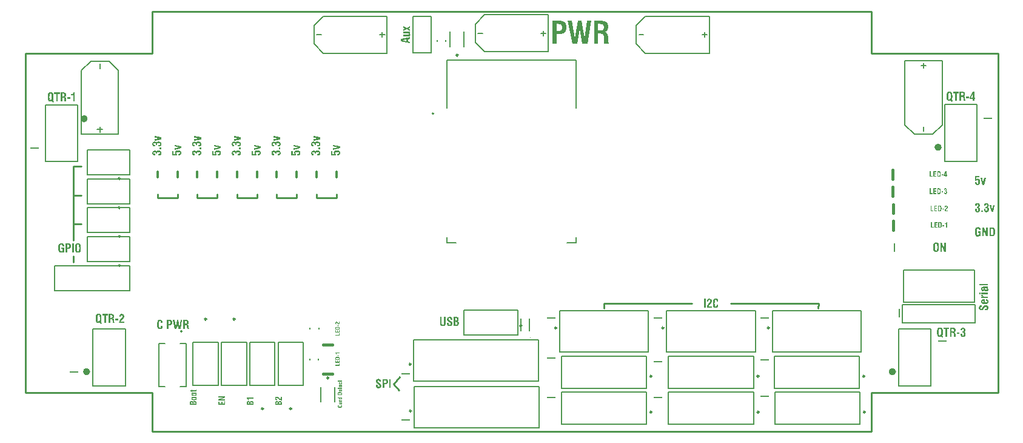
<source format=gto>
G04*
G04 #@! TF.GenerationSoftware,Altium Limited,Altium Designer,20.2.5 (213)*
G04*
G04 Layer_Color=65535*
%FSLAX44Y44*%
%MOMM*%
G71*
G04*
G04 #@! TF.SameCoordinates,F2EF3DC7-CE59-478A-9F64-9A272EA7E262*
G04*
G04*
G04 #@! TF.FilePolarity,Positive*
G04*
G01*
G75*
%ADD10C,0.2500*%
%ADD11C,0.5000*%
%ADD12C,0.2000*%
%ADD13C,0.1000*%
%ADD14C,0.2540*%
%ADD15C,0.1270*%
%ADD16C,0.4000*%
%ADD17C,0.3000*%
%ADD18R,0.2000X1.2000*%
%ADD19R,1.2000X0.2000*%
G36*
X602605Y42776D02*
X600118D01*
Y43995D01*
X602605D01*
Y42776D01*
D02*
G37*
G36*
X605824Y48311D02*
X605910D01*
X605995Y48299D01*
X606214Y48262D01*
X606458Y48189D01*
X606702Y48091D01*
X606934Y47969D01*
X607056Y47884D01*
X607153Y47786D01*
X607165D01*
X607177Y47762D01*
X607238Y47689D01*
X607324Y47567D01*
X607421Y47409D01*
X607519Y47189D01*
X607604Y46933D01*
X607665Y46641D01*
X607690Y46470D01*
Y46299D01*
Y46287D01*
Y46275D01*
Y46238D01*
Y46189D01*
X607677Y46067D01*
X607665Y45921D01*
X607629Y45750D01*
X607592Y45568D01*
X607531Y45385D01*
X607458Y45214D01*
X607446Y45202D01*
X607421Y45153D01*
X607360Y45080D01*
X607287Y44995D01*
X607190Y44897D01*
X607080Y44812D01*
X606946Y44726D01*
X606787Y44665D01*
X606800D01*
X606812Y44653D01*
X606873Y44641D01*
X606970Y44592D01*
X607092Y44531D01*
X607226Y44458D01*
X607360Y44348D01*
X607494Y44226D01*
X607604Y44068D01*
X607616Y44044D01*
X607641Y43983D01*
X607690Y43885D01*
X607738Y43739D01*
X607787Y43568D01*
X607836Y43349D01*
X607860Y43093D01*
X607872Y42812D01*
Y42800D01*
Y42751D01*
Y42690D01*
X607860Y42605D01*
Y42495D01*
X607848Y42373D01*
X607824Y42239D01*
X607799Y42105D01*
X607738Y41788D01*
X607629Y41483D01*
X607494Y41178D01*
X607397Y41044D01*
X607299Y40922D01*
X607287Y40910D01*
X607275Y40898D01*
X607238Y40862D01*
X607190Y40825D01*
X607141Y40776D01*
X607068Y40727D01*
X606982Y40666D01*
X606873Y40618D01*
X606763Y40557D01*
X606641Y40496D01*
X606495Y40447D01*
X606348Y40398D01*
X606178Y40362D01*
X606007Y40325D01*
X605812Y40313D01*
X605605Y40301D01*
X605507D01*
X605422Y40313D01*
X605336Y40325D01*
X605239Y40337D01*
X604995Y40374D01*
X604739Y40447D01*
X604471Y40557D01*
X604337Y40618D01*
X604215Y40703D01*
X604105Y40788D01*
X603995Y40898D01*
Y40910D01*
X603971Y40922D01*
X603946Y40959D01*
X603910Y41008D01*
X603873Y41081D01*
X603837Y41154D01*
X603788Y41252D01*
X603739Y41361D01*
X603690Y41483D01*
X603642Y41617D01*
X603605Y41776D01*
X603569Y41947D01*
X603532Y42129D01*
X603508Y42325D01*
X603495Y42532D01*
X603483Y42763D01*
Y42776D01*
Y42800D01*
Y42849D01*
Y42910D01*
Y42934D01*
Y42971D01*
Y43032D01*
Y43080D01*
X604861D01*
Y42983D01*
Y42971D01*
Y42946D01*
Y42898D01*
Y42837D01*
Y42763D01*
X604873Y42690D01*
X604885Y42495D01*
X604897Y42300D01*
X604934Y42093D01*
X604971Y41910D01*
X605007Y41825D01*
X605032Y41751D01*
X605044Y41739D01*
X605068Y41703D01*
X605117Y41642D01*
X605178Y41581D01*
X605263Y41520D01*
X605361Y41459D01*
X605495Y41422D01*
X605641Y41410D01*
X605714D01*
X605788Y41422D01*
X605885Y41447D01*
X605983Y41483D01*
X606080Y41544D01*
X606178Y41617D01*
X606251Y41715D01*
X606263Y41727D01*
X606275Y41776D01*
X606312Y41849D01*
X606348Y41971D01*
X606373Y42117D01*
X606409Y42312D01*
X606422Y42544D01*
X606434Y42812D01*
Y42824D01*
Y42849D01*
Y42885D01*
Y42946D01*
X606422Y43080D01*
X606409Y43239D01*
X606385Y43422D01*
X606336Y43593D01*
X606287Y43739D01*
X606251Y43812D01*
X606214Y43861D01*
X606202Y43873D01*
X606166Y43897D01*
X606117Y43946D01*
X606031Y43995D01*
X605910Y44031D01*
X605763Y44080D01*
X605592Y44104D01*
X605373Y44117D01*
X605215D01*
X605141Y44104D01*
X604971D01*
Y45129D01*
X605178D01*
X605300Y45141D01*
X605446Y45153D01*
X605605Y45190D01*
X605763Y45226D01*
X605910Y45287D01*
X606019Y45360D01*
X606031Y45373D01*
X606056Y45409D01*
X606105Y45470D01*
X606153Y45555D01*
X606202Y45677D01*
X606251Y45824D01*
X606275Y46006D01*
X606287Y46226D01*
Y46238D01*
Y46250D01*
Y46323D01*
X606275Y46421D01*
X606263Y46543D01*
X606226Y46823D01*
X606178Y46945D01*
X606129Y47043D01*
X606117Y47055D01*
X606105Y47079D01*
X606056Y47116D01*
X606007Y47165D01*
X605934Y47201D01*
X605836Y47238D01*
X605727Y47262D01*
X605605Y47274D01*
X605544D01*
X605483Y47262D01*
X605397Y47238D01*
X605312Y47214D01*
X605227Y47165D01*
X605154Y47104D01*
X605080Y47018D01*
X605068Y47006D01*
X605056Y46970D01*
X605032Y46909D01*
X605007Y46823D01*
X604971Y46701D01*
X604946Y46555D01*
X604934Y46384D01*
X604922Y46189D01*
Y46006D01*
X603556D01*
Y46019D01*
Y46043D01*
Y46104D01*
Y46116D01*
Y46153D01*
Y46202D01*
Y46287D01*
Y46299D01*
Y46336D01*
Y46384D01*
X603569Y46458D01*
Y46543D01*
X603581Y46641D01*
X603617Y46860D01*
X603690Y47104D01*
X603776Y47360D01*
X603910Y47604D01*
X603983Y47713D01*
X604081Y47811D01*
X604093Y47823D01*
X604105Y47835D01*
X604142Y47860D01*
X604178Y47896D01*
X604239Y47933D01*
X604300Y47969D01*
X604385Y48018D01*
X604471Y48067D01*
X604580Y48116D01*
X604702Y48165D01*
X604824Y48201D01*
X604971Y48238D01*
X605129Y48274D01*
X605288Y48299D01*
X605471Y48323D01*
X605763D01*
X605824Y48311D01*
D02*
G37*
G36*
X596790Y48262D02*
X596960D01*
X597143Y48238D01*
X597326Y48213D01*
X597509Y48189D01*
X597680Y48140D01*
X597704D01*
X597753Y48116D01*
X597826Y48091D01*
X597924Y48043D01*
X598046Y47994D01*
X598155Y47921D01*
X598277Y47847D01*
X598387Y47750D01*
X598411Y47738D01*
X598460Y47677D01*
X598533Y47591D01*
X598619Y47470D01*
X598716Y47323D01*
X598814Y47153D01*
X598899Y46958D01*
X598972Y46738D01*
Y46726D01*
X598984Y46714D01*
Y46677D01*
X598997Y46628D01*
X599009Y46555D01*
X599021Y46482D01*
X599045Y46384D01*
X599058Y46275D01*
X599070Y46153D01*
X599094Y46006D01*
X599106Y45848D01*
X599118Y45677D01*
X599131Y45494D01*
Y45287D01*
X599143Y45068D01*
Y44836D01*
Y44812D01*
Y44763D01*
Y44678D01*
Y44568D01*
Y44434D01*
Y44275D01*
X599131Y44104D01*
Y43910D01*
X599118Y43519D01*
X599094Y43129D01*
X599082Y42946D01*
X599058Y42776D01*
X599045Y42617D01*
X599021Y42471D01*
Y42459D01*
Y42446D01*
X599009Y42410D01*
X598997Y42361D01*
X598972Y42227D01*
X598923Y42069D01*
X598875Y41886D01*
X598801Y41691D01*
X598716Y41495D01*
X598619Y41300D01*
X598606Y41276D01*
X598570Y41227D01*
X598509Y41142D01*
X598424Y41044D01*
X598314Y40922D01*
X598192Y40813D01*
X598033Y40715D01*
X597863Y40630D01*
X597838Y40618D01*
X597814D01*
X597765Y40605D01*
X597716Y40593D01*
X597655Y40569D01*
X597570Y40557D01*
X597473Y40545D01*
X597375Y40520D01*
X597253Y40508D01*
X597119Y40496D01*
X596960Y40471D01*
X596802Y40459D01*
X596619D01*
X596424Y40447D01*
X594205D01*
Y48274D01*
X596668D01*
X596790Y48262D01*
D02*
G37*
G36*
X593071Y46970D02*
X590499D01*
Y45165D01*
X592888D01*
Y43922D01*
X590499D01*
Y41764D01*
X593132D01*
Y40447D01*
X589048D01*
Y48274D01*
X593071D01*
Y46970D01*
D02*
G37*
G36*
X585439Y41776D02*
X588073D01*
Y40447D01*
X583976D01*
Y48274D01*
X585439D01*
Y41776D01*
D02*
G37*
G36*
X285123Y-105391D02*
X285279Y-105411D01*
X285454Y-105430D01*
X285864Y-105489D01*
X286313Y-105606D01*
X286761Y-105781D01*
X286995Y-105898D01*
X287190Y-106035D01*
X287386Y-106191D01*
X287561Y-106367D01*
X287581Y-106386D01*
X287600Y-106405D01*
X287639Y-106464D01*
X287698Y-106562D01*
X287756Y-106659D01*
X287834Y-106796D01*
X287912Y-106952D01*
X288010Y-107127D01*
X288088Y-107342D01*
X288166Y-107576D01*
X288244Y-107849D01*
X288302Y-108122D01*
X288361Y-108434D01*
X288419Y-108785D01*
X288439Y-109156D01*
X288458Y-109546D01*
X286196D01*
Y-109254D01*
Y-109234D01*
Y-109215D01*
Y-109078D01*
X286176Y-108902D01*
X286157Y-108688D01*
X286118Y-108434D01*
X286059Y-108181D01*
X285981Y-107947D01*
X285864Y-107732D01*
X285844Y-107712D01*
X285805Y-107654D01*
X285727Y-107576D01*
X285610Y-107478D01*
X285474Y-107381D01*
X285298Y-107303D01*
X285084Y-107244D01*
X284850Y-107225D01*
X284811D01*
X284713Y-107244D01*
X284576Y-107264D01*
X284401Y-107303D01*
X284206Y-107400D01*
X284030Y-107517D01*
X283855Y-107693D01*
X283718Y-107927D01*
X283699Y-107966D01*
Y-108005D01*
X283679Y-108083D01*
X283660Y-108181D01*
X283621Y-108317D01*
X283601Y-108473D01*
X283582Y-108668D01*
X283543Y-108883D01*
X283523Y-109156D01*
X283504Y-109468D01*
X283465Y-109819D01*
X283445Y-110229D01*
Y-110678D01*
X283426Y-111185D01*
Y-111750D01*
Y-111790D01*
Y-111887D01*
Y-112063D01*
Y-112297D01*
Y-112550D01*
X283445Y-112862D01*
Y-113194D01*
X283465Y-113526D01*
X283504Y-114247D01*
X283523Y-114579D01*
X283543Y-114911D01*
X283582Y-115203D01*
X283621Y-115476D01*
X283660Y-115691D01*
X283718Y-115866D01*
X283738Y-115906D01*
X283777Y-115984D01*
X283855Y-116101D01*
X283972Y-116218D01*
X284128Y-116354D01*
X284323Y-116471D01*
X284557Y-116549D01*
X284850Y-116588D01*
X284986D01*
X285123Y-116549D01*
X285279Y-116510D01*
X285454Y-116452D01*
X285649Y-116354D01*
X285805Y-116218D01*
X285942Y-116023D01*
X285961Y-116003D01*
X286000Y-115906D01*
X286040Y-115769D01*
X286098Y-115554D01*
X286157Y-115262D01*
X286176Y-115086D01*
X286215Y-114891D01*
X286235Y-114677D01*
Y-114443D01*
X286254Y-114189D01*
Y-113916D01*
Y-113740D01*
X288517D01*
Y-113760D01*
Y-113799D01*
Y-113896D01*
Y-113994D01*
Y-114013D01*
Y-114072D01*
Y-114150D01*
Y-114228D01*
Y-114247D01*
Y-114326D01*
Y-114443D01*
X288497Y-114579D01*
Y-114774D01*
X288478Y-114969D01*
X288439Y-115203D01*
X288400Y-115457D01*
X288302Y-115984D01*
X288127Y-116510D01*
X287912Y-117017D01*
X287756Y-117252D01*
X287600Y-117466D01*
X287581Y-117486D01*
X287561Y-117505D01*
X287503Y-117564D01*
X287425Y-117622D01*
X287327Y-117700D01*
X287210Y-117798D01*
X287073Y-117895D01*
X286917Y-117973D01*
X286722Y-118071D01*
X286527Y-118168D01*
X286293Y-118266D01*
X286040Y-118344D01*
X285766Y-118403D01*
X285474Y-118461D01*
X285162Y-118481D01*
X284811Y-118500D01*
X284655D01*
X284499Y-118481D01*
X284284Y-118461D01*
X284050Y-118441D01*
X283777Y-118403D01*
X283523Y-118344D01*
X283270Y-118266D01*
X283250Y-118246D01*
X283172Y-118227D01*
X283035Y-118168D01*
X282899Y-118090D01*
X282723Y-117993D01*
X282528Y-117876D01*
X282353Y-117739D01*
X282177Y-117564D01*
X282158Y-117525D01*
X282080Y-117447D01*
X281963Y-117290D01*
X281826Y-117095D01*
X281670Y-116842D01*
X281533Y-116530D01*
X281397Y-116179D01*
X281280Y-115769D01*
Y-115750D01*
X281260Y-115710D01*
Y-115652D01*
X281241Y-115554D01*
X281221Y-115418D01*
X281202Y-115262D01*
X281182Y-115067D01*
X281163Y-114852D01*
X281124Y-114599D01*
X281104Y-114306D01*
X281085Y-113974D01*
X281065Y-113604D01*
X281046Y-113214D01*
Y-112784D01*
X281026Y-112297D01*
Y-111790D01*
Y-111770D01*
Y-111712D01*
Y-111594D01*
Y-111477D01*
Y-111302D01*
Y-111126D01*
X281046Y-110912D01*
Y-110678D01*
X281065Y-110190D01*
X281085Y-109683D01*
X281124Y-109176D01*
X281163Y-108727D01*
Y-108707D01*
Y-108668D01*
X281182Y-108610D01*
X281202Y-108532D01*
X281221Y-108337D01*
X281280Y-108083D01*
X281358Y-107810D01*
X281436Y-107517D01*
X281533Y-107244D01*
X281650Y-107010D01*
Y-106991D01*
X281670Y-106971D01*
X281748Y-106874D01*
X281845Y-106718D01*
X282001Y-106523D01*
X282177Y-106327D01*
X282392Y-106113D01*
X282626Y-105918D01*
X282899Y-105762D01*
X282938Y-105742D01*
X283035Y-105703D01*
X283192Y-105645D01*
X283426Y-105567D01*
X283699Y-105489D01*
X284011Y-105430D01*
X284401Y-105391D01*
X284811Y-105372D01*
X284986D01*
X285123Y-105391D01*
D02*
G37*
G36*
X276364Y-105625D02*
X276500D01*
X276676Y-105645D01*
X277047Y-105703D01*
X277456Y-105801D01*
X277885Y-105957D01*
X278276Y-106171D01*
X278471Y-106288D01*
X278646Y-106445D01*
X278666D01*
X278685Y-106484D01*
X278783Y-106601D01*
X278939Y-106776D01*
X279095Y-107049D01*
X279251Y-107381D01*
X279407Y-107790D01*
X279505Y-108259D01*
X279544Y-108532D01*
Y-108805D01*
Y-108844D01*
Y-108922D01*
Y-109059D01*
X279524Y-109234D01*
X279505Y-109449D01*
X279466Y-109683D01*
X279368Y-110151D01*
Y-110170D01*
X279349Y-110248D01*
X279310Y-110365D01*
X279251Y-110521D01*
X279173Y-110697D01*
X279095Y-110892D01*
X278880Y-111302D01*
X278861Y-111321D01*
X278822Y-111380D01*
X278744Y-111477D01*
X278646Y-111634D01*
X278490Y-111828D01*
X278276Y-112063D01*
X278022Y-112336D01*
X277710Y-112667D01*
X277691Y-112687D01*
X277632Y-112745D01*
X277554Y-112823D01*
X277437Y-112940D01*
X277203Y-113174D01*
X277086Y-113292D01*
X276988Y-113409D01*
X276969Y-113428D01*
X276910Y-113487D01*
X276813Y-113604D01*
X276696Y-113740D01*
X276559Y-113896D01*
X276403Y-114072D01*
X276071Y-114501D01*
X275701Y-114969D01*
X275369Y-115418D01*
X275233Y-115652D01*
X275116Y-115847D01*
X275018Y-116042D01*
X274959Y-116198D01*
X279388D01*
Y-118207D01*
X272580D01*
Y-118188D01*
Y-118168D01*
Y-118090D01*
Y-118012D01*
Y-117993D01*
Y-117934D01*
Y-117876D01*
Y-117817D01*
Y-117798D01*
Y-117759D01*
Y-117681D01*
X272599Y-117564D01*
Y-117447D01*
X272619Y-117290D01*
X272638Y-117115D01*
X272658Y-116920D01*
X272716Y-116510D01*
X272833Y-116042D01*
X272970Y-115554D01*
X273165Y-115047D01*
Y-115028D01*
X273184Y-114989D01*
X273223Y-114911D01*
X273282Y-114813D01*
X273340Y-114696D01*
X273418Y-114559D01*
X273613Y-114228D01*
X273867Y-113838D01*
X274179Y-113409D01*
X274530Y-112940D01*
X274959Y-112472D01*
X274979Y-112453D01*
X274998Y-112433D01*
X275057Y-112375D01*
X275135Y-112297D01*
X275233Y-112219D01*
X275330Y-112102D01*
X275623Y-111828D01*
X275662Y-111790D01*
X275759Y-111712D01*
X275896Y-111575D01*
X276052Y-111399D01*
X276423Y-111029D01*
X276579Y-110834D01*
X276696Y-110678D01*
X276715Y-110658D01*
X276735Y-110619D01*
X276774Y-110541D01*
X276832Y-110443D01*
X276891Y-110326D01*
X276949Y-110190D01*
X277047Y-109878D01*
Y-109858D01*
X277066Y-109800D01*
X277086Y-109722D01*
X277125Y-109585D01*
X277144Y-109449D01*
X277164Y-109293D01*
X277183Y-108902D01*
Y-108863D01*
Y-108766D01*
X277164Y-108629D01*
X277144Y-108454D01*
X277105Y-108278D01*
X277066Y-108083D01*
X276988Y-107888D01*
X276891Y-107732D01*
X276871Y-107712D01*
X276832Y-107674D01*
X276774Y-107615D01*
X276676Y-107537D01*
X276539Y-107459D01*
X276403Y-107400D01*
X276227Y-107361D01*
X276013Y-107342D01*
X275915D01*
X275798Y-107361D01*
X275662Y-107400D01*
X275506Y-107459D01*
X275369Y-107556D01*
X275213Y-107674D01*
X275096Y-107830D01*
X275077Y-107849D01*
X275057Y-107927D01*
X275018Y-108025D01*
X274959Y-108200D01*
X274901Y-108395D01*
X274862Y-108668D01*
X274842Y-108961D01*
X274823Y-109332D01*
Y-109371D01*
Y-109449D01*
Y-109546D01*
Y-109624D01*
Y-109644D01*
Y-109683D01*
Y-109800D01*
X272658D01*
Y-109780D01*
Y-109741D01*
Y-109683D01*
X272638Y-109585D01*
Y-109566D01*
Y-109507D01*
Y-109449D01*
Y-109390D01*
Y-109371D01*
Y-109312D01*
Y-109195D01*
X272658Y-109059D01*
Y-108902D01*
X272677Y-108727D01*
X272736Y-108298D01*
X272833Y-107830D01*
X272989Y-107342D01*
X273184Y-106893D01*
X273321Y-106698D01*
X273457Y-106523D01*
X273477Y-106503D01*
X273496Y-106484D01*
X273555Y-106445D01*
X273613Y-106386D01*
X273711Y-106308D01*
X273808Y-106230D01*
X273945Y-106152D01*
X274101Y-106054D01*
X274277Y-105976D01*
X274472Y-105898D01*
X274686Y-105820D01*
X274920Y-105742D01*
X275174Y-105684D01*
X275467Y-105645D01*
X275759Y-105606D01*
X276247D01*
X276364Y-105625D01*
D02*
G37*
G36*
X270824Y-118207D02*
X268483D01*
Y-105684D01*
X270824D01*
Y-118207D01*
D02*
G37*
G36*
X602605Y66629D02*
X600118D01*
Y67849D01*
X602605D01*
Y66629D01*
D02*
G37*
G36*
X607226Y67032D02*
X607885D01*
Y65861D01*
X607226D01*
Y64301D01*
X605897D01*
Y65861D01*
X603422D01*
Y67105D01*
X605739Y72043D01*
X607226D01*
Y67032D01*
D02*
G37*
G36*
X596790Y72116D02*
X596960D01*
X597143Y72091D01*
X597326Y72067D01*
X597509Y72043D01*
X597680Y71994D01*
X597704D01*
X597753Y71969D01*
X597826Y71945D01*
X597924Y71896D01*
X598046Y71848D01*
X598155Y71774D01*
X598277Y71701D01*
X598387Y71604D01*
X598411Y71591D01*
X598460Y71530D01*
X598533Y71445D01*
X598619Y71323D01*
X598716Y71177D01*
X598814Y71006D01*
X598899Y70811D01*
X598972Y70592D01*
Y70580D01*
X598984Y70567D01*
Y70531D01*
X598997Y70482D01*
X599009Y70409D01*
X599021Y70336D01*
X599045Y70238D01*
X599058Y70128D01*
X599070Y70006D01*
X599094Y69860D01*
X599106Y69702D01*
X599118Y69531D01*
X599131Y69348D01*
Y69141D01*
X599143Y68921D01*
Y68690D01*
Y68665D01*
Y68617D01*
Y68531D01*
Y68422D01*
Y68287D01*
Y68129D01*
X599131Y67958D01*
Y67763D01*
X599118Y67373D01*
X599094Y66983D01*
X599082Y66800D01*
X599058Y66629D01*
X599045Y66471D01*
X599021Y66325D01*
Y66312D01*
Y66300D01*
X599009Y66263D01*
X598997Y66215D01*
X598972Y66081D01*
X598923Y65922D01*
X598875Y65739D01*
X598801Y65544D01*
X598716Y65349D01*
X598619Y65154D01*
X598606Y65130D01*
X598570Y65081D01*
X598509Y64996D01*
X598424Y64898D01*
X598314Y64776D01*
X598192Y64666D01*
X598033Y64569D01*
X597863Y64483D01*
X597838Y64471D01*
X597814D01*
X597765Y64459D01*
X597716Y64447D01*
X597655Y64423D01*
X597570Y64410D01*
X597473Y64398D01*
X597375Y64374D01*
X597253Y64362D01*
X597119Y64349D01*
X596960Y64325D01*
X596802Y64313D01*
X596619D01*
X596424Y64301D01*
X594205D01*
Y72128D01*
X596668D01*
X596790Y72116D01*
D02*
G37*
G36*
X593071Y70823D02*
X590499D01*
Y69019D01*
X592888D01*
Y67775D01*
X590499D01*
Y65617D01*
X593132D01*
Y64301D01*
X589048D01*
Y72128D01*
X593071D01*
Y70823D01*
D02*
G37*
G36*
X585439Y65630D02*
X588073D01*
Y64301D01*
X583976D01*
Y72128D01*
X585439D01*
Y65630D01*
D02*
G37*
G36*
X604105Y-4371D02*
X601618D01*
Y-3151D01*
X604105D01*
Y-4371D01*
D02*
G37*
G36*
X608141Y-6699D02*
X606763D01*
Y-1189D01*
X605032D01*
Y-262D01*
X605130D01*
X605191Y-250D01*
X605264D01*
X605361Y-238D01*
X605581Y-201D01*
X605812Y-152D01*
X606056Y-91D01*
X606300Y6D01*
X606519Y128D01*
X606532D01*
X606544Y140D01*
X606605Y201D01*
X606702Y274D01*
X606812Y396D01*
X606922Y543D01*
X607019Y726D01*
X607105Y933D01*
X607166Y1177D01*
X608141D01*
Y-6699D01*
D02*
G37*
G36*
X598290Y1116D02*
X598461D01*
X598643Y1091D01*
X598826Y1067D01*
X599009Y1042D01*
X599180Y994D01*
X599204D01*
X599253Y969D01*
X599326Y945D01*
X599424Y896D01*
X599546Y847D01*
X599655Y774D01*
X599777Y701D01*
X599887Y604D01*
X599911Y591D01*
X599960Y531D01*
X600033Y445D01*
X600119Y323D01*
X600216Y177D01*
X600314Y6D01*
X600399Y-189D01*
X600472Y-408D01*
Y-421D01*
X600484Y-433D01*
Y-469D01*
X600497Y-518D01*
X600509Y-591D01*
X600521Y-664D01*
X600545Y-762D01*
X600558Y-872D01*
X600570Y-993D01*
X600594Y-1140D01*
X600606Y-1298D01*
X600619Y-1469D01*
X600631Y-1652D01*
Y-1859D01*
X600643Y-2079D01*
Y-2310D01*
Y-2335D01*
Y-2383D01*
Y-2469D01*
Y-2578D01*
Y-2713D01*
Y-2871D01*
X600631Y-3042D01*
Y-3237D01*
X600619Y-3627D01*
X600594Y-4017D01*
X600582Y-4200D01*
X600558Y-4371D01*
X600545Y-4529D01*
X600521Y-4676D01*
Y-4688D01*
Y-4700D01*
X600509Y-4737D01*
X600497Y-4785D01*
X600472Y-4919D01*
X600423Y-5078D01*
X600375Y-5261D01*
X600302Y-5456D01*
X600216Y-5651D01*
X600119Y-5846D01*
X600106Y-5870D01*
X600070Y-5919D01*
X600009Y-6004D01*
X599924Y-6102D01*
X599814Y-6224D01*
X599692Y-6334D01*
X599533Y-6431D01*
X599363Y-6517D01*
X599338Y-6529D01*
X599314D01*
X599265Y-6541D01*
X599216Y-6553D01*
X599156Y-6578D01*
X599070Y-6590D01*
X598973Y-6602D01*
X598875Y-6626D01*
X598753Y-6638D01*
X598619Y-6651D01*
X598461Y-6675D01*
X598302Y-6687D01*
X598119D01*
X597924Y-6699D01*
X595705D01*
Y1128D01*
X598168D01*
X598290Y1116D01*
D02*
G37*
G36*
X594571Y-177D02*
X591999D01*
Y-1981D01*
X594388D01*
Y-3225D01*
X591999D01*
Y-5383D01*
X594632D01*
Y-6699D01*
X590548D01*
Y1128D01*
X594571D01*
Y-177D01*
D02*
G37*
G36*
X586939Y-5370D02*
X589573D01*
Y-6699D01*
X585476D01*
Y1128D01*
X586939D01*
Y-5370D01*
D02*
G37*
G36*
X603605Y18629D02*
X601118D01*
Y19849D01*
X603605D01*
Y18629D01*
D02*
G37*
G36*
X606873Y24165D02*
X606958D01*
X607068Y24152D01*
X607300Y24116D01*
X607556Y24055D01*
X607824Y23957D01*
X608068Y23823D01*
X608190Y23750D01*
X608299Y23652D01*
X608312D01*
X608324Y23628D01*
X608385Y23555D01*
X608482Y23445D01*
X608580Y23275D01*
X608677Y23067D01*
X608775Y22811D01*
X608836Y22518D01*
X608860Y22348D01*
Y22177D01*
Y22153D01*
Y22104D01*
Y22019D01*
X608848Y21909D01*
X608836Y21775D01*
X608811Y21628D01*
X608750Y21336D01*
Y21324D01*
X608738Y21275D01*
X608714Y21202D01*
X608677Y21104D01*
X608629Y20995D01*
X608580Y20873D01*
X608446Y20617D01*
X608433Y20604D01*
X608409Y20568D01*
X608360Y20507D01*
X608299Y20409D01*
X608202Y20287D01*
X608068Y20141D01*
X607909Y19970D01*
X607714Y19763D01*
X607702Y19751D01*
X607665Y19714D01*
X607617Y19666D01*
X607543Y19592D01*
X607397Y19446D01*
X607324Y19373D01*
X607263Y19300D01*
X607251Y19288D01*
X607214Y19251D01*
X607153Y19178D01*
X607080Y19093D01*
X606995Y18995D01*
X606897Y18885D01*
X606690Y18617D01*
X606458Y18325D01*
X606251Y18044D01*
X606166Y17898D01*
X606093Y17776D01*
X606032Y17654D01*
X605995Y17556D01*
X608763D01*
Y16301D01*
X604508D01*
Y16313D01*
Y16325D01*
Y16374D01*
Y16422D01*
Y16435D01*
Y16471D01*
Y16508D01*
Y16545D01*
Y16557D01*
Y16581D01*
Y16630D01*
X604520Y16703D01*
Y16776D01*
X604532Y16874D01*
X604544Y16983D01*
X604556Y17105D01*
X604593Y17361D01*
X604666Y17654D01*
X604752Y17959D01*
X604873Y18276D01*
Y18288D01*
X604886Y18312D01*
X604910Y18361D01*
X604947Y18422D01*
X604983Y18495D01*
X605032Y18580D01*
X605154Y18788D01*
X605312Y19032D01*
X605507Y19300D01*
X605727Y19592D01*
X605995Y19885D01*
X606007Y19897D01*
X606019Y19909D01*
X606056Y19946D01*
X606105Y19995D01*
X606166Y20044D01*
X606227Y20117D01*
X606410Y20287D01*
X606434Y20312D01*
X606495Y20361D01*
X606580Y20446D01*
X606678Y20556D01*
X606909Y20787D01*
X607007Y20909D01*
X607080Y21007D01*
X607092Y21019D01*
X607104Y21043D01*
X607129Y21092D01*
X607165Y21153D01*
X607202Y21226D01*
X607239Y21312D01*
X607300Y21507D01*
Y21519D01*
X607312Y21555D01*
X607324Y21604D01*
X607348Y21690D01*
X607361Y21775D01*
X607373Y21872D01*
X607385Y22116D01*
Y22141D01*
Y22202D01*
X607373Y22287D01*
X607361Y22397D01*
X607336Y22506D01*
X607312Y22628D01*
X607263Y22750D01*
X607202Y22848D01*
X607190Y22860D01*
X607165Y22884D01*
X607129Y22921D01*
X607068Y22970D01*
X606983Y23018D01*
X606897Y23055D01*
X606787Y23079D01*
X606653Y23092D01*
X606592D01*
X606519Y23079D01*
X606434Y23055D01*
X606336Y23018D01*
X606251Y22957D01*
X606154Y22884D01*
X606080Y22787D01*
X606068Y22775D01*
X606056Y22726D01*
X606032Y22665D01*
X605995Y22555D01*
X605959Y22433D01*
X605934Y22262D01*
X605922Y22080D01*
X605910Y21848D01*
Y21824D01*
Y21775D01*
Y21714D01*
Y21665D01*
Y21653D01*
Y21628D01*
Y21555D01*
X604556D01*
Y21568D01*
Y21592D01*
Y21628D01*
X604544Y21690D01*
Y21702D01*
Y21738D01*
Y21775D01*
Y21811D01*
Y21824D01*
Y21860D01*
Y21933D01*
X604556Y22019D01*
Y22116D01*
X604569Y22226D01*
X604605Y22494D01*
X604666Y22787D01*
X604764Y23092D01*
X604886Y23372D01*
X604971Y23494D01*
X605056Y23604D01*
X605069Y23616D01*
X605081Y23628D01*
X605117Y23652D01*
X605154Y23689D01*
X605215Y23738D01*
X605276Y23786D01*
X605361Y23835D01*
X605459Y23896D01*
X605568Y23945D01*
X605690Y23994D01*
X605824Y24042D01*
X605971Y24091D01*
X606129Y24128D01*
X606312Y24152D01*
X606495Y24177D01*
X606800D01*
X606873Y24165D01*
D02*
G37*
G36*
X597790Y24116D02*
X597961D01*
X598143Y24091D01*
X598326Y24067D01*
X598509Y24042D01*
X598680Y23994D01*
X598704D01*
X598753Y23969D01*
X598826Y23945D01*
X598924Y23896D01*
X599046Y23847D01*
X599155Y23774D01*
X599277Y23701D01*
X599387Y23604D01*
X599411Y23591D01*
X599460Y23530D01*
X599533Y23445D01*
X599619Y23323D01*
X599716Y23177D01*
X599814Y23006D01*
X599899Y22811D01*
X599972Y22592D01*
Y22580D01*
X599984Y22567D01*
Y22531D01*
X599997Y22482D01*
X600009Y22409D01*
X600021Y22336D01*
X600045Y22238D01*
X600058Y22128D01*
X600070Y22006D01*
X600094Y21860D01*
X600106Y21702D01*
X600118Y21531D01*
X600131Y21348D01*
Y21141D01*
X600143Y20921D01*
Y20690D01*
Y20665D01*
Y20617D01*
Y20531D01*
Y20422D01*
Y20287D01*
Y20129D01*
X600131Y19958D01*
Y19763D01*
X600118Y19373D01*
X600094Y18983D01*
X600082Y18800D01*
X600058Y18629D01*
X600045Y18471D01*
X600021Y18325D01*
Y18312D01*
Y18300D01*
X600009Y18263D01*
X599997Y18215D01*
X599972Y18081D01*
X599923Y17922D01*
X599875Y17739D01*
X599801Y17544D01*
X599716Y17349D01*
X599619Y17154D01*
X599606Y17130D01*
X599570Y17081D01*
X599509Y16996D01*
X599424Y16898D01*
X599314Y16776D01*
X599192Y16666D01*
X599033Y16569D01*
X598863Y16484D01*
X598838Y16471D01*
X598814D01*
X598765Y16459D01*
X598716Y16447D01*
X598656Y16422D01*
X598570Y16410D01*
X598473Y16398D01*
X598375Y16374D01*
X598253Y16362D01*
X598119Y16349D01*
X597961Y16325D01*
X597802Y16313D01*
X597619D01*
X597424Y16301D01*
X595205D01*
Y24128D01*
X597668D01*
X597790Y24116D01*
D02*
G37*
G36*
X594071Y22823D02*
X591499D01*
Y21019D01*
X593888D01*
Y19775D01*
X591499D01*
Y17617D01*
X594132D01*
Y16301D01*
X590048D01*
Y24128D01*
X594071D01*
Y22823D01*
D02*
G37*
G36*
X586439Y17630D02*
X589073D01*
Y16301D01*
X584976D01*
Y24128D01*
X586439D01*
Y17630D01*
D02*
G37*
G36*
X-236646Y-219755D02*
X-236637Y-219804D01*
Y-219852D01*
X-236627Y-219979D01*
X-236617Y-220038D01*
Y-220165D01*
X-236607Y-220233D01*
Y-220389D01*
X-236617Y-220486D01*
X-236637Y-220603D01*
X-236656Y-220721D01*
X-236695Y-220847D01*
X-236754Y-220964D01*
X-236822Y-221052D01*
X-236832Y-221062D01*
X-236871Y-221081D01*
X-236929Y-221120D01*
X-237017Y-221150D01*
X-237134Y-221189D01*
X-237290Y-221228D01*
X-237378Y-221237D01*
X-237475Y-221247D01*
X-237593Y-221257D01*
X-237710D01*
X-240538D01*
Y-221686D01*
X-241348D01*
Y-221257D01*
X-242635D01*
Y-220165D01*
X-241348D01*
Y-219716D01*
X-240538D01*
Y-220165D01*
X-238382D01*
X-238061D01*
X-238041D01*
X-238002D01*
X-237934D01*
X-237856Y-220155D01*
X-237778Y-220145D01*
X-237700Y-220135D01*
X-237631Y-220116D01*
X-237583Y-220096D01*
X-237563Y-220086D01*
X-237534Y-220038D01*
X-237514Y-220008D01*
X-237505Y-219960D01*
X-237485Y-219911D01*
Y-219716D01*
X-236646D01*
Y-219755D01*
D02*
G37*
G36*
X-238070Y-222145D02*
X-238002D01*
X-237924Y-222154D01*
X-237729Y-222183D01*
X-237524Y-222222D01*
X-237310Y-222291D01*
X-237105Y-222388D01*
X-237017Y-222447D01*
X-236929Y-222515D01*
X-236910Y-222535D01*
X-236861Y-222583D01*
X-236802Y-222671D01*
X-236724Y-222798D01*
X-236646Y-222954D01*
X-236588Y-223159D01*
X-236539Y-223393D01*
X-236520Y-223666D01*
Y-223754D01*
X-236529Y-223812D01*
X-236539Y-223881D01*
X-236549Y-223959D01*
X-236588Y-224144D01*
X-236646Y-224349D01*
X-236734Y-224554D01*
X-236793Y-224651D01*
X-236871Y-224739D01*
X-236949Y-224827D01*
X-237036Y-224895D01*
X-237046D01*
X-237066Y-224914D01*
X-237095Y-224924D01*
X-237144Y-224953D01*
X-237202Y-224973D01*
X-237280Y-225002D01*
X-237368Y-225041D01*
X-237475Y-225071D01*
X-237602Y-225100D01*
X-237749Y-225139D01*
X-237905Y-225168D01*
X-238080Y-225188D01*
X-238275Y-225217D01*
X-238500Y-225227D01*
X-238734Y-225246D01*
X-238987D01*
X-239007D01*
X-239046D01*
X-239124D01*
X-239221Y-225236D01*
X-239338D01*
X-239465Y-225227D01*
X-239611Y-225217D01*
X-239767Y-225197D01*
X-240089Y-225158D01*
X-240411Y-225100D01*
X-240567Y-225061D01*
X-240704Y-225012D01*
X-240831Y-224953D01*
X-240938Y-224895D01*
X-240948D01*
X-240958Y-224876D01*
X-241026Y-224827D01*
X-241065Y-224788D01*
X-241104Y-224739D01*
X-241152Y-224680D01*
X-241211Y-224612D01*
X-241260Y-224534D01*
X-241309Y-224437D01*
X-241348Y-224339D01*
X-241387Y-224232D01*
X-241426Y-224105D01*
X-241455Y-223968D01*
X-241465Y-223822D01*
X-241474Y-223666D01*
Y-223588D01*
X-241465Y-223539D01*
Y-223471D01*
X-241455Y-223403D01*
X-241426Y-223227D01*
X-241377Y-223042D01*
X-241309Y-222847D01*
X-241211Y-222671D01*
X-241084Y-222515D01*
X-241065Y-222496D01*
X-241016Y-222457D01*
X-240918Y-222398D01*
X-240792Y-222330D01*
X-240626Y-222262D01*
X-240421Y-222203D01*
X-240177Y-222164D01*
X-239894Y-222145D01*
X-239729D01*
Y-223188D01*
X-239826D01*
X-239836D01*
X-239846D01*
X-239894D01*
X-239972Y-223198D01*
X-240060D01*
X-240265Y-223237D01*
X-240362Y-223266D01*
X-240441Y-223305D01*
X-240450D01*
X-240470Y-223325D01*
X-240499Y-223354D01*
X-240538Y-223393D01*
X-240577Y-223442D01*
X-240606Y-223500D01*
X-240626Y-223568D01*
X-240636Y-223656D01*
Y-223695D01*
X-240626Y-223744D01*
X-240616Y-223793D01*
X-240587Y-223851D01*
X-240558Y-223920D01*
X-240509Y-223968D01*
X-240450Y-224017D01*
X-240441D01*
X-240411Y-224037D01*
X-240372Y-224046D01*
X-240304Y-224066D01*
X-240216Y-224086D01*
X-240109Y-224105D01*
X-239982Y-224115D01*
X-239836Y-224125D01*
X-238217D01*
X-238207D01*
X-238197D01*
X-238139D01*
X-238051Y-224115D01*
X-237953D01*
X-237719Y-224086D01*
X-237622Y-224056D01*
X-237534Y-224027D01*
X-237524Y-224017D01*
X-237505Y-224007D01*
X-237475Y-223978D01*
X-237446Y-223939D01*
X-237407Y-223890D01*
X-237378Y-223832D01*
X-237358Y-223754D01*
X-237349Y-223666D01*
Y-223617D01*
X-237358Y-223578D01*
X-237378Y-223520D01*
X-237397Y-223451D01*
X-237436Y-223393D01*
X-237495Y-223334D01*
X-237563Y-223286D01*
X-237573Y-223276D01*
X-237612Y-223266D01*
X-237670Y-223247D01*
X-237749Y-223227D01*
X-237866Y-223208D01*
X-238002Y-223188D01*
X-238178Y-223169D01*
X-238382D01*
X-238490D01*
Y-222145D01*
X-238480D01*
X-238461D01*
X-238421D01*
X-238382D01*
X-238373D01*
X-238344Y-222135D01*
X-238285D01*
X-238217D01*
X-238207D01*
X-238178D01*
X-238139D01*
X-238070Y-222145D01*
D02*
G37*
G36*
X-238841Y-228065D02*
X-238831D01*
X-238802Y-228075D01*
X-238763D01*
X-238724Y-228084D01*
X-238714D01*
X-238675D01*
X-238617D01*
X-238539D01*
X-238529D01*
X-238509D01*
X-238470D01*
X-238431D01*
X-238314Y-228075D01*
X-238168Y-228065D01*
X-238012Y-228055D01*
X-237856Y-228026D01*
X-237719Y-227997D01*
X-237602Y-227958D01*
X-237593Y-227948D01*
X-237563Y-227928D01*
X-237514Y-227899D01*
X-237475Y-227860D01*
X-237427Y-227802D01*
X-237378Y-227724D01*
X-237349Y-227636D01*
X-237339Y-227538D01*
Y-227489D01*
X-237349Y-227441D01*
X-237368Y-227372D01*
X-237388Y-227304D01*
X-237427Y-227236D01*
X-237485Y-227177D01*
X-237553Y-227119D01*
X-237563Y-227109D01*
X-237593Y-227099D01*
X-237651Y-227080D01*
X-237719Y-227050D01*
X-237817Y-227031D01*
X-237944Y-227012D01*
X-238090Y-227002D01*
X-238256Y-226992D01*
Y-225968D01*
X-238246D01*
X-238226D01*
X-238197D01*
X-238158D01*
X-238148D01*
X-238129Y-225958D01*
X-238100D01*
X-238070D01*
X-238061D01*
X-238031D01*
X-237992D01*
X-237934Y-225968D01*
X-237875D01*
X-237797Y-225978D01*
X-237622Y-226007D01*
X-237427Y-226056D01*
X-237232Y-226124D01*
X-237046Y-226222D01*
X-236968Y-226280D01*
X-236890Y-226348D01*
X-236871Y-226368D01*
X-236832Y-226417D01*
X-236773Y-226514D01*
X-236705Y-226641D01*
X-236666Y-226719D01*
X-236637Y-226807D01*
X-236607Y-226914D01*
X-236578Y-227021D01*
X-236559Y-227138D01*
X-236539Y-227265D01*
X-236520Y-227411D01*
Y-227626D01*
X-236529Y-227714D01*
Y-227811D01*
X-236549Y-227928D01*
X-236568Y-228055D01*
X-236588Y-228182D01*
X-236627Y-228299D01*
X-236637Y-228309D01*
X-236646Y-228348D01*
X-236676Y-228406D01*
X-236715Y-228465D01*
X-236754Y-228543D01*
X-236812Y-228631D01*
X-236890Y-228709D01*
X-236968Y-228787D01*
X-236978Y-228796D01*
X-237017Y-228826D01*
X-237076Y-228865D01*
X-237154Y-228913D01*
X-237251Y-228962D01*
X-237368Y-229021D01*
X-237505Y-229069D01*
X-237651Y-229109D01*
X-237661D01*
X-237670D01*
X-237700Y-229118D01*
X-237729D01*
X-237778Y-229128D01*
X-237836Y-229138D01*
X-237914Y-229148D01*
X-237992D01*
X-238090Y-229157D01*
X-238197Y-229167D01*
X-238324Y-229177D01*
X-238461Y-229187D01*
X-238607D01*
X-238773Y-229196D01*
X-238948D01*
X-239143D01*
X-239153D01*
X-239182D01*
X-239221D01*
X-239280D01*
X-239358D01*
X-239436D01*
X-239621Y-229187D01*
X-239816Y-229177D01*
X-240021Y-229167D01*
X-240216Y-229148D01*
X-240294Y-229128D01*
X-240372Y-229118D01*
X-240392D01*
X-240431Y-229099D01*
X-240499Y-229079D01*
X-240587Y-229050D01*
X-240684Y-229021D01*
X-240782Y-228972D01*
X-240879Y-228913D01*
X-240977Y-228845D01*
X-240987Y-228836D01*
X-241016Y-228806D01*
X-241065Y-228767D01*
X-241113Y-228699D01*
X-241172Y-228631D01*
X-241240Y-228533D01*
X-241299Y-228436D01*
X-241348Y-228319D01*
X-241357Y-228299D01*
X-241367Y-228260D01*
X-241387Y-228192D01*
X-241416Y-228094D01*
X-241435Y-227977D01*
X-241455Y-227841D01*
X-241465Y-227694D01*
X-241474Y-227528D01*
Y-227460D01*
X-241465Y-227372D01*
X-241455Y-227275D01*
X-241445Y-227158D01*
X-241416Y-227031D01*
X-241387Y-226904D01*
X-241338Y-226787D01*
X-241328Y-226777D01*
X-241309Y-226729D01*
X-241279Y-226670D01*
X-241240Y-226602D01*
X-241182Y-226514D01*
X-241113Y-226426D01*
X-241035Y-226339D01*
X-240938Y-226261D01*
X-240928Y-226251D01*
X-240899Y-226231D01*
X-240840Y-226202D01*
X-240772Y-226163D01*
X-240694Y-226124D01*
X-240587Y-226075D01*
X-240470Y-226036D01*
X-240343Y-226007D01*
X-240324D01*
X-240275Y-225997D01*
X-240187Y-225978D01*
X-240070Y-225968D01*
X-239904Y-225948D01*
X-239816D01*
X-239709Y-225939D01*
X-239592D01*
X-239475Y-225929D01*
X-239338D01*
X-239192D01*
X-238841D01*
Y-228065D01*
D02*
G37*
G36*
X-236646Y-229762D02*
X-236637Y-229811D01*
Y-229860D01*
X-236627Y-229986D01*
X-236617Y-230045D01*
Y-230172D01*
X-236607Y-230240D01*
Y-230396D01*
X-236617Y-230494D01*
X-236637Y-230611D01*
X-236656Y-230728D01*
X-236695Y-230854D01*
X-236754Y-230972D01*
X-236822Y-231059D01*
X-236832Y-231069D01*
X-236871Y-231089D01*
X-236929Y-231128D01*
X-237017Y-231157D01*
X-237134Y-231196D01*
X-237290Y-231235D01*
X-237378Y-231245D01*
X-237475Y-231254D01*
X-237593Y-231264D01*
X-237710D01*
X-240538D01*
Y-231693D01*
X-241348D01*
Y-231264D01*
X-242635D01*
Y-230172D01*
X-241348D01*
Y-229723D01*
X-240538D01*
Y-230172D01*
X-238382D01*
X-238061D01*
X-238041D01*
X-238002D01*
X-237934D01*
X-237856Y-230162D01*
X-237778Y-230152D01*
X-237700Y-230142D01*
X-237631Y-230123D01*
X-237583Y-230103D01*
X-237563Y-230094D01*
X-237534Y-230045D01*
X-237514Y-230016D01*
X-237505Y-229967D01*
X-237485Y-229918D01*
Y-229723D01*
X-236646D01*
Y-229762D01*
D02*
G37*
G36*
X-238841Y-234288D02*
X-238831D01*
X-238802Y-234298D01*
X-238763D01*
X-238724Y-234307D01*
X-238714D01*
X-238675D01*
X-238617D01*
X-238539D01*
X-238529D01*
X-238509D01*
X-238470D01*
X-238431D01*
X-238314Y-234298D01*
X-238168Y-234288D01*
X-238012Y-234278D01*
X-237856Y-234249D01*
X-237719Y-234219D01*
X-237602Y-234180D01*
X-237593Y-234171D01*
X-237563Y-234151D01*
X-237514Y-234122D01*
X-237475Y-234083D01*
X-237427Y-234024D01*
X-237378Y-233946D01*
X-237349Y-233859D01*
X-237339Y-233761D01*
Y-233712D01*
X-237349Y-233664D01*
X-237368Y-233595D01*
X-237388Y-233527D01*
X-237427Y-233459D01*
X-237485Y-233400D01*
X-237553Y-233342D01*
X-237563Y-233332D01*
X-237593Y-233322D01*
X-237651Y-233303D01*
X-237719Y-233273D01*
X-237817Y-233254D01*
X-237944Y-233234D01*
X-238090Y-233225D01*
X-238256Y-233215D01*
Y-232191D01*
X-238246D01*
X-238226D01*
X-238197D01*
X-238158D01*
X-238148D01*
X-238129Y-232181D01*
X-238100D01*
X-238070D01*
X-238061D01*
X-238031D01*
X-237992D01*
X-237934Y-232191D01*
X-237875D01*
X-237797Y-232200D01*
X-237622Y-232230D01*
X-237427Y-232278D01*
X-237232Y-232347D01*
X-237046Y-232444D01*
X-236968Y-232503D01*
X-236890Y-232571D01*
X-236871Y-232591D01*
X-236832Y-232639D01*
X-236773Y-232737D01*
X-236705Y-232864D01*
X-236666Y-232942D01*
X-236637Y-233029D01*
X-236607Y-233137D01*
X-236578Y-233244D01*
X-236559Y-233361D01*
X-236539Y-233488D01*
X-236520Y-233634D01*
Y-233849D01*
X-236529Y-233937D01*
Y-234034D01*
X-236549Y-234151D01*
X-236568Y-234278D01*
X-236588Y-234405D01*
X-236627Y-234522D01*
X-236637Y-234532D01*
X-236646Y-234571D01*
X-236676Y-234629D01*
X-236715Y-234688D01*
X-236754Y-234766D01*
X-236812Y-234853D01*
X-236890Y-234932D01*
X-236968Y-235009D01*
X-236978Y-235019D01*
X-237017Y-235049D01*
X-237076Y-235088D01*
X-237154Y-235136D01*
X-237251Y-235185D01*
X-237368Y-235244D01*
X-237505Y-235292D01*
X-237651Y-235331D01*
X-237661D01*
X-237670D01*
X-237700Y-235341D01*
X-237729D01*
X-237778Y-235351D01*
X-237836Y-235361D01*
X-237914Y-235370D01*
X-237992D01*
X-238090Y-235380D01*
X-238197Y-235390D01*
X-238324Y-235400D01*
X-238461Y-235409D01*
X-238607D01*
X-238773Y-235419D01*
X-238948D01*
X-239143D01*
X-239153D01*
X-239182D01*
X-239221D01*
X-239280D01*
X-239358D01*
X-239436D01*
X-239621Y-235409D01*
X-239816Y-235400D01*
X-240021Y-235390D01*
X-240216Y-235370D01*
X-240294Y-235351D01*
X-240372Y-235341D01*
X-240392D01*
X-240431Y-235322D01*
X-240499Y-235302D01*
X-240587Y-235273D01*
X-240684Y-235244D01*
X-240782Y-235195D01*
X-240879Y-235136D01*
X-240977Y-235068D01*
X-240987Y-235058D01*
X-241016Y-235029D01*
X-241065Y-234990D01*
X-241113Y-234922D01*
X-241172Y-234853D01*
X-241240Y-234756D01*
X-241299Y-234658D01*
X-241348Y-234541D01*
X-241357Y-234522D01*
X-241367Y-234483D01*
X-241387Y-234415D01*
X-241416Y-234317D01*
X-241435Y-234200D01*
X-241455Y-234063D01*
X-241465Y-233917D01*
X-241474Y-233751D01*
Y-233683D01*
X-241465Y-233595D01*
X-241455Y-233498D01*
X-241445Y-233381D01*
X-241416Y-233254D01*
X-241387Y-233127D01*
X-241338Y-233010D01*
X-241328Y-233000D01*
X-241309Y-232952D01*
X-241279Y-232893D01*
X-241240Y-232825D01*
X-241182Y-232737D01*
X-241113Y-232649D01*
X-241035Y-232561D01*
X-240938Y-232483D01*
X-240928Y-232474D01*
X-240899Y-232454D01*
X-240840Y-232425D01*
X-240772Y-232386D01*
X-240694Y-232347D01*
X-240587Y-232298D01*
X-240470Y-232259D01*
X-240343Y-232230D01*
X-240324D01*
X-240275Y-232220D01*
X-240187Y-232200D01*
X-240070Y-232191D01*
X-239904Y-232171D01*
X-239816D01*
X-239709Y-232161D01*
X-239592D01*
X-239475Y-232152D01*
X-239338D01*
X-239192D01*
X-238841D01*
Y-234288D01*
D02*
G37*
G36*
X-239572Y-236180D02*
X-239416D01*
X-239104Y-236190D01*
X-238792Y-236209D01*
X-238646Y-236219D01*
X-238509Y-236238D01*
X-238382Y-236248D01*
X-238265Y-236268D01*
X-238256D01*
X-238246D01*
X-238217Y-236278D01*
X-238178Y-236287D01*
X-238070Y-236307D01*
X-237944Y-236346D01*
X-237797Y-236385D01*
X-237641Y-236443D01*
X-237485Y-236511D01*
X-237329Y-236590D01*
X-237310Y-236599D01*
X-237271Y-236629D01*
X-237202Y-236677D01*
X-237124Y-236746D01*
X-237027Y-236833D01*
X-236939Y-236931D01*
X-236861Y-237058D01*
X-236793Y-237194D01*
X-236783Y-237214D01*
Y-237233D01*
X-236773Y-237272D01*
X-236763Y-237311D01*
X-236744Y-237360D01*
X-236734Y-237428D01*
X-236724Y-237506D01*
X-236705Y-237584D01*
X-236695Y-237682D01*
X-236685Y-237789D01*
X-236666Y-237916D01*
X-236656Y-238043D01*
Y-238189D01*
X-236646Y-238345D01*
Y-240120D01*
X-242908D01*
Y-238150D01*
X-242898Y-238053D01*
Y-237916D01*
X-242879Y-237770D01*
X-242859Y-237624D01*
X-242840Y-237477D01*
X-242801Y-237341D01*
Y-237321D01*
X-242781Y-237282D01*
X-242762Y-237224D01*
X-242723Y-237146D01*
X-242684Y-237048D01*
X-242625Y-236960D01*
X-242567Y-236863D01*
X-242489Y-236775D01*
X-242479Y-236755D01*
X-242430Y-236716D01*
X-242362Y-236658D01*
X-242264Y-236590D01*
X-242147Y-236511D01*
X-242011Y-236434D01*
X-241855Y-236365D01*
X-241679Y-236307D01*
X-241670D01*
X-241660Y-236297D01*
X-241630D01*
X-241591Y-236287D01*
X-241533Y-236278D01*
X-241474Y-236268D01*
X-241396Y-236248D01*
X-241309Y-236238D01*
X-241211Y-236229D01*
X-241094Y-236209D01*
X-240967Y-236199D01*
X-240831Y-236190D01*
X-240684Y-236180D01*
X-240518D01*
X-240343Y-236170D01*
X-240158D01*
X-240138D01*
X-240099D01*
X-240031D01*
X-239943D01*
X-239836D01*
X-239709D01*
X-239572Y-236180D01*
D02*
G37*
G36*
X-236646Y-244236D02*
X-237134D01*
X-237124Y-244246D01*
X-237085Y-244266D01*
X-237027Y-244295D01*
X-236968Y-244334D01*
X-236890Y-244392D01*
X-236812Y-244451D01*
X-236744Y-244529D01*
X-236676Y-244617D01*
X-236666Y-244627D01*
X-236656Y-244656D01*
X-236627Y-244705D01*
X-236598Y-244773D01*
X-236568Y-244861D01*
X-236549Y-244958D01*
X-236529Y-245075D01*
X-236520Y-245202D01*
Y-245270D01*
X-236529Y-245309D01*
X-236549Y-245436D01*
X-236588Y-245582D01*
X-236646Y-245738D01*
X-236744Y-245895D01*
X-236812Y-245972D01*
X-236880Y-246041D01*
X-236959Y-246109D01*
X-237056Y-246168D01*
X-237066D01*
X-237085Y-246177D01*
X-237115Y-246197D01*
X-237163Y-246207D01*
X-237222Y-246226D01*
X-237300Y-246255D01*
X-237388Y-246275D01*
X-237495Y-246304D01*
X-237622Y-246333D01*
X-237758Y-246353D01*
X-237914Y-246372D01*
X-238090Y-246402D01*
X-238285Y-246411D01*
X-238490Y-246431D01*
X-238724Y-246441D01*
X-238968D01*
X-238987D01*
X-239026D01*
X-239104D01*
X-239202D01*
X-239319Y-246431D01*
X-239446Y-246421D01*
X-239592D01*
X-239748Y-246402D01*
X-240070Y-246372D01*
X-240392Y-246324D01*
X-240548Y-246294D01*
X-240694Y-246255D01*
X-240821Y-246216D01*
X-240928Y-246168D01*
X-240938D01*
X-240948Y-246158D01*
X-241016Y-246119D01*
X-241104Y-246041D01*
X-241201Y-245943D01*
X-241299Y-245816D01*
X-241387Y-245651D01*
X-241455Y-245456D01*
X-241465Y-245338D01*
X-241474Y-245222D01*
Y-245163D01*
X-241465Y-245105D01*
X-241455Y-245026D01*
X-241445Y-244939D01*
X-241416Y-244851D01*
X-241387Y-244753D01*
X-241338Y-244666D01*
X-241328Y-244656D01*
X-241318Y-244627D01*
X-241279Y-244587D01*
X-241240Y-244529D01*
X-241192Y-244471D01*
X-241123Y-244412D01*
X-241045Y-244353D01*
X-240948Y-244295D01*
X-242908D01*
Y-243202D01*
X-236646D01*
Y-244236D01*
D02*
G37*
G36*
X-240148Y-246977D02*
X-240158Y-247006D01*
Y-247104D01*
X-240167Y-247133D01*
Y-247299D01*
X-240158Y-247358D01*
X-240138Y-247445D01*
X-240119Y-247533D01*
X-240080Y-247621D01*
X-240021Y-247709D01*
X-239953Y-247796D01*
X-239943Y-247806D01*
X-239914Y-247826D01*
X-239865Y-247865D01*
X-239806Y-247894D01*
X-239729Y-247933D01*
X-239631Y-247972D01*
X-239524Y-247992D01*
X-239397Y-248001D01*
X-236646D01*
Y-249103D01*
X-241348D01*
Y-248070D01*
X-240587D01*
X-240597Y-248060D01*
X-240655Y-248030D01*
X-240743Y-247982D01*
X-240840Y-247923D01*
X-240958Y-247855D01*
X-241065Y-247777D01*
X-241172Y-247689D01*
X-241260Y-247592D01*
X-241270Y-247582D01*
X-241289Y-247543D01*
X-241328Y-247494D01*
X-241367Y-247416D01*
X-241406Y-247328D01*
X-241435Y-247221D01*
X-241465Y-247104D01*
X-241474Y-246967D01*
X-240148D01*
Y-246977D01*
D02*
G37*
G36*
X-236646Y-250937D02*
X-236656Y-250947D01*
X-236685Y-250957D01*
X-236734Y-250986D01*
X-236802Y-251005D01*
X-236812D01*
X-236822D01*
X-236880Y-251015D01*
X-236968Y-251035D01*
X-237095Y-251054D01*
X-237085Y-251064D01*
X-237046Y-251083D01*
X-236998Y-251122D01*
X-236939Y-251171D01*
X-236871Y-251239D01*
X-236793Y-251318D01*
X-236724Y-251405D01*
X-236666Y-251503D01*
X-236656Y-251513D01*
X-236646Y-251552D01*
X-236617Y-251600D01*
X-236598Y-251678D01*
X-236568Y-251766D01*
X-236539Y-251873D01*
X-236529Y-252000D01*
X-236520Y-252127D01*
Y-252176D01*
X-236529Y-252215D01*
X-236539Y-252312D01*
X-236568Y-252429D01*
X-236607Y-252566D01*
X-236676Y-252703D01*
X-236763Y-252839D01*
X-236880Y-252966D01*
X-236900Y-252976D01*
X-236949Y-253015D01*
X-237027Y-253054D01*
X-237144Y-253112D01*
X-237280Y-253161D01*
X-237456Y-253210D01*
X-237661Y-253249D01*
X-237885Y-253258D01*
X-237895D01*
X-237914D01*
X-237944D01*
X-237983D01*
X-238090Y-253249D01*
X-238217Y-253229D01*
X-238363Y-253200D01*
X-238519Y-253151D01*
X-238665Y-253093D01*
X-238802Y-253005D01*
X-238821Y-252995D01*
X-238860Y-252946D01*
X-238929Y-252878D01*
X-239016Y-252771D01*
X-239075Y-252712D01*
X-239124Y-252634D01*
X-239182Y-252547D01*
X-239241Y-252449D01*
X-239299Y-252351D01*
X-239368Y-252234D01*
X-239426Y-252098D01*
X-239494Y-251961D01*
X-239504Y-251952D01*
X-239524Y-251912D01*
X-239553Y-251844D01*
X-239592Y-251747D01*
Y-251737D01*
X-239602Y-251717D01*
X-239621Y-251688D01*
X-239641Y-251649D01*
X-239699Y-251542D01*
X-239777Y-251425D01*
X-239865Y-251308D01*
X-239982Y-251201D01*
X-240041Y-251161D01*
X-240099Y-251132D01*
X-240167Y-251113D01*
X-240236Y-251103D01*
X-240245D01*
X-240275D01*
X-240314Y-251113D01*
X-240362Y-251122D01*
X-240480Y-251152D01*
X-240528Y-251191D01*
X-240577Y-251230D01*
X-240587Y-251239D01*
X-240597Y-251249D01*
X-240616Y-251278D01*
X-240645Y-251318D01*
X-240665Y-251366D01*
X-240684Y-251434D01*
X-240694Y-251503D01*
X-240704Y-251591D01*
Y-251639D01*
X-240694Y-251688D01*
X-240684Y-251756D01*
X-240665Y-251825D01*
X-240636Y-251893D01*
X-240597Y-251961D01*
X-240538Y-252020D01*
X-240528Y-252029D01*
X-240509Y-252039D01*
X-240470Y-252059D01*
X-240421Y-252088D01*
X-240353Y-252117D01*
X-240265Y-252137D01*
X-240158Y-252147D01*
X-240041Y-252156D01*
X-239953D01*
Y-253220D01*
X-239963D01*
X-239992D01*
X-240031D01*
X-240080Y-253210D01*
X-240148D01*
X-240226Y-253200D01*
X-240392Y-253171D01*
X-240577Y-253122D01*
X-240772Y-253063D01*
X-240948Y-252966D01*
X-241035Y-252907D01*
X-241104Y-252839D01*
X-241123Y-252820D01*
X-241162Y-252761D01*
X-241192Y-252722D01*
X-241221Y-252673D01*
X-241250Y-252605D01*
X-241289Y-252537D01*
X-241328Y-252459D01*
X-241357Y-252361D01*
X-241387Y-252264D01*
X-241416Y-252147D01*
X-241445Y-252020D01*
X-241455Y-251893D01*
X-241474Y-251747D01*
Y-251513D01*
X-241465Y-251454D01*
Y-251376D01*
X-241455Y-251298D01*
X-241435Y-251113D01*
X-241387Y-250918D01*
X-241328Y-250713D01*
X-241250Y-250527D01*
X-241192Y-250449D01*
X-241133Y-250381D01*
X-241113Y-250362D01*
X-241065Y-250323D01*
X-240987Y-250274D01*
X-240860Y-250206D01*
X-240792Y-250176D01*
X-240704Y-250137D01*
X-240606Y-250108D01*
X-240499Y-250089D01*
X-240392Y-250059D01*
X-240265Y-250049D01*
X-240119Y-250030D01*
X-239972D01*
X-237319D01*
X-237310D01*
X-237290D01*
X-237251D01*
X-237202D01*
X-237085Y-250020D01*
X-236959Y-250001D01*
X-236949D01*
X-236929Y-249991D01*
X-236900Y-249981D01*
X-236861Y-249972D01*
X-236763Y-249932D01*
X-236646Y-249874D01*
Y-250937D01*
D02*
G37*
G36*
X-238461Y-254049D02*
X-238363D01*
X-238265Y-254058D01*
X-238148Y-254078D01*
X-238022Y-254097D01*
X-237758Y-254146D01*
X-237495Y-254234D01*
X-237241Y-254341D01*
X-237124Y-254419D01*
X-237017Y-254497D01*
X-237007Y-254507D01*
X-236998Y-254517D01*
X-236968Y-254546D01*
X-236939Y-254585D01*
X-236900Y-254634D01*
X-236851Y-254692D01*
X-236802Y-254760D01*
X-236763Y-254839D01*
X-236715Y-254936D01*
X-236666Y-255034D01*
X-236617Y-255151D01*
X-236578Y-255278D01*
X-236549Y-255414D01*
X-236520Y-255560D01*
X-236510Y-255716D01*
X-236500Y-255892D01*
Y-255970D01*
X-236510Y-256048D01*
X-236520Y-256155D01*
X-236529Y-256272D01*
X-236549Y-256409D01*
X-236578Y-256536D01*
X-236617Y-256663D01*
X-236627Y-256672D01*
X-236637Y-256711D01*
X-236666Y-256779D01*
X-236705Y-256848D01*
X-236754Y-256936D01*
X-236812Y-257033D01*
X-236880Y-257121D01*
X-236968Y-257209D01*
X-236988Y-257218D01*
X-237027Y-257257D01*
X-237105Y-257316D01*
X-237202Y-257384D01*
X-237329Y-257462D01*
X-237485Y-257530D01*
X-237661Y-257599D01*
X-237866Y-257657D01*
X-237875D01*
X-237895Y-257667D01*
X-237924D01*
X-237973Y-257677D01*
X-238041Y-257687D01*
X-238119Y-257696D01*
X-238217Y-257706D01*
X-238324Y-257716D01*
X-238451Y-257735D01*
X-238597Y-257745D01*
X-238763Y-257755D01*
X-238948Y-257765D01*
X-239143Y-257774D01*
X-239358D01*
X-239602Y-257784D01*
X-239855D01*
X-239865D01*
X-239894D01*
X-239953D01*
X-240011D01*
X-240099D01*
X-240187D01*
X-240294Y-257774D01*
X-240411D01*
X-240655Y-257765D01*
X-240909Y-257755D01*
X-241162Y-257735D01*
X-241387Y-257716D01*
X-241396D01*
X-241416D01*
X-241445Y-257706D01*
X-241484Y-257696D01*
X-241582Y-257687D01*
X-241709Y-257657D01*
X-241845Y-257618D01*
X-241991Y-257579D01*
X-242128Y-257530D01*
X-242245Y-257472D01*
X-242255D01*
X-242264Y-257462D01*
X-242313Y-257423D01*
X-242391Y-257374D01*
X-242489Y-257297D01*
X-242586Y-257209D01*
X-242694Y-257101D01*
X-242791Y-256984D01*
X-242869Y-256848D01*
X-242879Y-256828D01*
X-242898Y-256779D01*
X-242928Y-256702D01*
X-242967Y-256584D01*
X-243006Y-256448D01*
X-243035Y-256292D01*
X-243055Y-256097D01*
X-243064Y-255892D01*
Y-255804D01*
X-243055Y-255736D01*
X-243045Y-255658D01*
X-243035Y-255570D01*
X-243006Y-255365D01*
X-242947Y-255141D01*
X-242859Y-254917D01*
X-242801Y-254799D01*
X-242733Y-254702D01*
X-242655Y-254604D01*
X-242567Y-254517D01*
X-242557Y-254507D01*
X-242547Y-254497D01*
X-242518Y-254478D01*
X-242469Y-254448D01*
X-242421Y-254419D01*
X-242352Y-254380D01*
X-242274Y-254341D01*
X-242186Y-254292D01*
X-242079Y-254253D01*
X-241962Y-254214D01*
X-241826Y-254175D01*
X-241689Y-254146D01*
X-241533Y-254117D01*
X-241357Y-254088D01*
X-241172Y-254078D01*
X-240977Y-254068D01*
Y-255199D01*
X-241123D01*
X-241133D01*
X-241143D01*
X-241211D01*
X-241299Y-255209D01*
X-241406Y-255219D01*
X-241533Y-255238D01*
X-241660Y-255268D01*
X-241777Y-255307D01*
X-241884Y-255365D01*
X-241894Y-255375D01*
X-241923Y-255394D01*
X-241962Y-255434D01*
X-242011Y-255492D01*
X-242060Y-255560D01*
X-242099Y-255648D01*
X-242128Y-255755D01*
X-242138Y-255872D01*
Y-255892D01*
X-242128Y-255941D01*
X-242118Y-256009D01*
X-242099Y-256097D01*
X-242050Y-256194D01*
X-241991Y-256282D01*
X-241904Y-256370D01*
X-241786Y-256438D01*
X-241767Y-256448D01*
X-241747D01*
X-241709Y-256458D01*
X-241660Y-256467D01*
X-241591Y-256487D01*
X-241513Y-256497D01*
X-241416Y-256506D01*
X-241309Y-256526D01*
X-241172Y-256536D01*
X-241016Y-256545D01*
X-240840Y-256565D01*
X-240636Y-256575D01*
X-240411D01*
X-240158Y-256584D01*
X-239875D01*
X-239855D01*
X-239806D01*
X-239719D01*
X-239602D01*
X-239475D01*
X-239319Y-256575D01*
X-239153D01*
X-238987Y-256565D01*
X-238626Y-256545D01*
X-238461Y-256536D01*
X-238295Y-256526D01*
X-238148Y-256506D01*
X-238012Y-256487D01*
X-237905Y-256467D01*
X-237817Y-256438D01*
X-237797Y-256428D01*
X-237758Y-256409D01*
X-237700Y-256370D01*
X-237641Y-256311D01*
X-237573Y-256233D01*
X-237514Y-256136D01*
X-237475Y-256019D01*
X-237456Y-255872D01*
Y-255804D01*
X-237475Y-255736D01*
X-237495Y-255658D01*
X-237524Y-255570D01*
X-237573Y-255473D01*
X-237641Y-255394D01*
X-237739Y-255326D01*
X-237749Y-255317D01*
X-237797Y-255297D01*
X-237866Y-255278D01*
X-237973Y-255248D01*
X-238119Y-255219D01*
X-238207Y-255209D01*
X-238305Y-255190D01*
X-238412Y-255180D01*
X-238529D01*
X-238656Y-255170D01*
X-238792D01*
X-238880D01*
Y-254039D01*
X-238870D01*
X-238851D01*
X-238802D01*
X-238753D01*
X-238743D01*
X-238714D01*
X-238675D01*
X-238636D01*
X-238626D01*
X-238587D01*
X-238529D01*
X-238461Y-254049D01*
D02*
G37*
G36*
X-239722Y106920D02*
Y104267D01*
X-249125Y102083D01*
Y104384D01*
X-241926Y105633D01*
X-249125Y106823D01*
Y109105D01*
X-239722Y106920D01*
D02*
G37*
G36*
X-243741Y101127D02*
X-243526D01*
X-243292Y101107D01*
X-243038Y101068D01*
X-242765Y101049D01*
X-242199Y100932D01*
X-241614Y100775D01*
X-241322Y100678D01*
X-241049Y100580D01*
X-240795Y100444D01*
X-240580Y100288D01*
X-240561D01*
X-240541Y100249D01*
X-240483Y100190D01*
X-240405Y100132D01*
X-240327Y100034D01*
X-240229Y99917D01*
X-240132Y99781D01*
X-240034Y99625D01*
X-239917Y99449D01*
X-239820Y99254D01*
X-239722Y99020D01*
X-239644Y98766D01*
X-239566Y98513D01*
X-239508Y98220D01*
X-239488Y97888D01*
X-239468Y97557D01*
Y97401D01*
X-239488Y97284D01*
X-239508Y97128D01*
X-239527Y96972D01*
X-239586Y96601D01*
X-239703Y96191D01*
X-239878Y95762D01*
X-239976Y95567D01*
X-240112Y95372D01*
X-240249Y95177D01*
X-240424Y95021D01*
X-240444D01*
X-240463Y94982D01*
X-240522Y94943D01*
X-240600Y94884D01*
X-240717Y94826D01*
X-240834Y94767D01*
X-240990Y94689D01*
X-241166Y94611D01*
X-241361Y94533D01*
X-241595Y94455D01*
X-241829Y94397D01*
X-242102Y94338D01*
X-242395Y94280D01*
X-242726Y94241D01*
X-243058Y94221D01*
X-243428Y94202D01*
X-243741D01*
Y96367D01*
X-243409D01*
X-243389D01*
X-243370D01*
X-243312D01*
X-243233D01*
X-243019Y96386D01*
X-242785Y96406D01*
X-242512Y96445D01*
X-242239Y96503D01*
X-241966Y96581D01*
X-241731Y96679D01*
X-241712Y96699D01*
X-241653Y96737D01*
X-241556Y96816D01*
X-241458Y96913D01*
X-241361Y97050D01*
X-241263Y97206D01*
X-241205Y97401D01*
X-241185Y97635D01*
Y97654D01*
X-241205Y97732D01*
X-241224Y97849D01*
X-241263Y97986D01*
X-241341Y98142D01*
X-241458Y98298D01*
X-241614Y98454D01*
X-241829Y98571D01*
X-241868Y98591D01*
X-241966Y98610D01*
X-242122Y98669D01*
X-242356Y98727D01*
X-242648Y98766D01*
X-243019Y98825D01*
X-243448Y98844D01*
X-243975Y98864D01*
X-243994D01*
X-244033D01*
X-244111D01*
X-244189D01*
X-244306D01*
X-244443Y98844D01*
X-244736Y98825D01*
X-245048Y98786D01*
X-245379Y98727D01*
X-245691Y98649D01*
X-245945Y98532D01*
X-245964Y98513D01*
X-246042Y98474D01*
X-246140Y98396D01*
X-246257Y98279D01*
X-246374Y98123D01*
X-246472Y97947D01*
X-246550Y97732D01*
X-246569Y97479D01*
Y97401D01*
X-246550Y97323D01*
X-246530Y97206D01*
X-246491Y97089D01*
X-246452Y96952D01*
X-246374Y96816D01*
X-246276Y96699D01*
X-246257Y96679D01*
X-246218Y96659D01*
X-246159Y96601D01*
X-246082Y96543D01*
X-245984Y96484D01*
X-245847Y96425D01*
X-245711Y96367D01*
X-245535Y96347D01*
Y94319D01*
X-252109Y94650D01*
Y100580D01*
X-250100D01*
Y96367D01*
X-247603Y96250D01*
X-247623Y96269D01*
X-247662Y96308D01*
X-247720Y96386D01*
X-247798Y96484D01*
X-247974Y96718D01*
X-248130Y96991D01*
Y97011D01*
X-248149Y97069D01*
X-248188Y97147D01*
X-248227Y97264D01*
X-248247Y97401D01*
X-248286Y97576D01*
X-248305Y97771D01*
Y98123D01*
X-248286Y98220D01*
X-248266Y98357D01*
X-248247Y98513D01*
X-248169Y98864D01*
X-248052Y99234D01*
X-247857Y99644D01*
X-247740Y99839D01*
X-247603Y100015D01*
X-247447Y100190D01*
X-247252Y100346D01*
X-247232D01*
X-247213Y100385D01*
X-247135Y100424D01*
X-247057Y100463D01*
X-246940Y100541D01*
X-246823Y100600D01*
X-246667Y100678D01*
X-246472Y100756D01*
X-246276Y100815D01*
X-246042Y100893D01*
X-245789Y100971D01*
X-245496Y101029D01*
X-245204Y101068D01*
X-244872Y101107D01*
X-244501Y101146D01*
X-244131D01*
X-244111D01*
X-244033D01*
X-243897D01*
X-243741Y101127D01*
D02*
G37*
G36*
X-267347Y119385D02*
Y116732D01*
X-276749Y114548D01*
Y116849D01*
X-269551Y118098D01*
X-276749Y119288D01*
Y121570D01*
X-267347Y119385D01*
D02*
G37*
G36*
X-270800Y113689D02*
X-270624D01*
X-270429Y113670D01*
X-270214Y113631D01*
X-270000Y113592D01*
X-269492Y113494D01*
X-269005Y113319D01*
X-268517Y113104D01*
X-268303Y112948D01*
X-268107Y112792D01*
X-268088Y112773D01*
X-268069Y112753D01*
X-268010Y112694D01*
X-267951Y112616D01*
X-267873Y112538D01*
X-267795Y112421D01*
X-267698Y112285D01*
X-267620Y112109D01*
X-267522Y111934D01*
X-267425Y111739D01*
X-267347Y111504D01*
X-267269Y111270D01*
X-267210Y110997D01*
X-267152Y110724D01*
X-267132Y110412D01*
X-267113Y110080D01*
Y109924D01*
X-267132Y109788D01*
X-267152Y109651D01*
X-267171Y109495D01*
X-267230Y109105D01*
X-267347Y108695D01*
X-267522Y108266D01*
X-267620Y108052D01*
X-267756Y107857D01*
X-267893Y107681D01*
X-268069Y107506D01*
X-268088D01*
X-268107Y107466D01*
X-268166Y107428D01*
X-268244Y107369D01*
X-268361Y107310D01*
X-268478Y107252D01*
X-268634Y107174D01*
X-268810Y107096D01*
X-269005Y107018D01*
X-269219Y106940D01*
X-269473Y106881D01*
X-269746Y106823D01*
X-270039Y106764D01*
X-270351Y106725D01*
X-270682Y106706D01*
X-271053Y106686D01*
X-271073D01*
X-271112D01*
X-271190D01*
X-271287D01*
X-271326D01*
X-271385D01*
X-271482D01*
X-271560D01*
Y108890D01*
X-271404D01*
X-271385D01*
X-271346D01*
X-271268D01*
X-271170D01*
X-271053D01*
X-270936Y108910D01*
X-270624Y108930D01*
X-270312Y108949D01*
X-269980Y109008D01*
X-269688Y109066D01*
X-269551Y109125D01*
X-269434Y109164D01*
X-269415Y109183D01*
X-269356Y109222D01*
X-269258Y109300D01*
X-269161Y109398D01*
X-269063Y109534D01*
X-268966Y109690D01*
X-268907Y109905D01*
X-268888Y110139D01*
Y110256D01*
X-268907Y110373D01*
X-268946Y110529D01*
X-269005Y110685D01*
X-269102Y110841D01*
X-269219Y110997D01*
X-269375Y111114D01*
X-269395Y111134D01*
X-269473Y111153D01*
X-269590Y111212D01*
X-269785Y111270D01*
X-270019Y111309D01*
X-270331Y111368D01*
X-270702Y111388D01*
X-271131Y111407D01*
X-271151D01*
X-271190D01*
X-271248D01*
X-271346D01*
X-271560Y111388D01*
X-271814Y111368D01*
X-272106Y111329D01*
X-272380Y111251D01*
X-272614Y111173D01*
X-272731Y111114D01*
X-272809Y111056D01*
X-272828Y111036D01*
X-272867Y110978D01*
X-272945Y110900D01*
X-273023Y110763D01*
X-273082Y110568D01*
X-273160Y110334D01*
X-273199Y110061D01*
X-273218Y109710D01*
Y109456D01*
X-273199Y109339D01*
Y109066D01*
X-274837D01*
Y109398D01*
X-274857Y109593D01*
X-274876Y109827D01*
X-274935Y110080D01*
X-274993Y110334D01*
X-275091Y110568D01*
X-275208Y110744D01*
X-275228Y110763D01*
X-275286Y110802D01*
X-275384Y110880D01*
X-275520Y110958D01*
X-275715Y111036D01*
X-275949Y111114D01*
X-276242Y111153D01*
X-276593Y111173D01*
X-276613D01*
X-276632D01*
X-276749D01*
X-276905Y111153D01*
X-277100Y111134D01*
X-277549Y111075D01*
X-277744Y110997D01*
X-277900Y110919D01*
X-277920Y110900D01*
X-277959Y110880D01*
X-278017Y110802D01*
X-278095Y110724D01*
X-278154Y110607D01*
X-278212Y110451D01*
X-278251Y110275D01*
X-278271Y110080D01*
Y109983D01*
X-278251Y109885D01*
X-278212Y109749D01*
X-278173Y109612D01*
X-278095Y109476D01*
X-277998Y109359D01*
X-277861Y109242D01*
X-277842Y109222D01*
X-277783Y109203D01*
X-277686Y109164D01*
X-277549Y109125D01*
X-277354Y109066D01*
X-277120Y109027D01*
X-276847Y109008D01*
X-276535Y108988D01*
X-276242D01*
Y106803D01*
X-276262D01*
X-276301D01*
X-276398D01*
X-276418D01*
X-276476D01*
X-276554D01*
X-276691D01*
X-276710D01*
X-276769D01*
X-276847D01*
X-276964Y106823D01*
X-277100D01*
X-277256Y106842D01*
X-277607Y106901D01*
X-277998Y107018D01*
X-278407Y107154D01*
X-278797Y107369D01*
X-278973Y107486D01*
X-279129Y107642D01*
X-279149Y107662D01*
X-279168Y107681D01*
X-279207Y107740D01*
X-279266Y107798D01*
X-279324Y107896D01*
X-279383Y107993D01*
X-279461Y108130D01*
X-279539Y108266D01*
X-279617Y108442D01*
X-279695Y108637D01*
X-279753Y108832D01*
X-279812Y109066D01*
X-279870Y109320D01*
X-279909Y109573D01*
X-279948Y109866D01*
Y110334D01*
X-279929Y110432D01*
Y110568D01*
X-279909Y110705D01*
X-279851Y111056D01*
X-279734Y111446D01*
X-279578Y111836D01*
X-279383Y112207D01*
X-279246Y112402D01*
X-279090Y112558D01*
Y112577D01*
X-279051Y112597D01*
X-278934Y112694D01*
X-278739Y112831D01*
X-278485Y112987D01*
X-278134Y113143D01*
X-277724Y113280D01*
X-277256Y113377D01*
X-276983Y113416D01*
X-276710D01*
X-276691D01*
X-276671D01*
X-276613D01*
X-276535D01*
X-276339Y113397D01*
X-276105Y113377D01*
X-275832Y113319D01*
X-275540Y113260D01*
X-275247Y113163D01*
X-274974Y113046D01*
X-274954Y113026D01*
X-274876Y112987D01*
X-274759Y112889D01*
X-274623Y112773D01*
X-274467Y112616D01*
X-274330Y112441D01*
X-274194Y112226D01*
X-274096Y111973D01*
Y111992D01*
X-274077Y112012D01*
X-274057Y112109D01*
X-273979Y112265D01*
X-273882Y112460D01*
X-273765Y112675D01*
X-273589Y112889D01*
X-273394Y113104D01*
X-273140Y113280D01*
X-273101Y113299D01*
X-273004Y113338D01*
X-272848Y113416D01*
X-272614Y113494D01*
X-272341Y113572D01*
X-271989Y113650D01*
X-271580Y113689D01*
X-271131Y113709D01*
X-271112D01*
X-271034D01*
X-270936D01*
X-270800Y113689D01*
D02*
G37*
G36*
X-267347Y102902D02*
X-269590D01*
Y105009D01*
X-267347D01*
Y102902D01*
D02*
G37*
G36*
X-270800Y101205D02*
X-270624D01*
X-270429Y101185D01*
X-270214Y101146D01*
X-270000Y101107D01*
X-269492Y101010D01*
X-269005Y100834D01*
X-268517Y100619D01*
X-268303Y100463D01*
X-268107Y100307D01*
X-268088Y100288D01*
X-268069Y100268D01*
X-268010Y100210D01*
X-267951Y100132D01*
X-267873Y100054D01*
X-267795Y99937D01*
X-267698Y99800D01*
X-267620Y99625D01*
X-267522Y99449D01*
X-267425Y99254D01*
X-267347Y99020D01*
X-267269Y98786D01*
X-267210Y98513D01*
X-267152Y98240D01*
X-267132Y97928D01*
X-267113Y97596D01*
Y97440D01*
X-267132Y97303D01*
X-267152Y97167D01*
X-267171Y97011D01*
X-267230Y96621D01*
X-267347Y96211D01*
X-267522Y95782D01*
X-267620Y95567D01*
X-267756Y95372D01*
X-267893Y95197D01*
X-268069Y95021D01*
X-268088D01*
X-268107Y94982D01*
X-268166Y94943D01*
X-268244Y94884D01*
X-268361Y94826D01*
X-268478Y94767D01*
X-268634Y94689D01*
X-268810Y94611D01*
X-269005Y94533D01*
X-269219Y94455D01*
X-269473Y94397D01*
X-269746Y94338D01*
X-270039Y94280D01*
X-270351Y94241D01*
X-270682Y94221D01*
X-271053Y94202D01*
X-271073D01*
X-271112D01*
X-271190D01*
X-271287D01*
X-271326D01*
X-271385D01*
X-271482D01*
X-271560D01*
Y96406D01*
X-271404D01*
X-271385D01*
X-271346D01*
X-271268D01*
X-271170D01*
X-271053D01*
X-270936Y96425D01*
X-270624Y96445D01*
X-270312Y96465D01*
X-269980Y96523D01*
X-269688Y96581D01*
X-269551Y96640D01*
X-269434Y96679D01*
X-269415Y96699D01*
X-269356Y96738D01*
X-269258Y96816D01*
X-269161Y96913D01*
X-269063Y97050D01*
X-268966Y97206D01*
X-268907Y97420D01*
X-268888Y97654D01*
Y97771D01*
X-268907Y97888D01*
X-268946Y98045D01*
X-269005Y98201D01*
X-269102Y98357D01*
X-269219Y98513D01*
X-269375Y98630D01*
X-269395Y98649D01*
X-269473Y98669D01*
X-269590Y98727D01*
X-269785Y98786D01*
X-270019Y98825D01*
X-270331Y98883D01*
X-270702Y98903D01*
X-271131Y98922D01*
X-271151D01*
X-271190D01*
X-271248D01*
X-271346D01*
X-271560Y98903D01*
X-271814Y98883D01*
X-272106Y98844D01*
X-272380Y98766D01*
X-272614Y98688D01*
X-272731Y98630D01*
X-272809Y98571D01*
X-272828Y98552D01*
X-272867Y98493D01*
X-272945Y98415D01*
X-273023Y98279D01*
X-273082Y98083D01*
X-273160Y97850D01*
X-273199Y97576D01*
X-273218Y97225D01*
Y96972D01*
X-273199Y96855D01*
Y96581D01*
X-274837D01*
Y96913D01*
X-274857Y97108D01*
X-274876Y97342D01*
X-274935Y97596D01*
X-274993Y97850D01*
X-275091Y98083D01*
X-275208Y98259D01*
X-275228Y98279D01*
X-275286Y98318D01*
X-275384Y98396D01*
X-275520Y98474D01*
X-275715Y98552D01*
X-275949Y98630D01*
X-276242Y98669D01*
X-276593Y98688D01*
X-276613D01*
X-276632D01*
X-276749D01*
X-276905Y98669D01*
X-277100Y98649D01*
X-277549Y98591D01*
X-277744Y98513D01*
X-277900Y98435D01*
X-277920Y98415D01*
X-277959Y98396D01*
X-278017Y98318D01*
X-278095Y98240D01*
X-278154Y98123D01*
X-278212Y97966D01*
X-278251Y97791D01*
X-278271Y97596D01*
Y97498D01*
X-278251Y97401D01*
X-278212Y97264D01*
X-278173Y97128D01*
X-278095Y96991D01*
X-277998Y96874D01*
X-277861Y96757D01*
X-277842Y96738D01*
X-277783Y96718D01*
X-277686Y96679D01*
X-277549Y96640D01*
X-277354Y96581D01*
X-277120Y96543D01*
X-276847Y96523D01*
X-276535Y96503D01*
X-276242D01*
Y94319D01*
X-276262D01*
X-276301D01*
X-276398D01*
X-276418D01*
X-276476D01*
X-276554D01*
X-276691D01*
X-276710D01*
X-276769D01*
X-276847D01*
X-276964Y94338D01*
X-277100D01*
X-277256Y94358D01*
X-277607Y94416D01*
X-277998Y94533D01*
X-278407Y94670D01*
X-278797Y94884D01*
X-278973Y95001D01*
X-279129Y95157D01*
X-279149Y95177D01*
X-279168Y95197D01*
X-279207Y95255D01*
X-279266Y95314D01*
X-279324Y95411D01*
X-279383Y95509D01*
X-279461Y95645D01*
X-279539Y95782D01*
X-279617Y95957D01*
X-279695Y96152D01*
X-279753Y96347D01*
X-279812Y96581D01*
X-279870Y96835D01*
X-279909Y97089D01*
X-279948Y97381D01*
Y97850D01*
X-279929Y97947D01*
Y98083D01*
X-279909Y98220D01*
X-279851Y98571D01*
X-279734Y98961D01*
X-279578Y99352D01*
X-279383Y99722D01*
X-279246Y99917D01*
X-279090Y100073D01*
Y100093D01*
X-279051Y100112D01*
X-278934Y100210D01*
X-278739Y100346D01*
X-278485Y100502D01*
X-278134Y100659D01*
X-277724Y100795D01*
X-277256Y100893D01*
X-276983Y100932D01*
X-276710D01*
X-276691D01*
X-276671D01*
X-276613D01*
X-276535D01*
X-276339Y100912D01*
X-276105Y100893D01*
X-275832Y100834D01*
X-275540Y100775D01*
X-275247Y100678D01*
X-274974Y100561D01*
X-274954Y100541D01*
X-274876Y100502D01*
X-274759Y100405D01*
X-274623Y100288D01*
X-274467Y100132D01*
X-274330Y99956D01*
X-274194Y99742D01*
X-274096Y99488D01*
Y99508D01*
X-274077Y99527D01*
X-274057Y99625D01*
X-273979Y99781D01*
X-273882Y99976D01*
X-273765Y100190D01*
X-273589Y100405D01*
X-273394Y100619D01*
X-273140Y100795D01*
X-273101Y100815D01*
X-273004Y100854D01*
X-272848Y100932D01*
X-272614Y101010D01*
X-272341Y101088D01*
X-271989Y101166D01*
X-271580Y101205D01*
X-271131Y101224D01*
X-271112D01*
X-271034D01*
X-270936D01*
X-270800Y101205D01*
D02*
G37*
G36*
X-295166Y106920D02*
Y104267D01*
X-304569Y102083D01*
Y104384D01*
X-297371Y105633D01*
X-304569Y106823D01*
Y109105D01*
X-295166Y106920D01*
D02*
G37*
G36*
X-299185Y101127D02*
X-298970D01*
X-298736Y101107D01*
X-298483Y101068D01*
X-298209Y101049D01*
X-297644Y100932D01*
X-297059Y100775D01*
X-296766Y100678D01*
X-296493Y100581D01*
X-296239Y100444D01*
X-296025Y100288D01*
X-296005D01*
X-295986Y100249D01*
X-295927Y100190D01*
X-295849Y100132D01*
X-295771Y100034D01*
X-295674Y99917D01*
X-295576Y99781D01*
X-295478Y99625D01*
X-295361Y99449D01*
X-295264Y99254D01*
X-295166Y99020D01*
X-295088Y98766D01*
X-295010Y98513D01*
X-294952Y98220D01*
X-294932Y97888D01*
X-294913Y97557D01*
Y97401D01*
X-294932Y97284D01*
X-294952Y97128D01*
X-294971Y96972D01*
X-295030Y96601D01*
X-295147Y96191D01*
X-295322Y95762D01*
X-295420Y95567D01*
X-295557Y95372D01*
X-295693Y95177D01*
X-295869Y95021D01*
X-295888D01*
X-295908Y94982D01*
X-295966Y94943D01*
X-296044Y94884D01*
X-296161Y94826D01*
X-296278Y94767D01*
X-296434Y94689D01*
X-296610Y94611D01*
X-296805Y94533D01*
X-297039Y94455D01*
X-297273Y94397D01*
X-297546Y94338D01*
X-297839Y94280D01*
X-298171Y94241D01*
X-298502Y94221D01*
X-298873Y94202D01*
X-299185D01*
Y96367D01*
X-298853D01*
X-298834D01*
X-298814D01*
X-298756D01*
X-298678D01*
X-298463Y96386D01*
X-298229Y96406D01*
X-297956Y96445D01*
X-297683Y96503D01*
X-297410Y96581D01*
X-297176Y96679D01*
X-297156Y96699D01*
X-297098Y96738D01*
X-297000Y96816D01*
X-296903Y96913D01*
X-296805Y97050D01*
X-296707Y97206D01*
X-296649Y97401D01*
X-296629Y97635D01*
Y97654D01*
X-296649Y97732D01*
X-296668Y97850D01*
X-296707Y97986D01*
X-296786Y98142D01*
X-296903Y98298D01*
X-297059Y98454D01*
X-297273Y98571D01*
X-297312Y98591D01*
X-297410Y98610D01*
X-297566Y98669D01*
X-297800Y98727D01*
X-298092Y98766D01*
X-298463Y98825D01*
X-298892Y98844D01*
X-299419Y98864D01*
X-299438D01*
X-299478D01*
X-299555D01*
X-299634D01*
X-299751D01*
X-299887Y98844D01*
X-300180Y98825D01*
X-300492Y98786D01*
X-300823Y98727D01*
X-301136Y98649D01*
X-301389Y98532D01*
X-301409Y98513D01*
X-301487Y98474D01*
X-301584Y98396D01*
X-301701Y98279D01*
X-301818Y98123D01*
X-301916Y97947D01*
X-301994Y97732D01*
X-302013Y97479D01*
Y97401D01*
X-301994Y97323D01*
X-301974Y97206D01*
X-301935Y97089D01*
X-301896Y96952D01*
X-301818Y96816D01*
X-301721Y96699D01*
X-301701Y96679D01*
X-301662Y96659D01*
X-301604Y96601D01*
X-301526Y96543D01*
X-301428Y96484D01*
X-301292Y96425D01*
X-301155Y96367D01*
X-300979Y96347D01*
Y94319D01*
X-307553Y94650D01*
Y100581D01*
X-305544D01*
Y96367D01*
X-303047Y96250D01*
X-303067Y96269D01*
X-303106Y96308D01*
X-303164Y96386D01*
X-303242Y96484D01*
X-303418Y96718D01*
X-303574Y96991D01*
Y97011D01*
X-303594Y97069D01*
X-303633Y97147D01*
X-303671Y97264D01*
X-303691Y97401D01*
X-303730Y97576D01*
X-303750Y97771D01*
Y98123D01*
X-303730Y98220D01*
X-303710Y98357D01*
X-303691Y98513D01*
X-303613Y98864D01*
X-303496Y99235D01*
X-303301Y99644D01*
X-303184Y99839D01*
X-303047Y100015D01*
X-302891Y100190D01*
X-302696Y100346D01*
X-302677D01*
X-302657Y100385D01*
X-302579Y100424D01*
X-302501Y100463D01*
X-302384Y100541D01*
X-302267Y100600D01*
X-302111Y100678D01*
X-301916Y100756D01*
X-301721Y100815D01*
X-301487Y100893D01*
X-301233Y100971D01*
X-300940Y101029D01*
X-300648Y101068D01*
X-300316Y101107D01*
X-299946Y101146D01*
X-299575D01*
X-299555D01*
X-299478D01*
X-299341D01*
X-299185Y101127D01*
D02*
G37*
G36*
X-322791Y119385D02*
Y116732D01*
X-332193Y114548D01*
Y116849D01*
X-324995Y118098D01*
X-332193Y119288D01*
Y121570D01*
X-322791Y119385D01*
D02*
G37*
G36*
X-326244Y113689D02*
X-326068D01*
X-325873Y113670D01*
X-325658Y113631D01*
X-325444Y113592D01*
X-324937Y113494D01*
X-324449Y113319D01*
X-323961Y113104D01*
X-323747Y112948D01*
X-323552Y112792D01*
X-323532Y112772D01*
X-323513Y112753D01*
X-323454Y112694D01*
X-323396Y112616D01*
X-323318Y112538D01*
X-323240Y112421D01*
X-323142Y112285D01*
X-323064Y112109D01*
X-322966Y111934D01*
X-322869Y111739D01*
X-322791Y111504D01*
X-322713Y111270D01*
X-322654Y110997D01*
X-322596Y110724D01*
X-322576Y110412D01*
X-322557Y110080D01*
Y109924D01*
X-322576Y109788D01*
X-322596Y109651D01*
X-322615Y109495D01*
X-322674Y109105D01*
X-322791Y108695D01*
X-322966Y108266D01*
X-323064Y108052D01*
X-323201Y107857D01*
X-323337Y107681D01*
X-323513Y107506D01*
X-323532D01*
X-323552Y107466D01*
X-323610Y107428D01*
X-323688Y107369D01*
X-323805Y107310D01*
X-323922Y107252D01*
X-324078Y107174D01*
X-324254Y107096D01*
X-324449Y107018D01*
X-324664Y106940D01*
X-324917Y106881D01*
X-325190Y106823D01*
X-325483Y106764D01*
X-325795Y106725D01*
X-326127Y106706D01*
X-326497Y106686D01*
X-326517D01*
X-326556D01*
X-326634D01*
X-326731D01*
X-326770D01*
X-326829D01*
X-326926D01*
X-327005D01*
Y108890D01*
X-326848D01*
X-326829D01*
X-326790D01*
X-326712D01*
X-326614D01*
X-326497D01*
X-326380Y108910D01*
X-326068Y108930D01*
X-325756Y108949D01*
X-325424Y109008D01*
X-325132Y109066D01*
X-324995Y109125D01*
X-324878Y109164D01*
X-324859Y109183D01*
X-324800Y109222D01*
X-324703Y109300D01*
X-324605Y109398D01*
X-324508Y109534D01*
X-324410Y109690D01*
X-324352Y109905D01*
X-324332Y110139D01*
Y110256D01*
X-324352Y110373D01*
X-324390Y110529D01*
X-324449Y110685D01*
X-324547Y110841D01*
X-324664Y110997D01*
X-324820Y111114D01*
X-324839Y111134D01*
X-324917Y111153D01*
X-325034Y111212D01*
X-325229Y111270D01*
X-325463Y111309D01*
X-325775Y111368D01*
X-326146Y111387D01*
X-326575Y111407D01*
X-326595D01*
X-326634D01*
X-326692D01*
X-326790D01*
X-327005Y111387D01*
X-327258Y111368D01*
X-327551Y111329D01*
X-327824Y111251D01*
X-328058Y111173D01*
X-328175Y111114D01*
X-328253Y111056D01*
X-328273Y111036D01*
X-328312Y110978D01*
X-328390Y110900D01*
X-328467Y110763D01*
X-328526Y110568D01*
X-328604Y110334D01*
X-328643Y110061D01*
X-328663Y109710D01*
Y109456D01*
X-328643Y109339D01*
Y109066D01*
X-330282D01*
Y109398D01*
X-330301Y109593D01*
X-330321Y109827D01*
X-330379Y110080D01*
X-330438Y110334D01*
X-330535Y110568D01*
X-330652Y110744D01*
X-330672Y110763D01*
X-330730Y110802D01*
X-330828Y110880D01*
X-330965Y110958D01*
X-331160Y111036D01*
X-331394Y111114D01*
X-331686Y111153D01*
X-332037Y111173D01*
X-332057D01*
X-332076D01*
X-332193D01*
X-332350Y111153D01*
X-332545Y111134D01*
X-332993Y111075D01*
X-333188Y110997D01*
X-333344Y110919D01*
X-333364Y110900D01*
X-333403Y110880D01*
X-333461Y110802D01*
X-333539Y110724D01*
X-333598Y110607D01*
X-333657Y110451D01*
X-333695Y110275D01*
X-333715Y110080D01*
Y109983D01*
X-333695Y109885D01*
X-333657Y109749D01*
X-333617Y109612D01*
X-333539Y109476D01*
X-333442Y109359D01*
X-333305Y109242D01*
X-333286Y109222D01*
X-333227Y109203D01*
X-333130Y109164D01*
X-332993Y109125D01*
X-332798Y109066D01*
X-332564Y109027D01*
X-332291Y109008D01*
X-331979Y108988D01*
X-331686D01*
Y106803D01*
X-331706D01*
X-331745D01*
X-331842D01*
X-331862D01*
X-331920D01*
X-331998D01*
X-332135D01*
X-332154D01*
X-332213D01*
X-332291D01*
X-332408Y106823D01*
X-332545D01*
X-332701Y106842D01*
X-333052Y106901D01*
X-333442Y107018D01*
X-333852Y107154D01*
X-334242Y107369D01*
X-334417Y107486D01*
X-334573Y107642D01*
X-334593Y107662D01*
X-334612Y107681D01*
X-334651Y107740D01*
X-334710Y107798D01*
X-334768Y107896D01*
X-334827Y107993D01*
X-334905Y108130D01*
X-334983Y108266D01*
X-335061Y108442D01*
X-335139Y108637D01*
X-335197Y108832D01*
X-335256Y109066D01*
X-335315Y109320D01*
X-335354Y109573D01*
X-335393Y109866D01*
Y110334D01*
X-335373Y110432D01*
Y110568D01*
X-335354Y110705D01*
X-335295Y111056D01*
X-335178Y111446D01*
X-335022Y111836D01*
X-334827Y112207D01*
X-334690Y112402D01*
X-334534Y112558D01*
Y112577D01*
X-334495Y112597D01*
X-334378Y112694D01*
X-334183Y112831D01*
X-333930Y112987D01*
X-333578Y113143D01*
X-333169Y113280D01*
X-332701Y113377D01*
X-332427Y113416D01*
X-332154D01*
X-332135D01*
X-332115D01*
X-332057D01*
X-331979D01*
X-331784Y113397D01*
X-331550Y113377D01*
X-331277Y113319D01*
X-330984Y113260D01*
X-330691Y113163D01*
X-330418Y113046D01*
X-330399Y113026D01*
X-330321Y112987D01*
X-330204Y112889D01*
X-330067Y112772D01*
X-329911Y112616D01*
X-329775Y112441D01*
X-329638Y112226D01*
X-329540Y111973D01*
Y111992D01*
X-329521Y112012D01*
X-329501Y112109D01*
X-329423Y112265D01*
X-329326Y112460D01*
X-329209Y112675D01*
X-329033Y112889D01*
X-328838Y113104D01*
X-328585Y113280D01*
X-328546Y113299D01*
X-328448Y113338D01*
X-328292Y113416D01*
X-328058Y113494D01*
X-327785Y113572D01*
X-327434Y113650D01*
X-327024Y113689D01*
X-326575Y113709D01*
X-326556D01*
X-326478D01*
X-326380D01*
X-326244Y113689D01*
D02*
G37*
G36*
X-322791Y102902D02*
X-325034D01*
Y105009D01*
X-322791D01*
Y102902D01*
D02*
G37*
G36*
X-326244Y101205D02*
X-326068D01*
X-325873Y101185D01*
X-325658Y101146D01*
X-325444Y101107D01*
X-324937Y101010D01*
X-324449Y100834D01*
X-323961Y100619D01*
X-323747Y100463D01*
X-323552Y100307D01*
X-323532Y100288D01*
X-323513Y100268D01*
X-323454Y100210D01*
X-323396Y100132D01*
X-323318Y100054D01*
X-323240Y99937D01*
X-323142Y99800D01*
X-323064Y99625D01*
X-322966Y99449D01*
X-322869Y99254D01*
X-322791Y99020D01*
X-322713Y98786D01*
X-322654Y98513D01*
X-322596Y98240D01*
X-322576Y97928D01*
X-322557Y97596D01*
Y97440D01*
X-322576Y97303D01*
X-322596Y97167D01*
X-322615Y97011D01*
X-322674Y96621D01*
X-322791Y96211D01*
X-322966Y95782D01*
X-323064Y95567D01*
X-323201Y95372D01*
X-323337Y95197D01*
X-323513Y95021D01*
X-323532D01*
X-323552Y94982D01*
X-323610Y94943D01*
X-323688Y94884D01*
X-323805Y94826D01*
X-323922Y94767D01*
X-324078Y94689D01*
X-324254Y94611D01*
X-324449Y94533D01*
X-324664Y94455D01*
X-324917Y94397D01*
X-325190Y94338D01*
X-325483Y94280D01*
X-325795Y94241D01*
X-326127Y94221D01*
X-326497Y94202D01*
X-326517D01*
X-326556D01*
X-326634D01*
X-326731D01*
X-326770D01*
X-326829D01*
X-326926D01*
X-327005D01*
Y96406D01*
X-326848D01*
X-326829D01*
X-326790D01*
X-326712D01*
X-326614D01*
X-326497D01*
X-326380Y96425D01*
X-326068Y96445D01*
X-325756Y96464D01*
X-325424Y96523D01*
X-325132Y96581D01*
X-324995Y96640D01*
X-324878Y96679D01*
X-324859Y96699D01*
X-324800Y96737D01*
X-324703Y96816D01*
X-324605Y96913D01*
X-324508Y97050D01*
X-324410Y97206D01*
X-324352Y97420D01*
X-324332Y97654D01*
Y97771D01*
X-324352Y97888D01*
X-324390Y98045D01*
X-324449Y98201D01*
X-324547Y98357D01*
X-324664Y98513D01*
X-324820Y98630D01*
X-324839Y98649D01*
X-324917Y98669D01*
X-325034Y98727D01*
X-325229Y98786D01*
X-325463Y98825D01*
X-325775Y98883D01*
X-326146Y98903D01*
X-326575Y98922D01*
X-326595D01*
X-326634D01*
X-326692D01*
X-326790D01*
X-327005Y98903D01*
X-327258Y98883D01*
X-327551Y98844D01*
X-327824Y98766D01*
X-328058Y98688D01*
X-328175Y98630D01*
X-328253Y98571D01*
X-328273Y98552D01*
X-328312Y98493D01*
X-328390Y98415D01*
X-328467Y98279D01*
X-328526Y98083D01*
X-328604Y97849D01*
X-328643Y97576D01*
X-328663Y97225D01*
Y96972D01*
X-328643Y96855D01*
Y96581D01*
X-330282D01*
Y96913D01*
X-330301Y97108D01*
X-330321Y97342D01*
X-330379Y97596D01*
X-330438Y97849D01*
X-330535Y98083D01*
X-330652Y98259D01*
X-330672Y98279D01*
X-330730Y98318D01*
X-330828Y98396D01*
X-330965Y98474D01*
X-331160Y98552D01*
X-331394Y98630D01*
X-331686Y98669D01*
X-332037Y98688D01*
X-332057D01*
X-332076D01*
X-332193D01*
X-332350Y98669D01*
X-332545Y98649D01*
X-332993Y98591D01*
X-333188Y98513D01*
X-333344Y98435D01*
X-333364Y98415D01*
X-333403Y98396D01*
X-333461Y98318D01*
X-333539Y98240D01*
X-333598Y98123D01*
X-333657Y97966D01*
X-333695Y97791D01*
X-333715Y97596D01*
Y97498D01*
X-333695Y97401D01*
X-333657Y97264D01*
X-333617Y97128D01*
X-333539Y96991D01*
X-333442Y96874D01*
X-333305Y96757D01*
X-333286Y96737D01*
X-333227Y96718D01*
X-333130Y96679D01*
X-332993Y96640D01*
X-332798Y96581D01*
X-332564Y96543D01*
X-332291Y96523D01*
X-331979Y96503D01*
X-331686D01*
Y94319D01*
X-331706D01*
X-331745D01*
X-331842D01*
X-331862D01*
X-331920D01*
X-331998D01*
X-332135D01*
X-332154D01*
X-332213D01*
X-332291D01*
X-332408Y94338D01*
X-332545D01*
X-332701Y94358D01*
X-333052Y94416D01*
X-333442Y94533D01*
X-333852Y94670D01*
X-334242Y94884D01*
X-334417Y95001D01*
X-334573Y95157D01*
X-334593Y95177D01*
X-334612Y95197D01*
X-334651Y95255D01*
X-334710Y95314D01*
X-334768Y95411D01*
X-334827Y95509D01*
X-334905Y95645D01*
X-334983Y95782D01*
X-335061Y95957D01*
X-335139Y96152D01*
X-335197Y96347D01*
X-335256Y96581D01*
X-335315Y96835D01*
X-335354Y97089D01*
X-335393Y97381D01*
Y97849D01*
X-335373Y97947D01*
Y98083D01*
X-335354Y98220D01*
X-335295Y98571D01*
X-335178Y98961D01*
X-335022Y99352D01*
X-334827Y99722D01*
X-334690Y99917D01*
X-334534Y100073D01*
Y100093D01*
X-334495Y100112D01*
X-334378Y100210D01*
X-334183Y100346D01*
X-333930Y100502D01*
X-333578Y100659D01*
X-333169Y100795D01*
X-332701Y100893D01*
X-332427Y100932D01*
X-332154D01*
X-332135D01*
X-332115D01*
X-332057D01*
X-331979D01*
X-331784Y100912D01*
X-331550Y100893D01*
X-331277Y100834D01*
X-330984Y100775D01*
X-330691Y100678D01*
X-330418Y100561D01*
X-330399Y100541D01*
X-330321Y100502D01*
X-330204Y100405D01*
X-330067Y100288D01*
X-329911Y100132D01*
X-329775Y99956D01*
X-329638Y99742D01*
X-329540Y99488D01*
Y99508D01*
X-329521Y99527D01*
X-329501Y99625D01*
X-329423Y99781D01*
X-329326Y99976D01*
X-329209Y100190D01*
X-329033Y100405D01*
X-328838Y100619D01*
X-328585Y100795D01*
X-328546Y100815D01*
X-328448Y100854D01*
X-328292Y100932D01*
X-328058Y101010D01*
X-327785Y101088D01*
X-327434Y101166D01*
X-327024Y101205D01*
X-326575Y101224D01*
X-326556D01*
X-326478D01*
X-326380D01*
X-326244Y101205D01*
D02*
G37*
G36*
X-350611Y106920D02*
Y104267D01*
X-360013Y102083D01*
Y104384D01*
X-352815Y105633D01*
X-360013Y106823D01*
Y109105D01*
X-350611Y106920D01*
D02*
G37*
G36*
X-354629Y101127D02*
X-354414D01*
X-354180Y101107D01*
X-353927Y101068D01*
X-353654Y101049D01*
X-353088Y100932D01*
X-352503Y100775D01*
X-352210Y100678D01*
X-351937Y100580D01*
X-351684Y100444D01*
X-351469Y100288D01*
X-351449D01*
X-351430Y100249D01*
X-351371Y100190D01*
X-351293Y100132D01*
X-351215Y100034D01*
X-351118Y99917D01*
X-351020Y99781D01*
X-350923Y99625D01*
X-350806Y99449D01*
X-350708Y99254D01*
X-350611Y99020D01*
X-350533Y98766D01*
X-350454Y98513D01*
X-350396Y98220D01*
X-350377Y97888D01*
X-350357Y97557D01*
Y97401D01*
X-350377Y97284D01*
X-350396Y97128D01*
X-350415Y96972D01*
X-350474Y96601D01*
X-350591Y96191D01*
X-350767Y95762D01*
X-350864Y95567D01*
X-351001Y95372D01*
X-351137Y95177D01*
X-351313Y95021D01*
X-351332D01*
X-351352Y94982D01*
X-351410Y94943D01*
X-351488Y94884D01*
X-351605Y94826D01*
X-351722Y94767D01*
X-351879Y94689D01*
X-352054Y94611D01*
X-352249Y94533D01*
X-352483Y94455D01*
X-352717Y94397D01*
X-352990Y94338D01*
X-353283Y94280D01*
X-353615Y94241D01*
X-353946Y94221D01*
X-354317Y94202D01*
X-354629D01*
Y96367D01*
X-354297D01*
X-354278D01*
X-354258D01*
X-354200D01*
X-354122D01*
X-353907Y96386D01*
X-353673Y96406D01*
X-353400Y96445D01*
X-353127Y96503D01*
X-352854Y96581D01*
X-352620Y96679D01*
X-352600Y96699D01*
X-352542Y96737D01*
X-352444Y96816D01*
X-352347Y96913D01*
X-352249Y97050D01*
X-352152Y97206D01*
X-352093Y97401D01*
X-352074Y97635D01*
Y97654D01*
X-352093Y97732D01*
X-352113Y97849D01*
X-352152Y97986D01*
X-352230Y98142D01*
X-352347Y98298D01*
X-352503Y98454D01*
X-352717Y98571D01*
X-352756Y98591D01*
X-352854Y98610D01*
X-353010Y98669D01*
X-353244Y98727D01*
X-353537Y98766D01*
X-353907Y98825D01*
X-354337Y98844D01*
X-354863Y98864D01*
X-354883D01*
X-354922D01*
X-355000D01*
X-355078D01*
X-355195D01*
X-355331Y98844D01*
X-355624Y98825D01*
X-355936Y98786D01*
X-356268Y98727D01*
X-356580Y98649D01*
X-356833Y98532D01*
X-356853Y98513D01*
X-356931Y98474D01*
X-357029Y98396D01*
X-357146Y98279D01*
X-357263Y98123D01*
X-357360Y97947D01*
X-357438Y97732D01*
X-357458Y97479D01*
Y97401D01*
X-357438Y97323D01*
X-357419Y97206D01*
X-357380Y97089D01*
X-357341Y96952D01*
X-357263Y96816D01*
X-357165Y96699D01*
X-357146Y96679D01*
X-357107Y96659D01*
X-357048Y96601D01*
X-356970Y96543D01*
X-356872Y96484D01*
X-356736Y96425D01*
X-356599Y96367D01*
X-356424Y96347D01*
Y94319D01*
X-362998Y94650D01*
Y100580D01*
X-360988D01*
Y96367D01*
X-358492Y96250D01*
X-358511Y96269D01*
X-358550Y96308D01*
X-358609Y96386D01*
X-358687Y96484D01*
X-358862Y96718D01*
X-359018Y96991D01*
Y97011D01*
X-359038Y97069D01*
X-359077Y97147D01*
X-359116Y97264D01*
X-359135Y97401D01*
X-359174Y97576D01*
X-359194Y97771D01*
Y98123D01*
X-359174Y98220D01*
X-359155Y98357D01*
X-359135Y98513D01*
X-359057Y98864D01*
X-358940Y99234D01*
X-358745Y99644D01*
X-358628Y99839D01*
X-358492Y100015D01*
X-358335Y100190D01*
X-358140Y100346D01*
X-358121D01*
X-358101Y100385D01*
X-358023Y100424D01*
X-357945Y100463D01*
X-357828Y100541D01*
X-357711Y100600D01*
X-357555Y100678D01*
X-357360Y100756D01*
X-357165Y100815D01*
X-356931Y100893D01*
X-356677Y100971D01*
X-356385Y101029D01*
X-356092Y101068D01*
X-355760Y101107D01*
X-355390Y101146D01*
X-355019D01*
X-355000D01*
X-354922D01*
X-354785D01*
X-354629Y101127D01*
D02*
G37*
G36*
X-378235Y119385D02*
Y116732D01*
X-387638Y114548D01*
Y116849D01*
X-380439Y118098D01*
X-387638Y119288D01*
Y121570D01*
X-378235Y119385D01*
D02*
G37*
G36*
X-381688Y113689D02*
X-381512D01*
X-381317Y113670D01*
X-381103Y113631D01*
X-380888Y113592D01*
X-380381Y113494D01*
X-379893Y113319D01*
X-379406Y113104D01*
X-379191Y112948D01*
X-378996Y112792D01*
X-378977Y112772D01*
X-378957Y112753D01*
X-378898Y112694D01*
X-378840Y112616D01*
X-378762Y112538D01*
X-378684Y112421D01*
X-378586Y112285D01*
X-378508Y112109D01*
X-378411Y111934D01*
X-378313Y111739D01*
X-378235Y111504D01*
X-378157Y111270D01*
X-378099Y110997D01*
X-378040Y110724D01*
X-378021Y110412D01*
X-378001Y110080D01*
Y109924D01*
X-378021Y109788D01*
X-378040Y109651D01*
X-378060Y109495D01*
X-378118Y109105D01*
X-378235Y108695D01*
X-378411Y108266D01*
X-378508Y108052D01*
X-378645Y107857D01*
X-378781Y107681D01*
X-378957Y107506D01*
X-378977D01*
X-378996Y107466D01*
X-379054Y107428D01*
X-379132Y107369D01*
X-379250Y107310D01*
X-379367Y107252D01*
X-379523Y107174D01*
X-379698Y107096D01*
X-379893Y107018D01*
X-380108Y106940D01*
X-380362Y106881D01*
X-380635Y106823D01*
X-380927Y106764D01*
X-381239Y106725D01*
X-381571Y106706D01*
X-381942Y106686D01*
X-381961D01*
X-382000D01*
X-382078D01*
X-382176D01*
X-382215D01*
X-382273D01*
X-382371D01*
X-382449D01*
Y108890D01*
X-382293D01*
X-382273D01*
X-382234D01*
X-382156D01*
X-382059D01*
X-381942D01*
X-381824Y108910D01*
X-381512Y108930D01*
X-381200Y108949D01*
X-380869Y109008D01*
X-380576Y109066D01*
X-380439Y109125D01*
X-380322Y109164D01*
X-380303Y109183D01*
X-380244Y109222D01*
X-380147Y109300D01*
X-380049Y109398D01*
X-379952Y109534D01*
X-379854Y109690D01*
X-379796Y109905D01*
X-379776Y110139D01*
Y110256D01*
X-379796Y110373D01*
X-379835Y110529D01*
X-379893Y110685D01*
X-379991Y110841D01*
X-380108Y110997D01*
X-380264Y111114D01*
X-380283Y111134D01*
X-380362Y111153D01*
X-380479Y111212D01*
X-380674Y111270D01*
X-380908Y111309D01*
X-381220Y111368D01*
X-381590Y111387D01*
X-382020Y111407D01*
X-382039D01*
X-382078D01*
X-382137D01*
X-382234D01*
X-382449Y111387D01*
X-382702Y111368D01*
X-382995Y111329D01*
X-383268Y111251D01*
X-383502Y111173D01*
X-383619Y111114D01*
X-383697Y111056D01*
X-383717Y111036D01*
X-383756Y110978D01*
X-383834Y110900D01*
X-383912Y110763D01*
X-383970Y110568D01*
X-384048Y110334D01*
X-384087Y110061D01*
X-384107Y109710D01*
Y109456D01*
X-384087Y109339D01*
Y109066D01*
X-385726D01*
Y109398D01*
X-385746Y109593D01*
X-385765Y109827D01*
X-385824Y110080D01*
X-385882Y110334D01*
X-385979Y110568D01*
X-386097Y110744D01*
X-386116Y110763D01*
X-386175Y110802D01*
X-386272Y110880D01*
X-386409Y110958D01*
X-386604Y111036D01*
X-386838Y111114D01*
X-387131Y111153D01*
X-387482Y111173D01*
X-387501D01*
X-387521D01*
X-387638D01*
X-387794Y111153D01*
X-387989Y111134D01*
X-388438Y111075D01*
X-388633Y110997D01*
X-388789Y110919D01*
X-388808Y110900D01*
X-388847Y110880D01*
X-388906Y110802D01*
X-388984Y110724D01*
X-389042Y110607D01*
X-389101Y110451D01*
X-389140Y110275D01*
X-389159Y110080D01*
Y109983D01*
X-389140Y109885D01*
X-389101Y109749D01*
X-389062Y109612D01*
X-388984Y109476D01*
X-388886Y109359D01*
X-388750Y109242D01*
X-388730Y109222D01*
X-388671Y109203D01*
X-388574Y109164D01*
X-388438Y109125D01*
X-388242Y109066D01*
X-388008Y109027D01*
X-387735Y109008D01*
X-387423Y108988D01*
X-387131D01*
Y106803D01*
X-387150D01*
X-387189D01*
X-387286D01*
X-387306D01*
X-387365D01*
X-387443D01*
X-387579D01*
X-387599D01*
X-387657D01*
X-387735D01*
X-387852Y106823D01*
X-387989D01*
X-388145Y106842D01*
X-388496Y106901D01*
X-388886Y107018D01*
X-389296Y107154D01*
X-389686Y107369D01*
X-389861Y107486D01*
X-390018Y107642D01*
X-390037Y107662D01*
X-390056Y107681D01*
X-390096Y107740D01*
X-390154Y107798D01*
X-390213Y107896D01*
X-390271Y107993D01*
X-390349Y108130D01*
X-390427Y108266D01*
X-390505Y108442D01*
X-390583Y108637D01*
X-390642Y108832D01*
X-390700Y109066D01*
X-390759Y109320D01*
X-390798Y109573D01*
X-390837Y109866D01*
Y110334D01*
X-390817Y110432D01*
Y110568D01*
X-390798Y110705D01*
X-390739Y111056D01*
X-390622Y111446D01*
X-390466Y111836D01*
X-390271Y112207D01*
X-390135Y112402D01*
X-389978Y112558D01*
Y112577D01*
X-389939Y112597D01*
X-389823Y112694D01*
X-389627Y112831D01*
X-389374Y112987D01*
X-389023Y113143D01*
X-388613Y113280D01*
X-388145Y113377D01*
X-387872Y113416D01*
X-387599D01*
X-387579D01*
X-387560D01*
X-387501D01*
X-387423D01*
X-387228Y113397D01*
X-386994Y113377D01*
X-386721Y113319D01*
X-386428Y113260D01*
X-386136Y113163D01*
X-385863Y113046D01*
X-385843Y113026D01*
X-385765Y112987D01*
X-385648Y112889D01*
X-385511Y112772D01*
X-385355Y112616D01*
X-385219Y112441D01*
X-385082Y112226D01*
X-384985Y111973D01*
Y111992D01*
X-384965Y112012D01*
X-384946Y112109D01*
X-384868Y112265D01*
X-384770Y112460D01*
X-384653Y112675D01*
X-384478Y112889D01*
X-384282Y113104D01*
X-384029Y113280D01*
X-383990Y113299D01*
X-383892Y113338D01*
X-383736Y113416D01*
X-383502Y113494D01*
X-383229Y113572D01*
X-382878Y113650D01*
X-382468Y113689D01*
X-382020Y113709D01*
X-382000D01*
X-381922D01*
X-381824D01*
X-381688Y113689D01*
D02*
G37*
G36*
X-378235Y102902D02*
X-380479D01*
Y105009D01*
X-378235D01*
Y102902D01*
D02*
G37*
G36*
X-381688Y101205D02*
X-381512D01*
X-381317Y101185D01*
X-381103Y101146D01*
X-380888Y101107D01*
X-380381Y101010D01*
X-379893Y100834D01*
X-379406Y100619D01*
X-379191Y100463D01*
X-378996Y100307D01*
X-378977Y100288D01*
X-378957Y100268D01*
X-378898Y100210D01*
X-378840Y100132D01*
X-378762Y100054D01*
X-378684Y99937D01*
X-378586Y99800D01*
X-378508Y99625D01*
X-378411Y99449D01*
X-378313Y99254D01*
X-378235Y99020D01*
X-378157Y98786D01*
X-378099Y98513D01*
X-378040Y98240D01*
X-378021Y97928D01*
X-378001Y97596D01*
Y97440D01*
X-378021Y97303D01*
X-378040Y97167D01*
X-378060Y97011D01*
X-378118Y96621D01*
X-378235Y96211D01*
X-378411Y95782D01*
X-378508Y95567D01*
X-378645Y95372D01*
X-378781Y95197D01*
X-378957Y95021D01*
X-378977D01*
X-378996Y94982D01*
X-379054Y94943D01*
X-379132Y94884D01*
X-379250Y94826D01*
X-379367Y94767D01*
X-379523Y94689D01*
X-379698Y94611D01*
X-379893Y94533D01*
X-380108Y94455D01*
X-380362Y94397D01*
X-380635Y94338D01*
X-380927Y94280D01*
X-381239Y94241D01*
X-381571Y94221D01*
X-381942Y94202D01*
X-381961D01*
X-382000D01*
X-382078D01*
X-382176D01*
X-382215D01*
X-382273D01*
X-382371D01*
X-382449D01*
Y96406D01*
X-382293D01*
X-382273D01*
X-382234D01*
X-382156D01*
X-382059D01*
X-381942D01*
X-381824Y96425D01*
X-381512Y96445D01*
X-381200Y96464D01*
X-380869Y96523D01*
X-380576Y96581D01*
X-380439Y96640D01*
X-380322Y96679D01*
X-380303Y96699D01*
X-380244Y96737D01*
X-380147Y96816D01*
X-380049Y96913D01*
X-379952Y97050D01*
X-379854Y97206D01*
X-379796Y97420D01*
X-379776Y97654D01*
Y97771D01*
X-379796Y97888D01*
X-379835Y98045D01*
X-379893Y98201D01*
X-379991Y98357D01*
X-380108Y98513D01*
X-380264Y98630D01*
X-380283Y98649D01*
X-380362Y98669D01*
X-380479Y98727D01*
X-380674Y98786D01*
X-380908Y98825D01*
X-381220Y98883D01*
X-381590Y98903D01*
X-382020Y98922D01*
X-382039D01*
X-382078D01*
X-382137D01*
X-382234D01*
X-382449Y98903D01*
X-382702Y98883D01*
X-382995Y98844D01*
X-383268Y98766D01*
X-383502Y98688D01*
X-383619Y98630D01*
X-383697Y98571D01*
X-383717Y98552D01*
X-383756Y98493D01*
X-383834Y98415D01*
X-383912Y98279D01*
X-383970Y98083D01*
X-384048Y97849D01*
X-384087Y97576D01*
X-384107Y97225D01*
Y96972D01*
X-384087Y96855D01*
Y96581D01*
X-385726D01*
Y96913D01*
X-385746Y97108D01*
X-385765Y97342D01*
X-385824Y97596D01*
X-385882Y97849D01*
X-385979Y98083D01*
X-386097Y98259D01*
X-386116Y98279D01*
X-386175Y98318D01*
X-386272Y98396D01*
X-386409Y98474D01*
X-386604Y98552D01*
X-386838Y98630D01*
X-387131Y98669D01*
X-387482Y98688D01*
X-387501D01*
X-387521D01*
X-387638D01*
X-387794Y98669D01*
X-387989Y98649D01*
X-388438Y98591D01*
X-388633Y98513D01*
X-388789Y98435D01*
X-388808Y98415D01*
X-388847Y98396D01*
X-388906Y98318D01*
X-388984Y98240D01*
X-389042Y98123D01*
X-389101Y97966D01*
X-389140Y97791D01*
X-389159Y97596D01*
Y97498D01*
X-389140Y97401D01*
X-389101Y97264D01*
X-389062Y97128D01*
X-388984Y96991D01*
X-388886Y96874D01*
X-388750Y96757D01*
X-388730Y96737D01*
X-388671Y96718D01*
X-388574Y96679D01*
X-388438Y96640D01*
X-388242Y96581D01*
X-388008Y96543D01*
X-387735Y96523D01*
X-387423Y96503D01*
X-387131D01*
Y94319D01*
X-387150D01*
X-387189D01*
X-387286D01*
X-387306D01*
X-387365D01*
X-387443D01*
X-387579D01*
X-387599D01*
X-387657D01*
X-387735D01*
X-387852Y94338D01*
X-387989D01*
X-388145Y94358D01*
X-388496Y94416D01*
X-388886Y94533D01*
X-389296Y94670D01*
X-389686Y94884D01*
X-389861Y95001D01*
X-390018Y95157D01*
X-390037Y95177D01*
X-390056Y95197D01*
X-390096Y95255D01*
X-390154Y95314D01*
X-390213Y95411D01*
X-390271Y95509D01*
X-390349Y95645D01*
X-390427Y95782D01*
X-390505Y95957D01*
X-390583Y96152D01*
X-390642Y96347D01*
X-390700Y96581D01*
X-390759Y96835D01*
X-390798Y97089D01*
X-390837Y97381D01*
Y97849D01*
X-390817Y97947D01*
Y98083D01*
X-390798Y98220D01*
X-390739Y98571D01*
X-390622Y98961D01*
X-390466Y99352D01*
X-390271Y99722D01*
X-390135Y99917D01*
X-389978Y100073D01*
Y100093D01*
X-389939Y100112D01*
X-389823Y100210D01*
X-389627Y100346D01*
X-389374Y100502D01*
X-389023Y100659D01*
X-388613Y100795D01*
X-388145Y100893D01*
X-387872Y100932D01*
X-387599D01*
X-387579D01*
X-387560D01*
X-387501D01*
X-387423D01*
X-387228Y100912D01*
X-386994Y100893D01*
X-386721Y100834D01*
X-386428Y100775D01*
X-386136Y100678D01*
X-385863Y100561D01*
X-385843Y100541D01*
X-385765Y100502D01*
X-385648Y100405D01*
X-385511Y100288D01*
X-385355Y100132D01*
X-385219Y99956D01*
X-385082Y99742D01*
X-384985Y99488D01*
Y99508D01*
X-384965Y99527D01*
X-384946Y99625D01*
X-384868Y99781D01*
X-384770Y99976D01*
X-384653Y100190D01*
X-384478Y100405D01*
X-384282Y100619D01*
X-384029Y100795D01*
X-383990Y100815D01*
X-383892Y100854D01*
X-383736Y100932D01*
X-383502Y101010D01*
X-383229Y101088D01*
X-382878Y101166D01*
X-382468Y101205D01*
X-382020Y101224D01*
X-382000D01*
X-381922D01*
X-381824D01*
X-381688Y101205D01*
D02*
G37*
G36*
X-406055Y106920D02*
Y104267D01*
X-415457Y102083D01*
Y104384D01*
X-408259Y105633D01*
X-415457Y106823D01*
Y109105D01*
X-406055Y106920D01*
D02*
G37*
G36*
X-410073Y101127D02*
X-409859D01*
X-409625Y101107D01*
X-409371Y101068D01*
X-409098Y101049D01*
X-408532Y100932D01*
X-407947Y100775D01*
X-407654Y100678D01*
X-407381Y100580D01*
X-407128Y100444D01*
X-406913Y100288D01*
X-406894D01*
X-406874Y100249D01*
X-406816Y100190D01*
X-406738Y100132D01*
X-406660Y100034D01*
X-406562Y99917D01*
X-406465Y99781D01*
X-406367Y99625D01*
X-406250Y99449D01*
X-406152Y99254D01*
X-406055Y99020D01*
X-405977Y98766D01*
X-405899Y98513D01*
X-405840Y98220D01*
X-405821Y97888D01*
X-405801Y97557D01*
Y97401D01*
X-405821Y97284D01*
X-405840Y97128D01*
X-405860Y96972D01*
X-405918Y96601D01*
X-406035Y96191D01*
X-406211Y95762D01*
X-406308Y95567D01*
X-406445Y95372D01*
X-406581Y95177D01*
X-406757Y95021D01*
X-406777D01*
X-406796Y94982D01*
X-406855Y94943D01*
X-406933Y94884D01*
X-407050Y94826D01*
X-407167Y94767D01*
X-407323Y94689D01*
X-407498Y94611D01*
X-407693Y94533D01*
X-407928Y94455D01*
X-408162Y94397D01*
X-408435Y94338D01*
X-408727Y94280D01*
X-409059Y94241D01*
X-409391Y94221D01*
X-409761Y94202D01*
X-410073D01*
Y96367D01*
X-409742D01*
X-409722D01*
X-409703D01*
X-409644D01*
X-409566D01*
X-409352Y96386D01*
X-409118Y96406D01*
X-408844Y96445D01*
X-408571Y96503D01*
X-408298Y96581D01*
X-408064Y96679D01*
X-408045Y96699D01*
X-407986Y96737D01*
X-407888Y96816D01*
X-407791Y96913D01*
X-407693Y97050D01*
X-407596Y97206D01*
X-407537Y97401D01*
X-407518Y97635D01*
Y97654D01*
X-407537Y97732D01*
X-407557Y97849D01*
X-407596Y97986D01*
X-407674Y98142D01*
X-407791Y98298D01*
X-407947Y98454D01*
X-408162Y98571D01*
X-408201Y98591D01*
X-408298Y98610D01*
X-408454Y98669D01*
X-408688Y98727D01*
X-408981Y98766D01*
X-409352Y98825D01*
X-409781Y98844D01*
X-410307Y98864D01*
X-410327D01*
X-410366D01*
X-410444D01*
X-410522D01*
X-410639D01*
X-410776Y98844D01*
X-411068Y98825D01*
X-411380Y98786D01*
X-411712Y98727D01*
X-412024Y98649D01*
X-412278Y98532D01*
X-412297Y98513D01*
X-412375Y98474D01*
X-412473Y98396D01*
X-412590Y98279D01*
X-412707Y98123D01*
X-412804Y97947D01*
X-412882Y97732D01*
X-412902Y97479D01*
Y97401D01*
X-412882Y97323D01*
X-412863Y97206D01*
X-412824Y97089D01*
X-412785Y96952D01*
X-412707Y96816D01*
X-412609Y96699D01*
X-412590Y96679D01*
X-412551Y96659D01*
X-412492Y96601D01*
X-412414Y96543D01*
X-412317Y96484D01*
X-412180Y96425D01*
X-412043Y96367D01*
X-411868Y96347D01*
Y94319D01*
X-418442Y94650D01*
Y100580D01*
X-416433D01*
Y96367D01*
X-413936Y96250D01*
X-413955Y96269D01*
X-413994Y96308D01*
X-414053Y96386D01*
X-414131Y96484D01*
X-414306Y96718D01*
X-414462Y96991D01*
Y97011D01*
X-414482Y97069D01*
X-414521Y97147D01*
X-414560Y97264D01*
X-414580Y97401D01*
X-414618Y97576D01*
X-414638Y97771D01*
Y98123D01*
X-414618Y98220D01*
X-414599Y98357D01*
X-414580Y98513D01*
X-414501Y98864D01*
X-414384Y99234D01*
X-414189Y99644D01*
X-414072Y99839D01*
X-413936Y100015D01*
X-413780Y100190D01*
X-413585Y100346D01*
X-413565D01*
X-413546Y100385D01*
X-413468Y100424D01*
X-413390Y100463D01*
X-413273Y100541D01*
X-413156Y100600D01*
X-412999Y100678D01*
X-412804Y100756D01*
X-412609Y100815D01*
X-412375Y100893D01*
X-412122Y100971D01*
X-411829Y101029D01*
X-411536Y101068D01*
X-411205Y101107D01*
X-410834Y101146D01*
X-410463D01*
X-410444D01*
X-410366D01*
X-410229D01*
X-410073Y101127D01*
D02*
G37*
G36*
X-433679Y119385D02*
Y116732D01*
X-443082Y114548D01*
Y116849D01*
X-435884Y118098D01*
X-443082Y119288D01*
Y121570D01*
X-433679Y119385D01*
D02*
G37*
G36*
X-437132Y113689D02*
X-436957D01*
X-436762Y113670D01*
X-436547Y113631D01*
X-436332Y113592D01*
X-435825Y113494D01*
X-435337Y113319D01*
X-434850Y113104D01*
X-434635Y112948D01*
X-434440Y112792D01*
X-434421Y112772D01*
X-434401Y112753D01*
X-434343Y112694D01*
X-434284Y112616D01*
X-434206Y112538D01*
X-434128Y112421D01*
X-434031Y112285D01*
X-433952Y112109D01*
X-433855Y111934D01*
X-433758Y111739D01*
X-433679Y111504D01*
X-433601Y111270D01*
X-433543Y110997D01*
X-433484Y110724D01*
X-433465Y110412D01*
X-433445Y110080D01*
Y109924D01*
X-433465Y109788D01*
X-433484Y109651D01*
X-433504Y109495D01*
X-433562Y109105D01*
X-433679Y108695D01*
X-433855Y108266D01*
X-433952Y108052D01*
X-434089Y107857D01*
X-434226Y107681D01*
X-434401Y107506D01*
X-434421D01*
X-434440Y107466D01*
X-434499Y107428D01*
X-434577Y107369D01*
X-434694Y107310D01*
X-434811Y107252D01*
X-434967Y107174D01*
X-435143Y107096D01*
X-435337Y107018D01*
X-435552Y106940D01*
X-435806Y106881D01*
X-436079Y106823D01*
X-436371Y106764D01*
X-436684Y106725D01*
X-437015Y106706D01*
X-437386Y106686D01*
X-437405D01*
X-437444D01*
X-437522D01*
X-437620D01*
X-437659D01*
X-437717D01*
X-437815D01*
X-437893D01*
Y108890D01*
X-437737D01*
X-437717D01*
X-437678D01*
X-437600D01*
X-437503D01*
X-437386D01*
X-437269Y108910D01*
X-436957Y108930D01*
X-436645Y108949D01*
X-436313Y109008D01*
X-436020Y109066D01*
X-435884Y109125D01*
X-435767Y109164D01*
X-435747Y109183D01*
X-435689Y109222D01*
X-435591Y109300D01*
X-435494Y109398D01*
X-435396Y109534D01*
X-435299Y109690D01*
X-435240Y109905D01*
X-435220Y110139D01*
Y110256D01*
X-435240Y110373D01*
X-435279Y110529D01*
X-435337Y110685D01*
X-435435Y110841D01*
X-435552Y110997D01*
X-435708Y111114D01*
X-435728Y111134D01*
X-435806Y111153D01*
X-435923Y111212D01*
X-436118Y111270D01*
X-436352Y111309D01*
X-436664Y111368D01*
X-437035Y111387D01*
X-437464Y111407D01*
X-437483D01*
X-437522D01*
X-437581D01*
X-437678D01*
X-437893Y111387D01*
X-438147Y111368D01*
X-438439Y111329D01*
X-438712Y111251D01*
X-438946Y111173D01*
X-439063Y111114D01*
X-439141Y111056D01*
X-439161Y111036D01*
X-439200Y110978D01*
X-439278Y110900D01*
X-439356Y110763D01*
X-439414Y110568D01*
X-439493Y110334D01*
X-439532Y110061D01*
X-439551Y109710D01*
Y109456D01*
X-439532Y109339D01*
Y109066D01*
X-441170D01*
Y109398D01*
X-441190Y109593D01*
X-441209Y109827D01*
X-441268Y110080D01*
X-441326Y110334D01*
X-441424Y110568D01*
X-441541Y110744D01*
X-441560Y110763D01*
X-441619Y110802D01*
X-441716Y110880D01*
X-441853Y110958D01*
X-442048Y111036D01*
X-442282Y111114D01*
X-442575Y111153D01*
X-442926Y111173D01*
X-442945D01*
X-442965D01*
X-443082D01*
X-443238Y111153D01*
X-443433Y111134D01*
X-443882Y111075D01*
X-444077Y110997D01*
X-444233Y110919D01*
X-444252Y110900D01*
X-444291Y110880D01*
X-444350Y110802D01*
X-444428Y110724D01*
X-444486Y110607D01*
X-444545Y110451D01*
X-444584Y110275D01*
X-444604Y110080D01*
Y109983D01*
X-444584Y109885D01*
X-444545Y109749D01*
X-444506Y109612D01*
X-444428Y109476D01*
X-444330Y109359D01*
X-444194Y109242D01*
X-444174Y109222D01*
X-444116Y109203D01*
X-444018Y109164D01*
X-443882Y109125D01*
X-443687Y109066D01*
X-443452Y109027D01*
X-443179Y109008D01*
X-442867Y108988D01*
X-442575D01*
Y106803D01*
X-442594D01*
X-442633D01*
X-442731D01*
X-442750D01*
X-442809D01*
X-442887D01*
X-443023D01*
X-443043D01*
X-443101D01*
X-443179D01*
X-443297Y106823D01*
X-443433D01*
X-443589Y106842D01*
X-443940Y106901D01*
X-444330Y107018D01*
X-444740Y107154D01*
X-445130Y107369D01*
X-445306Y107486D01*
X-445462Y107642D01*
X-445481Y107662D01*
X-445501Y107681D01*
X-445540Y107740D01*
X-445598Y107798D01*
X-445657Y107896D01*
X-445715Y107993D01*
X-445793Y108130D01*
X-445871Y108266D01*
X-445950Y108442D01*
X-446027Y108637D01*
X-446086Y108832D01*
X-446144Y109066D01*
X-446203Y109320D01*
X-446242Y109573D01*
X-446281Y109866D01*
Y110334D01*
X-446262Y110432D01*
Y110568D01*
X-446242Y110705D01*
X-446184Y111056D01*
X-446067Y111446D01*
X-445910Y111836D01*
X-445715Y112207D01*
X-445579Y112402D01*
X-445423Y112558D01*
Y112577D01*
X-445384Y112597D01*
X-445267Y112694D01*
X-445072Y112831D01*
X-444818Y112987D01*
X-444467Y113143D01*
X-444057Y113280D01*
X-443589Y113377D01*
X-443316Y113416D01*
X-443043D01*
X-443023D01*
X-443004D01*
X-442945D01*
X-442867D01*
X-442672Y113397D01*
X-442438Y113377D01*
X-442165Y113319D01*
X-441872Y113260D01*
X-441580Y113163D01*
X-441307Y113046D01*
X-441287Y113026D01*
X-441209Y112987D01*
X-441092Y112889D01*
X-440956Y112772D01*
X-440800Y112616D01*
X-440663Y112441D01*
X-440526Y112226D01*
X-440429Y111973D01*
Y111992D01*
X-440409Y112012D01*
X-440390Y112109D01*
X-440312Y112265D01*
X-440214Y112460D01*
X-440097Y112675D01*
X-439922Y112889D01*
X-439727Y113104D01*
X-439473Y113280D01*
X-439434Y113299D01*
X-439337Y113338D01*
X-439180Y113416D01*
X-438946Y113494D01*
X-438673Y113572D01*
X-438322Y113650D01*
X-437912Y113689D01*
X-437464Y113709D01*
X-437444D01*
X-437366D01*
X-437269D01*
X-437132Y113689D01*
D02*
G37*
G36*
X-433679Y102902D02*
X-435923D01*
Y105009D01*
X-433679D01*
Y102902D01*
D02*
G37*
G36*
X-437132Y101205D02*
X-436957D01*
X-436762Y101185D01*
X-436547Y101146D01*
X-436332Y101107D01*
X-435825Y101010D01*
X-435337Y100834D01*
X-434850Y100619D01*
X-434635Y100463D01*
X-434440Y100307D01*
X-434421Y100288D01*
X-434401Y100268D01*
X-434343Y100210D01*
X-434284Y100132D01*
X-434206Y100054D01*
X-434128Y99937D01*
X-434031Y99800D01*
X-433952Y99625D01*
X-433855Y99449D01*
X-433758Y99254D01*
X-433679Y99020D01*
X-433601Y98786D01*
X-433543Y98513D01*
X-433484Y98240D01*
X-433465Y97928D01*
X-433445Y97596D01*
Y97440D01*
X-433465Y97303D01*
X-433484Y97167D01*
X-433504Y97011D01*
X-433562Y96621D01*
X-433679Y96211D01*
X-433855Y95782D01*
X-433952Y95567D01*
X-434089Y95372D01*
X-434226Y95197D01*
X-434401Y95021D01*
X-434421D01*
X-434440Y94982D01*
X-434499Y94943D01*
X-434577Y94884D01*
X-434694Y94826D01*
X-434811Y94767D01*
X-434967Y94689D01*
X-435143Y94611D01*
X-435337Y94533D01*
X-435552Y94455D01*
X-435806Y94397D01*
X-436079Y94338D01*
X-436371Y94280D01*
X-436684Y94241D01*
X-437015Y94221D01*
X-437386Y94202D01*
X-437405D01*
X-437444D01*
X-437522D01*
X-437620D01*
X-437659D01*
X-437717D01*
X-437815D01*
X-437893D01*
Y96406D01*
X-437737D01*
X-437717D01*
X-437678D01*
X-437600D01*
X-437503D01*
X-437386D01*
X-437269Y96425D01*
X-436957Y96445D01*
X-436645Y96464D01*
X-436313Y96523D01*
X-436020Y96581D01*
X-435884Y96640D01*
X-435767Y96679D01*
X-435747Y96699D01*
X-435689Y96737D01*
X-435591Y96816D01*
X-435494Y96913D01*
X-435396Y97050D01*
X-435299Y97206D01*
X-435240Y97420D01*
X-435220Y97654D01*
Y97771D01*
X-435240Y97888D01*
X-435279Y98045D01*
X-435337Y98201D01*
X-435435Y98357D01*
X-435552Y98513D01*
X-435708Y98630D01*
X-435728Y98649D01*
X-435806Y98669D01*
X-435923Y98727D01*
X-436118Y98786D01*
X-436352Y98825D01*
X-436664Y98883D01*
X-437035Y98903D01*
X-437464Y98922D01*
X-437483D01*
X-437522D01*
X-437581D01*
X-437678D01*
X-437893Y98903D01*
X-438147Y98883D01*
X-438439Y98844D01*
X-438712Y98766D01*
X-438946Y98688D01*
X-439063Y98630D01*
X-439141Y98571D01*
X-439161Y98552D01*
X-439200Y98493D01*
X-439278Y98415D01*
X-439356Y98279D01*
X-439414Y98083D01*
X-439493Y97849D01*
X-439532Y97576D01*
X-439551Y97225D01*
Y96972D01*
X-439532Y96855D01*
Y96581D01*
X-441170D01*
Y96913D01*
X-441190Y97108D01*
X-441209Y97342D01*
X-441268Y97596D01*
X-441326Y97849D01*
X-441424Y98083D01*
X-441541Y98259D01*
X-441560Y98279D01*
X-441619Y98318D01*
X-441716Y98396D01*
X-441853Y98474D01*
X-442048Y98552D01*
X-442282Y98630D01*
X-442575Y98669D01*
X-442926Y98688D01*
X-442945D01*
X-442965D01*
X-443082D01*
X-443238Y98669D01*
X-443433Y98649D01*
X-443882Y98591D01*
X-444077Y98513D01*
X-444233Y98435D01*
X-444252Y98415D01*
X-444291Y98396D01*
X-444350Y98318D01*
X-444428Y98240D01*
X-444486Y98123D01*
X-444545Y97966D01*
X-444584Y97791D01*
X-444604Y97596D01*
Y97498D01*
X-444584Y97401D01*
X-444545Y97264D01*
X-444506Y97128D01*
X-444428Y96991D01*
X-444330Y96874D01*
X-444194Y96757D01*
X-444174Y96737D01*
X-444116Y96718D01*
X-444018Y96679D01*
X-443882Y96640D01*
X-443687Y96581D01*
X-443452Y96543D01*
X-443179Y96523D01*
X-442867Y96503D01*
X-442575D01*
Y94319D01*
X-442594D01*
X-442633D01*
X-442731D01*
X-442750D01*
X-442809D01*
X-442887D01*
X-443023D01*
X-443043D01*
X-443101D01*
X-443179D01*
X-443297Y94338D01*
X-443433D01*
X-443589Y94358D01*
X-443940Y94416D01*
X-444330Y94533D01*
X-444740Y94670D01*
X-445130Y94884D01*
X-445306Y95001D01*
X-445462Y95157D01*
X-445481Y95177D01*
X-445501Y95197D01*
X-445540Y95255D01*
X-445598Y95314D01*
X-445657Y95411D01*
X-445715Y95509D01*
X-445793Y95645D01*
X-445871Y95782D01*
X-445950Y95957D01*
X-446027Y96152D01*
X-446086Y96347D01*
X-446144Y96581D01*
X-446203Y96835D01*
X-446242Y97089D01*
X-446281Y97381D01*
Y97849D01*
X-446262Y97947D01*
Y98083D01*
X-446242Y98220D01*
X-446184Y98571D01*
X-446067Y98961D01*
X-445910Y99352D01*
X-445715Y99722D01*
X-445579Y99917D01*
X-445423Y100073D01*
Y100093D01*
X-445384Y100112D01*
X-445267Y100210D01*
X-445072Y100346D01*
X-444818Y100502D01*
X-444467Y100659D01*
X-444057Y100795D01*
X-443589Y100893D01*
X-443316Y100932D01*
X-443043D01*
X-443023D01*
X-443004D01*
X-442945D01*
X-442867D01*
X-442672Y100912D01*
X-442438Y100893D01*
X-442165Y100834D01*
X-441872Y100775D01*
X-441580Y100678D01*
X-441307Y100561D01*
X-441287Y100541D01*
X-441209Y100502D01*
X-441092Y100405D01*
X-440956Y100288D01*
X-440800Y100132D01*
X-440663Y99956D01*
X-440526Y99742D01*
X-440429Y99488D01*
Y99508D01*
X-440409Y99527D01*
X-440390Y99625D01*
X-440312Y99781D01*
X-440214Y99976D01*
X-440097Y100190D01*
X-439922Y100405D01*
X-439727Y100619D01*
X-439473Y100795D01*
X-439434Y100815D01*
X-439337Y100854D01*
X-439180Y100932D01*
X-438946Y101010D01*
X-438673Y101088D01*
X-438322Y101166D01*
X-437912Y101205D01*
X-437464Y101224D01*
X-437444D01*
X-437366D01*
X-437269D01*
X-437132Y101205D01*
D02*
G37*
G36*
X-461499Y106920D02*
Y104267D01*
X-470901Y102083D01*
Y104384D01*
X-463703Y105633D01*
X-470901Y106823D01*
Y109105D01*
X-461499Y106920D01*
D02*
G37*
G36*
X-465518Y101127D02*
X-465303D01*
X-465069Y101107D01*
X-464815Y101068D01*
X-464542Y101049D01*
X-463977Y100932D01*
X-463391Y100775D01*
X-463099Y100678D01*
X-462826Y100580D01*
X-462572Y100444D01*
X-462357Y100288D01*
X-462338D01*
X-462318Y100249D01*
X-462260Y100190D01*
X-462182Y100132D01*
X-462104Y100034D01*
X-462006Y99917D01*
X-461909Y99781D01*
X-461811Y99625D01*
X-461694Y99449D01*
X-461597Y99254D01*
X-461499Y99020D01*
X-461421Y98766D01*
X-461343Y98513D01*
X-461284Y98220D01*
X-461265Y97888D01*
X-461245Y97557D01*
Y97401D01*
X-461265Y97284D01*
X-461284Y97128D01*
X-461304Y96972D01*
X-461362Y96601D01*
X-461480Y96191D01*
X-461655Y95762D01*
X-461753Y95567D01*
X-461889Y95372D01*
X-462026Y95177D01*
X-462201Y95021D01*
X-462221D01*
X-462240Y94982D01*
X-462299Y94943D01*
X-462377Y94884D01*
X-462494Y94826D01*
X-462611Y94767D01*
X-462767Y94689D01*
X-462943Y94611D01*
X-463138Y94533D01*
X-463372Y94455D01*
X-463606Y94397D01*
X-463879Y94338D01*
X-464172Y94280D01*
X-464503Y94241D01*
X-464835Y94221D01*
X-465205Y94202D01*
X-465518D01*
Y96367D01*
X-465186D01*
X-465166D01*
X-465147D01*
X-465088D01*
X-465010D01*
X-464796Y96386D01*
X-464562Y96406D01*
X-464289Y96445D01*
X-464016Y96503D01*
X-463742Y96581D01*
X-463508Y96679D01*
X-463489Y96699D01*
X-463430Y96737D01*
X-463333Y96816D01*
X-463235Y96913D01*
X-463138Y97050D01*
X-463040Y97206D01*
X-462982Y97401D01*
X-462962Y97635D01*
Y97654D01*
X-462982Y97732D01*
X-463001Y97849D01*
X-463040Y97986D01*
X-463118Y98142D01*
X-463235Y98298D01*
X-463391Y98454D01*
X-463606Y98571D01*
X-463645Y98591D01*
X-463742Y98610D01*
X-463899Y98669D01*
X-464132Y98727D01*
X-464425Y98766D01*
X-464796Y98825D01*
X-465225Y98844D01*
X-465752Y98864D01*
X-465771D01*
X-465810D01*
X-465888D01*
X-465966D01*
X-466083D01*
X-466220Y98844D01*
X-466512Y98825D01*
X-466824Y98786D01*
X-467156Y98727D01*
X-467468Y98649D01*
X-467722Y98532D01*
X-467741Y98513D01*
X-467819Y98474D01*
X-467917Y98396D01*
X-468034Y98279D01*
X-468151Y98123D01*
X-468249Y97947D01*
X-468327Y97732D01*
X-468346Y97479D01*
Y97401D01*
X-468327Y97323D01*
X-468307Y97206D01*
X-468268Y97089D01*
X-468229Y96952D01*
X-468151Y96816D01*
X-468054Y96699D01*
X-468034Y96679D01*
X-467995Y96659D01*
X-467937Y96601D01*
X-467858Y96543D01*
X-467761Y96484D01*
X-467624Y96425D01*
X-467488Y96367D01*
X-467312Y96347D01*
Y94319D01*
X-473886Y94650D01*
Y100580D01*
X-471877D01*
Y96367D01*
X-469380Y96250D01*
X-469399Y96269D01*
X-469439Y96308D01*
X-469497Y96386D01*
X-469575Y96484D01*
X-469751Y96718D01*
X-469907Y96991D01*
Y97011D01*
X-469926Y97069D01*
X-469965Y97147D01*
X-470004Y97264D01*
X-470024Y97401D01*
X-470063Y97576D01*
X-470082Y97771D01*
Y98123D01*
X-470063Y98220D01*
X-470043Y98357D01*
X-470024Y98513D01*
X-469946Y98864D01*
X-469829Y99234D01*
X-469634Y99644D01*
X-469516Y99839D01*
X-469380Y100015D01*
X-469224Y100190D01*
X-469029Y100346D01*
X-469009D01*
X-468990Y100385D01*
X-468912Y100424D01*
X-468834Y100463D01*
X-468717Y100541D01*
X-468600Y100600D01*
X-468444Y100678D01*
X-468249Y100756D01*
X-468054Y100815D01*
X-467819Y100893D01*
X-467566Y100971D01*
X-467273Y101029D01*
X-466981Y101068D01*
X-466649Y101107D01*
X-466278Y101146D01*
X-465908D01*
X-465888D01*
X-465810D01*
X-465674D01*
X-465518Y101127D01*
D02*
G37*
G36*
X-489124Y119385D02*
Y116732D01*
X-498526Y114548D01*
Y116849D01*
X-491328Y118098D01*
X-498526Y119288D01*
Y121570D01*
X-489124Y119385D01*
D02*
G37*
G36*
X-492576Y113689D02*
X-492401D01*
X-492206Y113670D01*
X-491991Y113631D01*
X-491777Y113592D01*
X-491269Y113494D01*
X-490782Y113319D01*
X-490294Y113104D01*
X-490079Y112948D01*
X-489884Y112792D01*
X-489865Y112773D01*
X-489845Y112753D01*
X-489787Y112694D01*
X-489728Y112616D01*
X-489650Y112538D01*
X-489572Y112421D01*
X-489475Y112285D01*
X-489397Y112109D01*
X-489299Y111934D01*
X-489202Y111739D01*
X-489124Y111504D01*
X-489046Y111270D01*
X-488987Y110997D01*
X-488929Y110724D01*
X-488909Y110412D01*
X-488890Y110080D01*
Y109924D01*
X-488909Y109788D01*
X-488929Y109651D01*
X-488948Y109495D01*
X-489007Y109105D01*
X-489124Y108695D01*
X-489299Y108266D01*
X-489397Y108052D01*
X-489533Y107857D01*
X-489670Y107681D01*
X-489845Y107506D01*
X-489865D01*
X-489884Y107466D01*
X-489943Y107428D01*
X-490021Y107369D01*
X-490138Y107310D01*
X-490255Y107252D01*
X-490411Y107174D01*
X-490587Y107096D01*
X-490782Y107018D01*
X-490996Y106940D01*
X-491250Y106881D01*
X-491523Y106823D01*
X-491816Y106764D01*
X-492128Y106725D01*
X-492459Y106706D01*
X-492830Y106686D01*
X-492850D01*
X-492888D01*
X-492967D01*
X-493064D01*
X-493103D01*
X-493162D01*
X-493259D01*
X-493337D01*
Y108890D01*
X-493181D01*
X-493162D01*
X-493123D01*
X-493045D01*
X-492947D01*
X-492830D01*
X-492713Y108910D01*
X-492401Y108930D01*
X-492089Y108949D01*
X-491757Y109008D01*
X-491465Y109066D01*
X-491328Y109125D01*
X-491211Y109164D01*
X-491191Y109183D01*
X-491133Y109222D01*
X-491035Y109300D01*
X-490938Y109398D01*
X-490840Y109534D01*
X-490743Y109690D01*
X-490684Y109905D01*
X-490665Y110139D01*
Y110256D01*
X-490684Y110373D01*
X-490723Y110529D01*
X-490782Y110685D01*
X-490879Y110841D01*
X-490996Y110997D01*
X-491152Y111114D01*
X-491172Y111134D01*
X-491250Y111153D01*
X-491367Y111212D01*
X-491562Y111270D01*
X-491796Y111309D01*
X-492108Y111368D01*
X-492479Y111388D01*
X-492908Y111407D01*
X-492928D01*
X-492967D01*
X-493025D01*
X-493123D01*
X-493337Y111388D01*
X-493591Y111368D01*
X-493883Y111329D01*
X-494156Y111251D01*
X-494391Y111173D01*
X-494508Y111114D01*
X-494586Y111056D01*
X-494605Y111036D01*
X-494644Y110978D01*
X-494722Y110900D01*
X-494800Y110763D01*
X-494859Y110568D01*
X-494937Y110334D01*
X-494976Y110061D01*
X-494995Y109710D01*
Y109456D01*
X-494976Y109339D01*
Y109066D01*
X-496614D01*
Y109398D01*
X-496634Y109593D01*
X-496653Y109827D01*
X-496712Y110080D01*
X-496771Y110334D01*
X-496868Y110568D01*
X-496985Y110744D01*
X-497005Y110763D01*
X-497063Y110802D01*
X-497161Y110880D01*
X-497297Y110958D01*
X-497492Y111036D01*
X-497726Y111114D01*
X-498019Y111153D01*
X-498370Y111173D01*
X-498390D01*
X-498409D01*
X-498526D01*
X-498682Y111153D01*
X-498877Y111134D01*
X-499326Y111075D01*
X-499521Y110997D01*
X-499677Y110919D01*
X-499697Y110900D01*
X-499736Y110880D01*
X-499794Y110802D01*
X-499872Y110724D01*
X-499931Y110607D01*
X-499989Y110451D01*
X-500028Y110275D01*
X-500048Y110080D01*
Y109983D01*
X-500028Y109885D01*
X-499989Y109749D01*
X-499950Y109612D01*
X-499872Y109476D01*
X-499775Y109359D01*
X-499638Y109242D01*
X-499618Y109222D01*
X-499560Y109203D01*
X-499463Y109164D01*
X-499326Y109125D01*
X-499131Y109066D01*
X-498897Y109027D01*
X-498624Y109008D01*
X-498312Y108988D01*
X-498019D01*
Y106803D01*
X-498038D01*
X-498078D01*
X-498175D01*
X-498195D01*
X-498253D01*
X-498331D01*
X-498468D01*
X-498487D01*
X-498546D01*
X-498624D01*
X-498741Y106823D01*
X-498877D01*
X-499033Y106842D01*
X-499384Y106901D01*
X-499775Y107018D01*
X-500184Y107154D01*
X-500574Y107369D01*
X-500750Y107486D01*
X-500906Y107642D01*
X-500925Y107662D01*
X-500945Y107681D01*
X-500984Y107740D01*
X-501043Y107798D01*
X-501101Y107896D01*
X-501160Y107993D01*
X-501238Y108130D01*
X-501316Y108266D01*
X-501394Y108442D01*
X-501472Y108637D01*
X-501530Y108832D01*
X-501589Y109066D01*
X-501647Y109320D01*
X-501686Y109573D01*
X-501725Y109866D01*
Y110334D01*
X-501706Y110432D01*
Y110568D01*
X-501686Y110705D01*
X-501628Y111056D01*
X-501511Y111446D01*
X-501355Y111836D01*
X-501160Y112207D01*
X-501023Y112402D01*
X-500867Y112558D01*
Y112577D01*
X-500828Y112597D01*
X-500711Y112694D01*
X-500516Y112831D01*
X-500262Y112987D01*
X-499911Y113143D01*
X-499501Y113280D01*
X-499033Y113377D01*
X-498760Y113416D01*
X-498487D01*
X-498468D01*
X-498448D01*
X-498390D01*
X-498312D01*
X-498116Y113397D01*
X-497882Y113377D01*
X-497609Y113319D01*
X-497317Y113260D01*
X-497024Y113163D01*
X-496751Y113046D01*
X-496731Y113026D01*
X-496653Y112987D01*
X-496536Y112889D01*
X-496400Y112773D01*
X-496244Y112616D01*
X-496107Y112441D01*
X-495971Y112226D01*
X-495873Y111973D01*
Y111992D01*
X-495854Y112012D01*
X-495834Y112109D01*
X-495756Y112265D01*
X-495659Y112460D01*
X-495541Y112675D01*
X-495366Y112889D01*
X-495171Y113104D01*
X-494917Y113280D01*
X-494878Y113299D01*
X-494781Y113338D01*
X-494625Y113416D01*
X-494391Y113494D01*
X-494118Y113572D01*
X-493766Y113650D01*
X-493357Y113689D01*
X-492908Y113709D01*
X-492888D01*
X-492811D01*
X-492713D01*
X-492576Y113689D01*
D02*
G37*
G36*
X-489124Y102902D02*
X-491367D01*
Y105009D01*
X-489124D01*
Y102902D01*
D02*
G37*
G36*
X-492576Y101205D02*
X-492401D01*
X-492206Y101185D01*
X-491991Y101146D01*
X-491777Y101107D01*
X-491269Y101010D01*
X-490782Y100834D01*
X-490294Y100619D01*
X-490079Y100463D01*
X-489884Y100307D01*
X-489865Y100288D01*
X-489845Y100268D01*
X-489787Y100210D01*
X-489728Y100132D01*
X-489650Y100054D01*
X-489572Y99937D01*
X-489475Y99800D01*
X-489397Y99625D01*
X-489299Y99449D01*
X-489202Y99254D01*
X-489124Y99020D01*
X-489046Y98786D01*
X-488987Y98513D01*
X-488929Y98240D01*
X-488909Y97928D01*
X-488890Y97596D01*
Y97440D01*
X-488909Y97303D01*
X-488929Y97167D01*
X-488948Y97011D01*
X-489007Y96621D01*
X-489124Y96211D01*
X-489299Y95782D01*
X-489397Y95567D01*
X-489533Y95372D01*
X-489670Y95197D01*
X-489845Y95021D01*
X-489865D01*
X-489884Y94982D01*
X-489943Y94943D01*
X-490021Y94884D01*
X-490138Y94826D01*
X-490255Y94767D01*
X-490411Y94689D01*
X-490587Y94611D01*
X-490782Y94533D01*
X-490996Y94455D01*
X-491250Y94397D01*
X-491523Y94338D01*
X-491816Y94280D01*
X-492128Y94241D01*
X-492459Y94221D01*
X-492830Y94202D01*
X-492850D01*
X-492888D01*
X-492967D01*
X-493064D01*
X-493103D01*
X-493162D01*
X-493259D01*
X-493337D01*
Y96406D01*
X-493181D01*
X-493162D01*
X-493123D01*
X-493045D01*
X-492947D01*
X-492830D01*
X-492713Y96425D01*
X-492401Y96445D01*
X-492089Y96465D01*
X-491757Y96523D01*
X-491465Y96581D01*
X-491328Y96640D01*
X-491211Y96679D01*
X-491191Y96699D01*
X-491133Y96738D01*
X-491035Y96816D01*
X-490938Y96913D01*
X-490840Y97050D01*
X-490743Y97206D01*
X-490684Y97420D01*
X-490665Y97654D01*
Y97771D01*
X-490684Y97888D01*
X-490723Y98045D01*
X-490782Y98201D01*
X-490879Y98357D01*
X-490996Y98513D01*
X-491152Y98630D01*
X-491172Y98649D01*
X-491250Y98669D01*
X-491367Y98727D01*
X-491562Y98786D01*
X-491796Y98825D01*
X-492108Y98883D01*
X-492479Y98903D01*
X-492908Y98922D01*
X-492928D01*
X-492967D01*
X-493025D01*
X-493123D01*
X-493337Y98903D01*
X-493591Y98883D01*
X-493883Y98844D01*
X-494156Y98766D01*
X-494391Y98688D01*
X-494508Y98630D01*
X-494586Y98571D01*
X-494605Y98552D01*
X-494644Y98493D01*
X-494722Y98415D01*
X-494800Y98279D01*
X-494859Y98083D01*
X-494937Y97850D01*
X-494976Y97576D01*
X-494995Y97225D01*
Y96972D01*
X-494976Y96855D01*
Y96581D01*
X-496614D01*
Y96913D01*
X-496634Y97108D01*
X-496653Y97342D01*
X-496712Y97596D01*
X-496771Y97850D01*
X-496868Y98083D01*
X-496985Y98259D01*
X-497005Y98279D01*
X-497063Y98318D01*
X-497161Y98396D01*
X-497297Y98474D01*
X-497492Y98552D01*
X-497726Y98630D01*
X-498019Y98669D01*
X-498370Y98688D01*
X-498390D01*
X-498409D01*
X-498526D01*
X-498682Y98669D01*
X-498877Y98649D01*
X-499326Y98591D01*
X-499521Y98513D01*
X-499677Y98435D01*
X-499697Y98415D01*
X-499736Y98396D01*
X-499794Y98318D01*
X-499872Y98240D01*
X-499931Y98123D01*
X-499989Y97966D01*
X-500028Y97791D01*
X-500048Y97596D01*
Y97498D01*
X-500028Y97401D01*
X-499989Y97264D01*
X-499950Y97128D01*
X-499872Y96991D01*
X-499775Y96874D01*
X-499638Y96757D01*
X-499618Y96738D01*
X-499560Y96718D01*
X-499463Y96679D01*
X-499326Y96640D01*
X-499131Y96581D01*
X-498897Y96543D01*
X-498624Y96523D01*
X-498312Y96503D01*
X-498019D01*
Y94319D01*
X-498038D01*
X-498078D01*
X-498175D01*
X-498195D01*
X-498253D01*
X-498331D01*
X-498468D01*
X-498487D01*
X-498546D01*
X-498624D01*
X-498741Y94338D01*
X-498877D01*
X-499033Y94358D01*
X-499384Y94416D01*
X-499775Y94533D01*
X-500184Y94670D01*
X-500574Y94884D01*
X-500750Y95001D01*
X-500906Y95157D01*
X-500925Y95177D01*
X-500945Y95197D01*
X-500984Y95255D01*
X-501043Y95314D01*
X-501101Y95411D01*
X-501160Y95509D01*
X-501238Y95645D01*
X-501316Y95782D01*
X-501394Y95957D01*
X-501472Y96152D01*
X-501530Y96347D01*
X-501589Y96581D01*
X-501647Y96835D01*
X-501686Y97089D01*
X-501725Y97381D01*
Y97850D01*
X-501706Y97947D01*
Y98083D01*
X-501686Y98220D01*
X-501628Y98571D01*
X-501511Y98961D01*
X-501355Y99352D01*
X-501160Y99722D01*
X-501023Y99917D01*
X-500867Y100073D01*
Y100093D01*
X-500828Y100112D01*
X-500711Y100210D01*
X-500516Y100346D01*
X-500262Y100502D01*
X-499911Y100659D01*
X-499501Y100795D01*
X-499033Y100893D01*
X-498760Y100932D01*
X-498487D01*
X-498468D01*
X-498448D01*
X-498390D01*
X-498312D01*
X-498116Y100912D01*
X-497882Y100893D01*
X-497609Y100834D01*
X-497317Y100775D01*
X-497024Y100678D01*
X-496751Y100561D01*
X-496731Y100541D01*
X-496653Y100502D01*
X-496536Y100405D01*
X-496400Y100288D01*
X-496244Y100132D01*
X-496107Y99956D01*
X-495971Y99742D01*
X-495873Y99488D01*
Y99508D01*
X-495854Y99527D01*
X-495834Y99625D01*
X-495756Y99781D01*
X-495659Y99976D01*
X-495541Y100190D01*
X-495366Y100405D01*
X-495171Y100619D01*
X-494917Y100795D01*
X-494878Y100815D01*
X-494781Y100854D01*
X-494625Y100932D01*
X-494391Y101010D01*
X-494118Y101088D01*
X-493766Y101166D01*
X-493357Y101205D01*
X-492908Y101224D01*
X-492888D01*
X-492811D01*
X-492713D01*
X-492576Y101205D01*
D02*
G37*
G36*
X-240000Y-182097D02*
X-244409D01*
Y-183482D01*
X-245150D01*
Y-183404D01*
X-245160Y-183355D01*
Y-183297D01*
X-245169Y-183218D01*
X-245199Y-183043D01*
X-245238Y-182858D01*
X-245287Y-182663D01*
X-245364Y-182467D01*
X-245462Y-182292D01*
Y-182282D01*
X-245472Y-182272D01*
X-245521Y-182224D01*
X-245579Y-182146D01*
X-245677Y-182058D01*
X-245794Y-181970D01*
X-245940Y-181892D01*
X-246106Y-181824D01*
X-246301Y-181775D01*
Y-180995D01*
X-240000D01*
Y-182097D01*
D02*
G37*
G36*
X-241863Y-186213D02*
X-242838D01*
Y-184223D01*
X-241863D01*
Y-186213D01*
D02*
G37*
G36*
X-242926Y-187003D02*
X-242770D01*
X-242458Y-187013D01*
X-242146Y-187032D01*
X-241999Y-187042D01*
X-241863Y-187061D01*
X-241736Y-187071D01*
X-241619Y-187091D01*
X-241609D01*
X-241600D01*
X-241570Y-187100D01*
X-241531Y-187110D01*
X-241424Y-187130D01*
X-241297Y-187169D01*
X-241151Y-187208D01*
X-240995Y-187266D01*
X-240839Y-187334D01*
X-240683Y-187412D01*
X-240663Y-187422D01*
X-240624Y-187451D01*
X-240556Y-187500D01*
X-240478Y-187569D01*
X-240380Y-187656D01*
X-240293Y-187754D01*
X-240215Y-187881D01*
X-240146Y-188017D01*
X-240137Y-188037D01*
Y-188056D01*
X-240127Y-188095D01*
X-240117Y-188134D01*
X-240098Y-188183D01*
X-240088Y-188251D01*
X-240078Y-188329D01*
X-240058Y-188407D01*
X-240049Y-188505D01*
X-240039Y-188612D01*
X-240019Y-188739D01*
X-240010Y-188866D01*
Y-189012D01*
X-240000Y-189168D01*
Y-190943D01*
X-246262D01*
Y-188973D01*
X-246252Y-188876D01*
Y-188739D01*
X-246233Y-188593D01*
X-246213Y-188446D01*
X-246194Y-188300D01*
X-246154Y-188164D01*
Y-188144D01*
X-246135Y-188105D01*
X-246115Y-188046D01*
X-246077Y-187969D01*
X-246038Y-187871D01*
X-245979Y-187783D01*
X-245921Y-187686D01*
X-245842Y-187598D01*
X-245833Y-187578D01*
X-245784Y-187539D01*
X-245716Y-187481D01*
X-245618Y-187412D01*
X-245501Y-187334D01*
X-245364Y-187256D01*
X-245208Y-187188D01*
X-245033Y-187130D01*
X-245023D01*
X-245013Y-187120D01*
X-244984D01*
X-244945Y-187110D01*
X-244887Y-187100D01*
X-244828Y-187091D01*
X-244750Y-187071D01*
X-244662Y-187061D01*
X-244565Y-187052D01*
X-244448Y-187032D01*
X-244321Y-187022D01*
X-244184Y-187013D01*
X-244038Y-187003D01*
X-243872D01*
X-243697Y-186993D01*
X-243511D01*
X-243492D01*
X-243453D01*
X-243384D01*
X-243297D01*
X-243190D01*
X-243063D01*
X-242926Y-187003D01*
D02*
G37*
G36*
X-240000Y-195069D02*
X-246262D01*
Y-191850D01*
X-245218D01*
Y-193908D01*
X-243775D01*
Y-191997D01*
X-242780D01*
Y-193908D01*
X-241053D01*
Y-191802D01*
X-240000D01*
Y-195069D01*
D02*
G37*
G36*
Y-199127D02*
X-246262D01*
Y-197956D01*
X-241063D01*
Y-195849D01*
X-240000D01*
Y-199127D01*
D02*
G37*
G36*
X-244487Y-137956D02*
X-244379Y-137966D01*
X-244262Y-137985D01*
X-244028Y-138034D01*
X-244018D01*
X-243979Y-138044D01*
X-243921Y-138063D01*
X-243843Y-138093D01*
X-243755Y-138132D01*
X-243658Y-138171D01*
X-243453Y-138278D01*
X-243443Y-138288D01*
X-243414Y-138307D01*
X-243365Y-138346D01*
X-243287Y-138395D01*
X-243189Y-138473D01*
X-243072Y-138580D01*
X-242936Y-138707D01*
X-242770Y-138863D01*
X-242760Y-138873D01*
X-242731Y-138902D01*
X-242692Y-138941D01*
X-242633Y-139000D01*
X-242516Y-139117D01*
X-242458Y-139175D01*
X-242399Y-139224D01*
X-242390Y-139234D01*
X-242360Y-139263D01*
X-242302Y-139312D01*
X-242234Y-139370D01*
X-242155Y-139439D01*
X-242068Y-139517D01*
X-241853Y-139683D01*
X-241619Y-139868D01*
X-241395Y-140034D01*
X-241278Y-140102D01*
X-241180Y-140160D01*
X-241083Y-140209D01*
X-241005Y-140239D01*
Y-138024D01*
X-240000D01*
Y-141428D01*
X-240010D01*
X-240019D01*
X-240058D01*
X-240098D01*
X-240107D01*
X-240137D01*
X-240166D01*
X-240195D01*
X-240205D01*
X-240224D01*
X-240263D01*
X-240322Y-141419D01*
X-240380D01*
X-240458Y-141409D01*
X-240546Y-141399D01*
X-240644Y-141389D01*
X-240849Y-141360D01*
X-241083Y-141302D01*
X-241327Y-141233D01*
X-241580Y-141136D01*
X-241590D01*
X-241609Y-141126D01*
X-241648Y-141107D01*
X-241697Y-141077D01*
X-241756Y-141048D01*
X-241824Y-141009D01*
X-241990Y-140912D01*
X-242185Y-140785D01*
X-242399Y-140629D01*
X-242633Y-140453D01*
X-242868Y-140239D01*
X-242877Y-140229D01*
X-242887Y-140219D01*
X-242916Y-140190D01*
X-242955Y-140151D01*
X-242994Y-140102D01*
X-243053Y-140053D01*
X-243189Y-139907D01*
X-243209Y-139887D01*
X-243248Y-139839D01*
X-243316Y-139770D01*
X-243404Y-139692D01*
X-243589Y-139507D01*
X-243687Y-139429D01*
X-243765Y-139370D01*
X-243775Y-139361D01*
X-243794Y-139351D01*
X-243833Y-139331D01*
X-243882Y-139302D01*
X-243941Y-139273D01*
X-244009Y-139244D01*
X-244165Y-139195D01*
X-244174D01*
X-244204Y-139185D01*
X-244243Y-139175D01*
X-244311Y-139156D01*
X-244379Y-139146D01*
X-244457Y-139136D01*
X-244653Y-139127D01*
X-244672D01*
X-244721D01*
X-244789Y-139136D01*
X-244877Y-139146D01*
X-244965Y-139166D01*
X-245062Y-139185D01*
X-245160Y-139224D01*
X-245238Y-139273D01*
X-245247Y-139283D01*
X-245267Y-139302D01*
X-245296Y-139331D01*
X-245335Y-139380D01*
X-245374Y-139448D01*
X-245403Y-139517D01*
X-245423Y-139605D01*
X-245433Y-139712D01*
Y-139761D01*
X-245423Y-139819D01*
X-245403Y-139887D01*
X-245374Y-139965D01*
X-245326Y-140034D01*
X-245267Y-140112D01*
X-245189Y-140170D01*
X-245179Y-140180D01*
X-245140Y-140190D01*
X-245091Y-140209D01*
X-245004Y-140239D01*
X-244906Y-140268D01*
X-244769Y-140287D01*
X-244623Y-140297D01*
X-244438Y-140307D01*
X-244418D01*
X-244379D01*
X-244331D01*
X-244292D01*
X-244282D01*
X-244262D01*
X-244204D01*
Y-141389D01*
X-244214D01*
X-244233D01*
X-244262D01*
X-244311Y-141399D01*
X-244321D01*
X-244350D01*
X-244379D01*
X-244409D01*
X-244418D01*
X-244448D01*
X-244506D01*
X-244574Y-141389D01*
X-244653D01*
X-244740Y-141380D01*
X-244955Y-141350D01*
X-245189Y-141302D01*
X-245433Y-141224D01*
X-245657Y-141126D01*
X-245755Y-141058D01*
X-245842Y-140990D01*
X-245852Y-140980D01*
X-245862Y-140970D01*
X-245881Y-140941D01*
X-245911Y-140912D01*
X-245950Y-140863D01*
X-245989Y-140814D01*
X-246028Y-140746D01*
X-246077Y-140668D01*
X-246115Y-140580D01*
X-246154Y-140482D01*
X-246194Y-140375D01*
X-246233Y-140258D01*
X-246262Y-140131D01*
X-246281Y-139985D01*
X-246301Y-139839D01*
Y-139595D01*
X-246291Y-139536D01*
Y-139468D01*
X-246281Y-139380D01*
X-246252Y-139195D01*
X-246203Y-138990D01*
X-246125Y-138775D01*
X-246018Y-138580D01*
X-245959Y-138483D01*
X-245881Y-138395D01*
Y-138385D01*
X-245862Y-138376D01*
X-245803Y-138327D01*
X-245716Y-138249D01*
X-245579Y-138171D01*
X-245413Y-138093D01*
X-245208Y-138015D01*
X-244974Y-137966D01*
X-244838Y-137946D01*
X-244701D01*
X-244682D01*
X-244643D01*
X-244574D01*
X-244487Y-137956D01*
D02*
G37*
G36*
X-241863Y-144140D02*
X-242838D01*
Y-142150D01*
X-241863D01*
Y-144140D01*
D02*
G37*
G36*
X-242926Y-144930D02*
X-242770D01*
X-242458Y-144940D01*
X-242146Y-144959D01*
X-241999Y-144969D01*
X-241863Y-144988D01*
X-241736Y-144998D01*
X-241619Y-145018D01*
X-241609D01*
X-241600D01*
X-241570Y-145028D01*
X-241531Y-145037D01*
X-241424Y-145057D01*
X-241297Y-145096D01*
X-241151Y-145135D01*
X-240995Y-145193D01*
X-240839Y-145262D01*
X-240683Y-145340D01*
X-240663Y-145349D01*
X-240624Y-145379D01*
X-240556Y-145427D01*
X-240478Y-145496D01*
X-240380Y-145583D01*
X-240293Y-145681D01*
X-240215Y-145808D01*
X-240146Y-145944D01*
X-240137Y-145964D01*
Y-145983D01*
X-240127Y-146022D01*
X-240117Y-146061D01*
X-240098Y-146110D01*
X-240088Y-146178D01*
X-240078Y-146256D01*
X-240058Y-146334D01*
X-240049Y-146432D01*
X-240039Y-146539D01*
X-240019Y-146666D01*
X-240010Y-146793D01*
Y-146939D01*
X-240000Y-147095D01*
Y-148870D01*
X-246262D01*
Y-146900D01*
X-246252Y-146803D01*
Y-146666D01*
X-246233Y-146520D01*
X-246213Y-146374D01*
X-246194Y-146227D01*
X-246154Y-146091D01*
Y-146071D01*
X-246135Y-146032D01*
X-246115Y-145974D01*
X-246077Y-145896D01*
X-246038Y-145798D01*
X-245979Y-145710D01*
X-245920Y-145613D01*
X-245842Y-145525D01*
X-245833Y-145505D01*
X-245784Y-145466D01*
X-245716Y-145408D01*
X-245618Y-145340D01*
X-245501Y-145262D01*
X-245364Y-145183D01*
X-245208Y-145115D01*
X-245033Y-145057D01*
X-245023D01*
X-245013Y-145047D01*
X-244984D01*
X-244945Y-145037D01*
X-244887Y-145028D01*
X-244828Y-145018D01*
X-244750Y-144998D01*
X-244662Y-144988D01*
X-244565Y-144979D01*
X-244448Y-144959D01*
X-244321Y-144949D01*
X-244184Y-144940D01*
X-244038Y-144930D01*
X-243872D01*
X-243697Y-144920D01*
X-243511D01*
X-243492D01*
X-243453D01*
X-243384D01*
X-243297D01*
X-243189D01*
X-243063D01*
X-242926Y-144930D01*
D02*
G37*
G36*
X-240000Y-152996D02*
X-246262D01*
Y-149777D01*
X-245218D01*
Y-151835D01*
X-243775D01*
Y-149924D01*
X-242780D01*
Y-151835D01*
X-241053D01*
Y-149729D01*
X-240000D01*
Y-152996D01*
D02*
G37*
G36*
Y-157054D02*
X-246262D01*
Y-155883D01*
X-241063D01*
Y-153777D01*
X-240000D01*
Y-157054D01*
D02*
G37*
G36*
X-399880Y-243598D02*
X-406449Y-246056D01*
X-399880Y-245998D01*
Y-247651D01*
X-409272D01*
Y-245851D01*
X-402703Y-243408D01*
X-409272Y-243452D01*
Y-241799D01*
X-399880D01*
Y-243598D01*
D02*
G37*
G36*
Y-253839D02*
X-409272D01*
Y-249011D01*
X-407707D01*
Y-252098D01*
X-405542D01*
Y-249231D01*
X-404049D01*
Y-252098D01*
X-401460D01*
Y-248938D01*
X-399880D01*
Y-253839D01*
D02*
G37*
G36*
X-439820Y-232845D02*
X-439805Y-232918D01*
Y-232991D01*
X-439790Y-233181D01*
X-439776Y-233269D01*
Y-233459D01*
X-439761Y-233562D01*
Y-233796D01*
X-439776Y-233942D01*
X-439805Y-234118D01*
X-439834Y-234293D01*
X-439893Y-234483D01*
X-439981Y-234659D01*
X-440083Y-234791D01*
X-440098Y-234805D01*
X-440156Y-234834D01*
X-440244Y-234893D01*
X-440376Y-234937D01*
X-440551Y-234995D01*
X-440785Y-235054D01*
X-440917Y-235069D01*
X-441063Y-235083D01*
X-441239Y-235098D01*
X-441414D01*
X-445657D01*
Y-235742D01*
X-446872D01*
Y-235098D01*
X-448803D01*
Y-233459D01*
X-446872D01*
Y-232786D01*
X-445657D01*
Y-233459D01*
X-442424D01*
X-441941D01*
X-441912D01*
X-441853D01*
X-441751D01*
X-441634Y-233445D01*
X-441517Y-233430D01*
X-441400Y-233415D01*
X-441297Y-233386D01*
X-441224Y-233357D01*
X-441195Y-233342D01*
X-441151Y-233269D01*
X-441122Y-233225D01*
X-441107Y-233152D01*
X-441078Y-233079D01*
Y-232786D01*
X-439820D01*
Y-232845D01*
D02*
G37*
G36*
X-442980Y-236415D02*
X-442819D01*
X-442614Y-236429D01*
X-442395Y-236444D01*
X-442161Y-236473D01*
X-441678Y-236532D01*
X-441195Y-236634D01*
X-440976Y-236693D01*
X-440756Y-236766D01*
X-440566Y-236854D01*
X-440405Y-236956D01*
X-440390D01*
X-440376Y-236985D01*
X-440332Y-237014D01*
X-440288Y-237058D01*
X-440229Y-237132D01*
X-440156Y-237205D01*
X-440083Y-237292D01*
X-440025Y-237409D01*
X-439951Y-237526D01*
X-439878Y-237673D01*
X-439805Y-237834D01*
X-439747Y-238009D01*
X-439703Y-238200D01*
X-439659Y-238419D01*
X-439644Y-238653D01*
X-439630Y-238902D01*
Y-239033D01*
X-439644Y-239121D01*
X-439659Y-239238D01*
X-439674Y-239370D01*
X-439732Y-239662D01*
X-439820Y-239984D01*
X-439951Y-240292D01*
X-440039Y-240453D01*
X-440156Y-240584D01*
X-440273Y-240716D01*
X-440405Y-240833D01*
X-440420D01*
X-440449Y-240862D01*
X-440493Y-240877D01*
X-440566Y-240921D01*
X-440654Y-240965D01*
X-440771Y-241008D01*
X-440902Y-241052D01*
X-441063Y-241096D01*
X-441254Y-241155D01*
X-441473Y-241199D01*
X-441707Y-241243D01*
X-441970Y-241287D01*
X-442263Y-241330D01*
X-442599Y-241345D01*
X-442951Y-241374D01*
X-443331D01*
X-443360D01*
X-443419D01*
X-443536D01*
X-443682Y-241360D01*
X-443858D01*
X-444048Y-241345D01*
X-444267Y-241330D01*
X-444501Y-241301D01*
X-444984Y-241243D01*
X-445467Y-241140D01*
X-445701Y-241082D01*
X-445906Y-241008D01*
X-446096Y-240921D01*
X-446257Y-240833D01*
X-446272D01*
X-446286Y-240804D01*
X-446389Y-240730D01*
X-446447Y-240657D01*
X-446506Y-240584D01*
X-446579Y-240496D01*
X-446667Y-240379D01*
X-446740Y-240262D01*
X-446813Y-240116D01*
X-446872Y-239955D01*
X-446930Y-239780D01*
X-446989Y-239589D01*
X-447033Y-239384D01*
X-447047Y-239150D01*
X-447062Y-238902D01*
Y-238770D01*
X-447047Y-238682D01*
X-447033Y-238565D01*
X-447018Y-238434D01*
X-446959Y-238141D01*
X-446872Y-237819D01*
X-446725Y-237497D01*
X-446637Y-237336D01*
X-446521Y-237205D01*
X-446404Y-237073D01*
X-446257Y-236956D01*
X-446242D01*
X-446213Y-236927D01*
X-446169Y-236897D01*
X-446096Y-236868D01*
X-446008Y-236824D01*
X-445891Y-236780D01*
X-445760Y-236736D01*
X-445599Y-236678D01*
X-445409Y-236619D01*
X-445189Y-236576D01*
X-444955Y-236532D01*
X-444692Y-236488D01*
X-444399Y-236444D01*
X-444077Y-236429D01*
X-443712Y-236400D01*
X-443331D01*
X-443302D01*
X-443243D01*
X-443126D01*
X-442980Y-236415D01*
D02*
G37*
G36*
Y-242384D02*
X-442819D01*
X-442614Y-242398D01*
X-442395Y-242413D01*
X-442161Y-242442D01*
X-441678Y-242501D01*
X-441195Y-242603D01*
X-440976Y-242662D01*
X-440756Y-242735D01*
X-440566Y-242823D01*
X-440405Y-242925D01*
X-440390D01*
X-440376Y-242954D01*
X-440332Y-242984D01*
X-440288Y-243027D01*
X-440229Y-243101D01*
X-440156Y-243174D01*
X-440083Y-243262D01*
X-440025Y-243379D01*
X-439951Y-243496D01*
X-439878Y-243642D01*
X-439805Y-243803D01*
X-439747Y-243979D01*
X-439703Y-244169D01*
X-439659Y-244388D01*
X-439644Y-244622D01*
X-439630Y-244871D01*
Y-245003D01*
X-439644Y-245090D01*
X-439659Y-245207D01*
X-439674Y-245339D01*
X-439732Y-245632D01*
X-439820Y-245954D01*
X-439951Y-246261D01*
X-440039Y-246422D01*
X-440156Y-246553D01*
X-440273Y-246685D01*
X-440405Y-246802D01*
X-440420D01*
X-440449Y-246831D01*
X-440493Y-246846D01*
X-440566Y-246890D01*
X-440654Y-246934D01*
X-440771Y-246978D01*
X-440902Y-247022D01*
X-441063Y-247066D01*
X-441254Y-247124D01*
X-441473Y-247168D01*
X-441707Y-247212D01*
X-441970Y-247256D01*
X-442263Y-247300D01*
X-442599Y-247314D01*
X-442951Y-247344D01*
X-443331D01*
X-443360D01*
X-443419D01*
X-443536D01*
X-443682Y-247329D01*
X-443858D01*
X-444048Y-247314D01*
X-444267Y-247300D01*
X-444501Y-247270D01*
X-444984Y-247212D01*
X-445467Y-247109D01*
X-445701Y-247051D01*
X-445906Y-246978D01*
X-446096Y-246890D01*
X-446257Y-246802D01*
X-446272D01*
X-446286Y-246773D01*
X-446389Y-246700D01*
X-446447Y-246627D01*
X-446506Y-246553D01*
X-446579Y-246466D01*
X-446667Y-246349D01*
X-446740Y-246232D01*
X-446813Y-246085D01*
X-446872Y-245924D01*
X-446930Y-245749D01*
X-446989Y-245559D01*
X-447033Y-245354D01*
X-447047Y-245120D01*
X-447062Y-244871D01*
Y-244739D01*
X-447047Y-244652D01*
X-447033Y-244534D01*
X-447018Y-244403D01*
X-446959Y-244110D01*
X-446872Y-243788D01*
X-446725Y-243466D01*
X-446637Y-243305D01*
X-446521Y-243174D01*
X-446404Y-243042D01*
X-446257Y-242925D01*
X-446242D01*
X-446213Y-242896D01*
X-446169Y-242867D01*
X-446096Y-242837D01*
X-446008Y-242793D01*
X-445891Y-242750D01*
X-445760Y-242706D01*
X-445599Y-242647D01*
X-445409Y-242589D01*
X-445189Y-242545D01*
X-444955Y-242501D01*
X-444692Y-242457D01*
X-444399Y-242413D01*
X-444077Y-242398D01*
X-443712Y-242369D01*
X-443331D01*
X-443302D01*
X-443243D01*
X-443126D01*
X-442980Y-242384D01*
D02*
G37*
G36*
X-442453Y-248412D02*
X-442336D01*
X-442190Y-248426D01*
X-442044Y-248455D01*
X-441868Y-248470D01*
X-441517Y-248543D01*
X-441151Y-248660D01*
X-440800Y-248821D01*
X-440654Y-248909D01*
X-440507Y-249026D01*
X-440478Y-249055D01*
X-440449Y-249099D01*
X-440405Y-249143D01*
X-440346Y-249216D01*
X-440288Y-249289D01*
X-440229Y-249392D01*
X-440171Y-249509D01*
X-440098Y-249640D01*
X-440039Y-249787D01*
X-439981Y-249948D01*
X-439922Y-250123D01*
X-439878Y-250313D01*
X-439849Y-250518D01*
X-439834Y-250738D01*
X-439820Y-250986D01*
Y-253839D01*
X-449212D01*
Y-250913D01*
X-449198Y-250826D01*
Y-250723D01*
X-449183Y-250621D01*
X-449139Y-250343D01*
X-449081Y-250050D01*
X-448978Y-249757D01*
X-448832Y-249480D01*
X-448744Y-249348D01*
X-448642Y-249231D01*
X-448613Y-249202D01*
X-448540Y-249143D01*
X-448408Y-249041D01*
X-448218Y-248924D01*
X-447984Y-248821D01*
X-447676Y-248719D01*
X-447325Y-248660D01*
X-446916Y-248631D01*
X-446901D01*
X-446872D01*
X-446828D01*
X-446755D01*
X-446594Y-248646D01*
X-446389Y-248660D01*
X-446155Y-248704D01*
X-445906Y-248748D01*
X-445672Y-248821D01*
X-445467Y-248924D01*
X-445452Y-248938D01*
X-445379Y-248982D01*
X-445306Y-249041D01*
X-445204Y-249143D01*
X-445087Y-249260D01*
X-444999Y-249421D01*
X-444911Y-249597D01*
X-444853Y-249801D01*
Y-249772D01*
X-444823Y-249699D01*
X-444794Y-249567D01*
X-444736Y-249421D01*
X-444648Y-249260D01*
X-444545Y-249084D01*
X-444384Y-248924D01*
X-444194Y-248777D01*
X-444165Y-248763D01*
X-444092Y-248719D01*
X-443975Y-248660D01*
X-443799Y-248587D01*
X-443580Y-248514D01*
X-443331Y-248455D01*
X-443038Y-248412D01*
X-442702Y-248397D01*
X-442687D01*
X-442643D01*
X-442556D01*
X-442453Y-248412D01*
D02*
G37*
G36*
X-360380Y-245368D02*
X-366993D01*
Y-247446D01*
X-368105D01*
Y-247328D01*
X-368119Y-247255D01*
Y-247168D01*
X-368134Y-247051D01*
X-368178Y-246787D01*
X-368236Y-246509D01*
X-368309Y-246217D01*
X-368426Y-245924D01*
X-368573Y-245661D01*
Y-245646D01*
X-368587Y-245631D01*
X-368661Y-245558D01*
X-368748Y-245441D01*
X-368895Y-245310D01*
X-369070Y-245178D01*
X-369290Y-245061D01*
X-369538Y-244958D01*
X-369831Y-244885D01*
Y-243715D01*
X-360380D01*
Y-245368D01*
D02*
G37*
G36*
X-363013Y-248572D02*
X-362896D01*
X-362750Y-248587D01*
X-362603Y-248616D01*
X-362428Y-248631D01*
X-362077Y-248704D01*
X-361711Y-248821D01*
X-361360Y-248982D01*
X-361214Y-249070D01*
X-361067Y-249187D01*
X-361038Y-249216D01*
X-361009Y-249260D01*
X-360965Y-249304D01*
X-360906Y-249377D01*
X-360848Y-249450D01*
X-360789Y-249552D01*
X-360731Y-249669D01*
X-360658Y-249801D01*
X-360599Y-249947D01*
X-360541Y-250108D01*
X-360482Y-250284D01*
X-360438Y-250474D01*
X-360409Y-250679D01*
X-360394Y-250898D01*
X-360380Y-251147D01*
Y-254000D01*
X-369772D01*
Y-251074D01*
X-369758Y-250986D01*
Y-250884D01*
X-369743Y-250781D01*
X-369699Y-250503D01*
X-369641Y-250211D01*
X-369538Y-249918D01*
X-369392Y-249640D01*
X-369304Y-249508D01*
X-369202Y-249391D01*
X-369173Y-249362D01*
X-369099Y-249304D01*
X-368968Y-249201D01*
X-368778Y-249084D01*
X-368543Y-248982D01*
X-368236Y-248879D01*
X-367885Y-248821D01*
X-367475Y-248792D01*
X-367461D01*
X-367431D01*
X-367388D01*
X-367314D01*
X-367154Y-248806D01*
X-366949Y-248821D01*
X-366715Y-248865D01*
X-366466Y-248909D01*
X-366232Y-248982D01*
X-366027Y-249084D01*
X-366012Y-249099D01*
X-365939Y-249143D01*
X-365866Y-249201D01*
X-365764Y-249304D01*
X-365647Y-249421D01*
X-365559Y-249582D01*
X-365471Y-249757D01*
X-365412Y-249962D01*
Y-249933D01*
X-365383Y-249860D01*
X-365354Y-249728D01*
X-365295Y-249582D01*
X-365208Y-249421D01*
X-365105Y-249245D01*
X-364944Y-249084D01*
X-364754Y-248938D01*
X-364725Y-248923D01*
X-364652Y-248879D01*
X-364535Y-248821D01*
X-364359Y-248748D01*
X-364140Y-248675D01*
X-363891Y-248616D01*
X-363598Y-248572D01*
X-363262Y-248557D01*
X-363247D01*
X-363203D01*
X-363116D01*
X-363013Y-248572D01*
D02*
G37*
G36*
X-327610Y-242266D02*
X-327449Y-242281D01*
X-327273Y-242310D01*
X-326922Y-242383D01*
X-326907D01*
X-326849Y-242398D01*
X-326761Y-242427D01*
X-326644Y-242471D01*
X-326512Y-242530D01*
X-326366Y-242588D01*
X-326059Y-242749D01*
X-326044Y-242764D01*
X-326000Y-242793D01*
X-325927Y-242852D01*
X-325810Y-242925D01*
X-325664Y-243042D01*
X-325488Y-243203D01*
X-325283Y-243393D01*
X-325035Y-243627D01*
X-325020Y-243642D01*
X-324976Y-243686D01*
X-324918Y-243744D01*
X-324830Y-243832D01*
X-324654Y-244007D01*
X-324566Y-244095D01*
X-324479Y-244168D01*
X-324464Y-244183D01*
X-324420Y-244227D01*
X-324332Y-244300D01*
X-324230Y-244388D01*
X-324113Y-244490D01*
X-323981Y-244607D01*
X-323659Y-244856D01*
X-323308Y-245134D01*
X-322972Y-245383D01*
X-322796Y-245485D01*
X-322650Y-245573D01*
X-322504Y-245646D01*
X-322387Y-245690D01*
Y-242369D01*
X-320880D01*
Y-247475D01*
X-320894D01*
X-320909D01*
X-320967D01*
X-321026D01*
X-321041D01*
X-321085D01*
X-321128D01*
X-321172D01*
X-321187D01*
X-321216D01*
X-321275D01*
X-321362Y-247460D01*
X-321450D01*
X-321567Y-247446D01*
X-321699Y-247431D01*
X-321845Y-247416D01*
X-322152Y-247372D01*
X-322504Y-247285D01*
X-322869Y-247182D01*
X-323250Y-247036D01*
X-323264D01*
X-323294Y-247021D01*
X-323352Y-246992D01*
X-323425Y-246948D01*
X-323513Y-246904D01*
X-323615Y-246846D01*
X-323864Y-246699D01*
X-324157Y-246509D01*
X-324479Y-246275D01*
X-324830Y-246012D01*
X-325181Y-245690D01*
X-325196Y-245675D01*
X-325210Y-245661D01*
X-325254Y-245617D01*
X-325313Y-245558D01*
X-325371Y-245485D01*
X-325459Y-245412D01*
X-325664Y-245193D01*
X-325693Y-245163D01*
X-325752Y-245090D01*
X-325854Y-244988D01*
X-325986Y-244871D01*
X-326264Y-244593D01*
X-326410Y-244476D01*
X-326527Y-244388D01*
X-326542Y-244373D01*
X-326571Y-244359D01*
X-326629Y-244329D01*
X-326702Y-244285D01*
X-326790Y-244242D01*
X-326893Y-244198D01*
X-327127Y-244125D01*
X-327141D01*
X-327185Y-244110D01*
X-327244Y-244095D01*
X-327346Y-244066D01*
X-327449Y-244051D01*
X-327566Y-244037D01*
X-327858Y-244022D01*
X-327888D01*
X-327961D01*
X-328063Y-244037D01*
X-328195Y-244051D01*
X-328326Y-244081D01*
X-328473Y-244110D01*
X-328619Y-244168D01*
X-328736Y-244242D01*
X-328751Y-244256D01*
X-328780Y-244285D01*
X-328824Y-244329D01*
X-328882Y-244403D01*
X-328941Y-244505D01*
X-328985Y-244607D01*
X-329014Y-244739D01*
X-329029Y-244900D01*
Y-244973D01*
X-329014Y-245061D01*
X-328985Y-245163D01*
X-328941Y-245280D01*
X-328868Y-245383D01*
X-328780Y-245500D01*
X-328663Y-245588D01*
X-328648Y-245602D01*
X-328590Y-245617D01*
X-328517Y-245646D01*
X-328385Y-245690D01*
X-328239Y-245734D01*
X-328034Y-245763D01*
X-327814Y-245778D01*
X-327537Y-245792D01*
X-327507D01*
X-327449D01*
X-327375D01*
X-327317D01*
X-327302D01*
X-327273D01*
X-327185D01*
Y-247416D01*
X-327200D01*
X-327229D01*
X-327273D01*
X-327346Y-247431D01*
X-327361D01*
X-327405D01*
X-327449D01*
X-327493D01*
X-327507D01*
X-327551D01*
X-327639D01*
X-327741Y-247416D01*
X-327858D01*
X-327990Y-247402D01*
X-328312Y-247358D01*
X-328663Y-247285D01*
X-329029Y-247168D01*
X-329365Y-247021D01*
X-329512Y-246919D01*
X-329643Y-246817D01*
X-329658Y-246802D01*
X-329673Y-246787D01*
X-329702Y-246743D01*
X-329746Y-246699D01*
X-329804Y-246626D01*
X-329863Y-246553D01*
X-329921Y-246451D01*
X-329994Y-246334D01*
X-330053Y-246202D01*
X-330111Y-246056D01*
X-330170Y-245895D01*
X-330229Y-245719D01*
X-330272Y-245529D01*
X-330302Y-245310D01*
X-330331Y-245090D01*
Y-244724D01*
X-330316Y-244636D01*
Y-244534D01*
X-330302Y-244403D01*
X-330258Y-244125D01*
X-330185Y-243817D01*
X-330067Y-243495D01*
X-329907Y-243203D01*
X-329819Y-243057D01*
X-329702Y-242925D01*
Y-242910D01*
X-329673Y-242896D01*
X-329585Y-242822D01*
X-329453Y-242705D01*
X-329248Y-242588D01*
X-328999Y-242471D01*
X-328692Y-242354D01*
X-328341Y-242281D01*
X-328136Y-242252D01*
X-327932D01*
X-327902D01*
X-327844D01*
X-327741D01*
X-327610Y-242266D01*
D02*
G37*
G36*
X-323513Y-248572D02*
X-323396D01*
X-323250Y-248587D01*
X-323103Y-248616D01*
X-322928Y-248631D01*
X-322577Y-248704D01*
X-322211Y-248821D01*
X-321860Y-248982D01*
X-321714Y-249070D01*
X-321567Y-249187D01*
X-321538Y-249216D01*
X-321509Y-249260D01*
X-321465Y-249304D01*
X-321406Y-249377D01*
X-321348Y-249450D01*
X-321289Y-249552D01*
X-321231Y-249669D01*
X-321158Y-249801D01*
X-321099Y-249947D01*
X-321041Y-250108D01*
X-320982Y-250284D01*
X-320938Y-250474D01*
X-320909Y-250679D01*
X-320894Y-250898D01*
X-320880Y-251147D01*
Y-254000D01*
X-330272D01*
Y-251074D01*
X-330258Y-250986D01*
Y-250884D01*
X-330243Y-250781D01*
X-330199Y-250503D01*
X-330141Y-250211D01*
X-330038Y-249918D01*
X-329892Y-249640D01*
X-329804Y-249508D01*
X-329702Y-249391D01*
X-329673Y-249362D01*
X-329599Y-249304D01*
X-329468Y-249201D01*
X-329277Y-249084D01*
X-329043Y-248982D01*
X-328736Y-248879D01*
X-328385Y-248821D01*
X-327975Y-248792D01*
X-327961D01*
X-327932D01*
X-327888D01*
X-327814D01*
X-327654Y-248806D01*
X-327449Y-248821D01*
X-327215Y-248865D01*
X-326966Y-248909D01*
X-326732Y-248982D01*
X-326527Y-249084D01*
X-326512Y-249099D01*
X-326439Y-249143D01*
X-326366Y-249201D01*
X-326264Y-249304D01*
X-326147Y-249421D01*
X-326059Y-249582D01*
X-325971Y-249757D01*
X-325913Y-249962D01*
Y-249933D01*
X-325883Y-249860D01*
X-325854Y-249728D01*
X-325796Y-249582D01*
X-325708Y-249421D01*
X-325605Y-249245D01*
X-325444Y-249084D01*
X-325254Y-248938D01*
X-325225Y-248923D01*
X-325152Y-248879D01*
X-325035Y-248821D01*
X-324859Y-248748D01*
X-324640Y-248675D01*
X-324391Y-248616D01*
X-324098Y-248572D01*
X-323762Y-248557D01*
X-323747D01*
X-323703D01*
X-323615D01*
X-323513Y-248572D01*
D02*
G37*
G36*
X606330Y-39957D02*
X603930D01*
X600653Y-31199D01*
X600731Y-39957D01*
X598527D01*
Y-27434D01*
X600926D01*
X604184Y-36193D01*
X604125Y-27434D01*
X606330D01*
Y-39957D01*
D02*
G37*
G36*
X592987Y-27141D02*
X593260Y-27161D01*
X593591Y-27219D01*
X593923Y-27278D01*
X594235Y-27375D01*
X594547Y-27492D01*
X594586Y-27512D01*
X594684Y-27570D01*
X594820Y-27648D01*
X594996Y-27785D01*
X595210Y-27961D01*
X595425Y-28175D01*
X595640Y-28429D01*
X595854Y-28721D01*
X595874Y-28741D01*
X595913Y-28838D01*
X595991Y-28975D01*
X596088Y-29170D01*
X596186Y-29423D01*
X596283Y-29736D01*
X596361Y-30106D01*
X596439Y-30516D01*
Y-30535D01*
Y-30574D01*
X596459Y-30633D01*
X596478Y-30731D01*
Y-30847D01*
X596498Y-31004D01*
X596517Y-31160D01*
X596537Y-31355D01*
X596557Y-31569D01*
X596576Y-31823D01*
X596595Y-32076D01*
Y-32350D01*
X596615Y-32662D01*
X596634Y-32993D01*
Y-33325D01*
Y-33696D01*
Y-33715D01*
Y-33774D01*
Y-33891D01*
Y-34027D01*
Y-34183D01*
Y-34378D01*
X596615Y-34593D01*
Y-34827D01*
X596595Y-35334D01*
X596557Y-35861D01*
X596498Y-36368D01*
X596439Y-36856D01*
Y-36875D01*
Y-36914D01*
X596420Y-36973D01*
X596400Y-37051D01*
X596361Y-37265D01*
X596303Y-37519D01*
X596205Y-37812D01*
X596108Y-38124D01*
X595991Y-38416D01*
X595854Y-38670D01*
X595835Y-38709D01*
X595757Y-38807D01*
X595640Y-38963D01*
X595484Y-39138D01*
X595289Y-39353D01*
X595074Y-39548D01*
X594820Y-39743D01*
X594547Y-39899D01*
X594508Y-39918D01*
X594411Y-39957D01*
X594235Y-40016D01*
X594021Y-40074D01*
X593728Y-40133D01*
X593396Y-40191D01*
X593006Y-40230D01*
X592557Y-40250D01*
X592362D01*
X592128Y-40230D01*
X591855Y-40211D01*
X591524Y-40172D01*
X591192Y-40094D01*
X590880Y-40016D01*
X590568Y-39899D01*
X590529Y-39879D01*
X590451Y-39821D01*
X590295Y-39743D01*
X590119Y-39606D01*
X589924Y-39431D01*
X589690Y-39216D01*
X589475Y-38963D01*
X589261Y-38670D01*
X589241Y-38650D01*
X589202Y-38553D01*
X589124Y-38416D01*
X589046Y-38221D01*
X588949Y-37968D01*
X588851Y-37656D01*
X588754Y-37285D01*
X588676Y-36875D01*
Y-36856D01*
Y-36817D01*
X588656Y-36758D01*
Y-36661D01*
X588637Y-36544D01*
X588617Y-36388D01*
X588597Y-36232D01*
Y-36037D01*
X588578Y-35822D01*
X588559Y-35568D01*
X588539Y-35315D01*
X588520Y-35022D01*
Y-34729D01*
X588500Y-34398D01*
Y-34066D01*
Y-33696D01*
Y-33676D01*
Y-33598D01*
Y-33500D01*
Y-33364D01*
Y-33188D01*
X588520Y-32993D01*
Y-32779D01*
Y-32545D01*
X588539Y-32037D01*
X588578Y-31511D01*
X588617Y-30984D01*
X588676Y-30516D01*
Y-30496D01*
X588695Y-30457D01*
Y-30399D01*
X588715Y-30321D01*
X588754Y-30106D01*
X588832Y-29853D01*
X588910Y-29560D01*
X589007Y-29248D01*
X589124Y-28975D01*
X589261Y-28721D01*
Y-28702D01*
X589280Y-28682D01*
X589358Y-28585D01*
X589475Y-28429D01*
X589631Y-28253D01*
X589827Y-28038D01*
X590041Y-27843D01*
X590295Y-27648D01*
X590568Y-27492D01*
X590607Y-27473D01*
X590704Y-27434D01*
X590880Y-27375D01*
X591094Y-27297D01*
X591387Y-27239D01*
X591738Y-27180D01*
X592128Y-27141D01*
X592557Y-27122D01*
X592753D01*
X592987Y-27141D01*
D02*
G37*
G36*
X665207Y-87082D02*
X652684D01*
Y-84917D01*
X665207D01*
Y-87082D01*
D02*
G37*
G36*
Y-90710D02*
X665188Y-90730D01*
X665129Y-90750D01*
X665032Y-90808D01*
X664895Y-90847D01*
X664876D01*
X664856D01*
X664739Y-90866D01*
X664564Y-90906D01*
X664310Y-90944D01*
X664330Y-90964D01*
X664408Y-91003D01*
X664505Y-91081D01*
X664622Y-91179D01*
X664759Y-91315D01*
X664915Y-91471D01*
X665051Y-91647D01*
X665168Y-91842D01*
X665188Y-91861D01*
X665207Y-91939D01*
X665266Y-92037D01*
X665305Y-92193D01*
X665363Y-92368D01*
X665422Y-92583D01*
X665441Y-92837D01*
X665461Y-93090D01*
Y-93188D01*
X665441Y-93266D01*
X665422Y-93461D01*
X665363Y-93695D01*
X665285Y-93968D01*
X665149Y-94241D01*
X664973Y-94514D01*
X664739Y-94768D01*
X664700Y-94787D01*
X664603Y-94866D01*
X664447Y-94944D01*
X664212Y-95061D01*
X663939Y-95158D01*
X663588Y-95256D01*
X663179Y-95334D01*
X662730Y-95353D01*
X662710D01*
X662671D01*
X662613D01*
X662535D01*
X662320Y-95334D01*
X662067Y-95295D01*
X661774Y-95236D01*
X661462Y-95139D01*
X661169Y-95021D01*
X660896Y-94846D01*
X660857Y-94826D01*
X660779Y-94729D01*
X660643Y-94592D01*
X660467Y-94378D01*
X660350Y-94261D01*
X660253Y-94105D01*
X660135Y-93929D01*
X660018Y-93734D01*
X659901Y-93539D01*
X659765Y-93305D01*
X659648Y-93032D01*
X659511Y-92759D01*
X659492Y-92739D01*
X659453Y-92661D01*
X659394Y-92525D01*
X659316Y-92330D01*
Y-92310D01*
X659297Y-92271D01*
X659258Y-92212D01*
X659219Y-92135D01*
X659102Y-91920D01*
X658945Y-91686D01*
X658770Y-91452D01*
X658536Y-91237D01*
X658419Y-91159D01*
X658302Y-91101D01*
X658165Y-91062D01*
X658029Y-91042D01*
X658009D01*
X657951D01*
X657873Y-91062D01*
X657775Y-91081D01*
X657541Y-91140D01*
X657443Y-91218D01*
X657346Y-91296D01*
X657326Y-91315D01*
X657307Y-91335D01*
X657268Y-91393D01*
X657209Y-91471D01*
X657170Y-91569D01*
X657131Y-91705D01*
X657112Y-91842D01*
X657092Y-92017D01*
Y-92115D01*
X657112Y-92212D01*
X657131Y-92349D01*
X657170Y-92486D01*
X657229Y-92622D01*
X657307Y-92759D01*
X657424Y-92876D01*
X657443Y-92895D01*
X657483Y-92915D01*
X657561Y-92954D01*
X657658Y-93012D01*
X657795Y-93071D01*
X657970Y-93110D01*
X658185Y-93129D01*
X658419Y-93149D01*
X658594D01*
Y-95275D01*
X658575D01*
X658516D01*
X658438D01*
X658341Y-95256D01*
X658204D01*
X658048Y-95236D01*
X657717Y-95178D01*
X657346Y-95080D01*
X656956Y-94963D01*
X656605Y-94768D01*
X656429Y-94651D01*
X656293Y-94514D01*
X656254Y-94475D01*
X656176Y-94358D01*
X656117Y-94280D01*
X656059Y-94183D01*
X656000Y-94046D01*
X655922Y-93910D01*
X655844Y-93754D01*
X655785Y-93559D01*
X655727Y-93363D01*
X655668Y-93129D01*
X655610Y-92876D01*
X655590Y-92622D01*
X655551Y-92330D01*
Y-91861D01*
X655571Y-91744D01*
Y-91588D01*
X655590Y-91432D01*
X655629Y-91062D01*
X655727Y-90671D01*
X655844Y-90262D01*
X656000Y-89891D01*
X656117Y-89735D01*
X656234Y-89599D01*
X656273Y-89559D01*
X656371Y-89481D01*
X656527Y-89384D01*
X656780Y-89247D01*
X656917Y-89189D01*
X657092Y-89111D01*
X657287Y-89052D01*
X657502Y-89013D01*
X657717Y-88955D01*
X657970Y-88935D01*
X658263Y-88896D01*
X658555D01*
X663861D01*
X663881D01*
X663920D01*
X663998D01*
X664095D01*
X664330Y-88877D01*
X664583Y-88838D01*
X664603D01*
X664642Y-88818D01*
X664700Y-88799D01*
X664778Y-88779D01*
X664973Y-88701D01*
X665207Y-88584D01*
Y-90710D01*
D02*
G37*
G36*
Y-99196D02*
X655805D01*
Y-97031D01*
X665207D01*
Y-99196D01*
D02*
G37*
G36*
X654634D02*
X652684D01*
Y-97031D01*
X654634D01*
Y-99196D01*
D02*
G37*
G36*
X658204Y-100523D02*
X658185Y-100581D01*
Y-100776D01*
X658165Y-100835D01*
Y-101166D01*
X658185Y-101283D01*
X658224Y-101459D01*
X658263Y-101635D01*
X658341Y-101810D01*
X658458Y-101986D01*
X658594Y-102161D01*
X658614Y-102181D01*
X658672Y-102220D01*
X658770Y-102298D01*
X658887Y-102356D01*
X659043Y-102434D01*
X659238Y-102512D01*
X659453Y-102551D01*
X659706Y-102571D01*
X665207D01*
Y-104775D01*
X655805D01*
Y-102707D01*
X657326D01*
X657307Y-102688D01*
X657190Y-102629D01*
X657014Y-102532D01*
X656819Y-102415D01*
X656585Y-102278D01*
X656371Y-102122D01*
X656156Y-101947D01*
X655981Y-101751D01*
X655961Y-101732D01*
X655922Y-101654D01*
X655844Y-101556D01*
X655766Y-101400D01*
X655688Y-101225D01*
X655629Y-101010D01*
X655571Y-100776D01*
X655551Y-100503D01*
X658204D01*
Y-100523D01*
D02*
G37*
G36*
X660818Y-110725D02*
X660838D01*
X660896Y-110744D01*
X660974D01*
X661052Y-110764D01*
X661072D01*
X661150D01*
X661267D01*
X661423D01*
X661442D01*
X661481D01*
X661560D01*
X661637D01*
X661872Y-110744D01*
X662164Y-110725D01*
X662476Y-110705D01*
X662788Y-110647D01*
X663062Y-110588D01*
X663296Y-110510D01*
X663315Y-110491D01*
X663374Y-110452D01*
X663471Y-110393D01*
X663549Y-110315D01*
X663647Y-110198D01*
X663744Y-110042D01*
X663803Y-109867D01*
X663822Y-109671D01*
Y-109574D01*
X663803Y-109476D01*
X663764Y-109340D01*
X663725Y-109203D01*
X663647Y-109067D01*
X663530Y-108950D01*
X663393Y-108833D01*
X663374Y-108813D01*
X663315Y-108794D01*
X663198Y-108755D01*
X663062Y-108696D01*
X662867Y-108657D01*
X662613Y-108618D01*
X662320Y-108598D01*
X661989Y-108579D01*
Y-106531D01*
X662008D01*
X662047D01*
X662106D01*
X662184D01*
X662203D01*
X662242Y-106511D01*
X662301D01*
X662359D01*
X662379D01*
X662437D01*
X662515D01*
X662632Y-106531D01*
X662749D01*
X662906Y-106550D01*
X663257Y-106609D01*
X663647Y-106706D01*
X664037Y-106843D01*
X664408Y-107038D01*
X664564Y-107155D01*
X664720Y-107292D01*
X664759Y-107331D01*
X664837Y-107428D01*
X664954Y-107623D01*
X665090Y-107877D01*
X665168Y-108033D01*
X665227Y-108208D01*
X665285Y-108423D01*
X665344Y-108638D01*
X665383Y-108872D01*
X665422Y-109125D01*
X665461Y-109418D01*
Y-109847D01*
X665441Y-110023D01*
Y-110218D01*
X665402Y-110452D01*
X665363Y-110705D01*
X665324Y-110959D01*
X665246Y-111193D01*
X665227Y-111213D01*
X665207Y-111291D01*
X665149Y-111408D01*
X665071Y-111525D01*
X664993Y-111681D01*
X664876Y-111856D01*
X664720Y-112012D01*
X664564Y-112168D01*
X664544Y-112188D01*
X664466Y-112246D01*
X664349Y-112324D01*
X664193Y-112422D01*
X663998Y-112520D01*
X663764Y-112636D01*
X663491Y-112734D01*
X663198Y-112812D01*
X663179D01*
X663159D01*
X663101Y-112832D01*
X663042D01*
X662944Y-112851D01*
X662828Y-112871D01*
X662671Y-112890D01*
X662515D01*
X662320Y-112910D01*
X662106Y-112929D01*
X661852Y-112949D01*
X661579Y-112968D01*
X661286D01*
X660955Y-112988D01*
X660604D01*
X660213D01*
X660194D01*
X660135D01*
X660058D01*
X659940D01*
X659784D01*
X659628D01*
X659258Y-112968D01*
X658867Y-112949D01*
X658458Y-112929D01*
X658068Y-112890D01*
X657912Y-112851D01*
X657756Y-112832D01*
X657717D01*
X657639Y-112793D01*
X657502Y-112754D01*
X657326Y-112695D01*
X657131Y-112636D01*
X656936Y-112539D01*
X656741Y-112422D01*
X656546Y-112285D01*
X656527Y-112266D01*
X656468Y-112207D01*
X656371Y-112129D01*
X656273Y-111993D01*
X656156Y-111856D01*
X656020Y-111661D01*
X655902Y-111466D01*
X655805Y-111232D01*
X655785Y-111193D01*
X655766Y-111115D01*
X655727Y-110978D01*
X655668Y-110783D01*
X655629Y-110549D01*
X655590Y-110276D01*
X655571Y-109984D01*
X655551Y-109652D01*
Y-109515D01*
X655571Y-109340D01*
X655590Y-109145D01*
X655610Y-108911D01*
X655668Y-108657D01*
X655727Y-108404D01*
X655824Y-108169D01*
X655844Y-108150D01*
X655883Y-108052D01*
X655941Y-107935D01*
X656020Y-107799D01*
X656136Y-107623D01*
X656273Y-107448D01*
X656429Y-107272D01*
X656624Y-107116D01*
X656644Y-107097D01*
X656702Y-107058D01*
X656819Y-106999D01*
X656956Y-106921D01*
X657112Y-106843D01*
X657326Y-106745D01*
X657561Y-106667D01*
X657814Y-106609D01*
X657853D01*
X657951Y-106589D01*
X658126Y-106550D01*
X658360Y-106531D01*
X658692Y-106492D01*
X658867D01*
X659082Y-106472D01*
X659316D01*
X659550Y-106453D01*
X659823D01*
X660116D01*
X660818D01*
Y-110725D01*
D02*
G37*
G36*
X662223Y-114509D02*
X662379Y-114529D01*
X662535Y-114548D01*
X662906Y-114607D01*
X663335Y-114724D01*
X663783Y-114899D01*
X663998Y-115016D01*
X664193Y-115153D01*
X664408Y-115309D01*
X664583Y-115485D01*
Y-115504D01*
X664622Y-115524D01*
X664661Y-115582D01*
X664720Y-115660D01*
X664798Y-115758D01*
X664876Y-115894D01*
X664954Y-116031D01*
X665032Y-116206D01*
X665129Y-116382D01*
X665207Y-116596D01*
X665285Y-116831D01*
X665363Y-117065D01*
X665422Y-117338D01*
X665461Y-117630D01*
X665480Y-117942D01*
X665500Y-118274D01*
Y-118450D01*
X665480Y-118586D01*
X665461Y-118742D01*
X665441Y-118918D01*
X665383Y-119327D01*
X665266Y-119796D01*
X665090Y-120264D01*
X664973Y-120478D01*
X664837Y-120693D01*
X664700Y-120908D01*
X664525Y-121083D01*
X664505D01*
X664486Y-121122D01*
X664427Y-121161D01*
X664349Y-121220D01*
X664232Y-121298D01*
X664115Y-121376D01*
X663959Y-121454D01*
X663783Y-121532D01*
X663588Y-121629D01*
X663374Y-121707D01*
X663120Y-121785D01*
X662867Y-121863D01*
X662574Y-121922D01*
X662262Y-121961D01*
X661911Y-121980D01*
X661560Y-122000D01*
X661540D01*
X661520D01*
X661462D01*
X661384D01*
X661286D01*
X661169D01*
X661033Y-121980D01*
X660857D01*
X660799D01*
Y-119640D01*
X661618D01*
X661637D01*
X661677D01*
X661735D01*
X661813D01*
X662008Y-119620D01*
X662242Y-119601D01*
X662496Y-119581D01*
X662769Y-119523D01*
X663003Y-119464D01*
X663179Y-119367D01*
X663198Y-119347D01*
X663237Y-119308D01*
X663315Y-119230D01*
X663374Y-119132D01*
X663452Y-118996D01*
X663530Y-118820D01*
X663569Y-118606D01*
X663588Y-118352D01*
Y-118235D01*
X663569Y-118098D01*
X663549Y-117923D01*
X663491Y-117747D01*
X663432Y-117552D01*
X663335Y-117377D01*
X663218Y-117221D01*
X663198Y-117201D01*
X663140Y-117162D01*
X663062Y-117104D01*
X662944Y-117026D01*
X662788Y-116948D01*
X662593Y-116889D01*
X662379Y-116850D01*
X662125Y-116831D01*
X662106D01*
X662028D01*
X661930Y-116850D01*
X661794Y-116870D01*
X661481Y-116948D01*
X661325Y-117006D01*
X661169Y-117104D01*
X661150Y-117123D01*
X661091Y-117162D01*
X661013Y-117240D01*
X660877Y-117357D01*
X660740Y-117513D01*
X660545Y-117708D01*
X660350Y-117962D01*
X660116Y-118274D01*
X659277Y-119464D01*
X659258Y-119484D01*
X659238Y-119523D01*
X659180Y-119601D01*
X659102Y-119718D01*
X659004Y-119835D01*
X658906Y-119971D01*
X658653Y-120303D01*
X658380Y-120634D01*
X658068Y-120947D01*
X657775Y-121239D01*
X657639Y-121337D01*
X657502Y-121434D01*
X657463Y-121454D01*
X657365Y-121493D01*
X657229Y-121571D01*
X657014Y-121629D01*
X656761Y-121707D01*
X656468Y-121785D01*
X656117Y-121824D01*
X655746Y-121844D01*
X655727D01*
X655668D01*
X655590D01*
X655493Y-121824D01*
X655356D01*
X655200Y-121785D01*
X654849Y-121727D01*
X654439Y-121610D01*
X654030Y-121454D01*
X653640Y-121220D01*
X653445Y-121064D01*
X653269Y-120908D01*
X653249Y-120888D01*
X653230Y-120869D01*
X653191Y-120810D01*
X653132Y-120732D01*
X653054Y-120634D01*
X652976Y-120517D01*
X652898Y-120381D01*
X652820Y-120225D01*
X652664Y-119874D01*
X652508Y-119425D01*
X652411Y-118918D01*
X652372Y-118625D01*
Y-118157D01*
X652391Y-118040D01*
Y-117903D01*
X652430Y-117728D01*
X652489Y-117338D01*
X652606Y-116909D01*
X652781Y-116479D01*
X652879Y-116245D01*
X653015Y-116050D01*
X653152Y-115836D01*
X653327Y-115660D01*
X653347Y-115641D01*
X653366Y-115621D01*
X653425Y-115582D01*
X653503Y-115504D01*
X653601Y-115446D01*
X653718Y-115367D01*
X653874Y-115270D01*
X654030Y-115192D01*
X654205Y-115094D01*
X654420Y-115016D01*
X654634Y-114938D01*
X654888Y-114860D01*
X655161Y-114802D01*
X655434Y-114763D01*
X655746Y-114743D01*
X656078Y-114724D01*
X656097D01*
X656176D01*
X656273D01*
X656351Y-114743D01*
X656371D01*
X656410D01*
X656507D01*
Y-116948D01*
X656176D01*
X656156D01*
X656136D01*
X656000D01*
X655824Y-116967D01*
X655610Y-116987D01*
X655376Y-117026D01*
X655142Y-117104D01*
X654908Y-117182D01*
X654732Y-117299D01*
X654713Y-117318D01*
X654654Y-117357D01*
X654595Y-117435D01*
X654498Y-117552D01*
X654420Y-117708D01*
X654361Y-117903D01*
X654303Y-118118D01*
X654283Y-118391D01*
Y-118489D01*
X654303Y-118586D01*
X654322Y-118723D01*
X654361Y-118859D01*
X654420Y-119015D01*
X654498Y-119152D01*
X654615Y-119289D01*
X654634Y-119308D01*
X654673Y-119327D01*
X654752Y-119386D01*
X654849Y-119445D01*
X654986Y-119503D01*
X655142Y-119542D01*
X655317Y-119581D01*
X655532Y-119601D01*
X655571D01*
X655668Y-119581D01*
X655844Y-119523D01*
X656059Y-119425D01*
X656176Y-119347D01*
X656312Y-119249D01*
X656449Y-119132D01*
X656605Y-118996D01*
X656761Y-118820D01*
X656936Y-118625D01*
X657112Y-118411D01*
X657287Y-118157D01*
Y-118138D01*
X658165Y-116850D01*
X658185Y-116831D01*
X658204Y-116792D01*
X658263Y-116713D01*
X658321Y-116636D01*
X658497Y-116401D01*
X658731Y-116109D01*
X658985Y-115797D01*
X659277Y-115485D01*
X659589Y-115211D01*
X659745Y-115094D01*
X659901Y-114997D01*
X659940Y-114977D01*
X660038Y-114919D01*
X660213Y-114841D01*
X660448Y-114743D01*
X660760Y-114646D01*
X661111Y-114568D01*
X661501Y-114509D01*
X661950Y-114490D01*
X661969D01*
X662028D01*
X662106D01*
X662223Y-114509D01*
D02*
G37*
G36*
X-490740Y-134997D02*
X-490584Y-135016D01*
X-490409Y-135036D01*
X-489999Y-135094D01*
X-489550Y-135211D01*
X-489102Y-135387D01*
X-488868Y-135504D01*
X-488673Y-135641D01*
X-488478Y-135797D01*
X-488302Y-135972D01*
X-488282Y-135992D01*
X-488263Y-136011D01*
X-488224Y-136070D01*
X-488165Y-136167D01*
X-488107Y-136265D01*
X-488029Y-136401D01*
X-487951Y-136558D01*
X-487853Y-136733D01*
X-487775Y-136948D01*
X-487697Y-137182D01*
X-487619Y-137455D01*
X-487561Y-137728D01*
X-487502Y-138040D01*
X-487444Y-138391D01*
X-487424Y-138762D01*
X-487405Y-139152D01*
X-489667D01*
Y-138859D01*
Y-138840D01*
Y-138820D01*
Y-138684D01*
X-489687Y-138508D01*
X-489706Y-138294D01*
X-489745Y-138040D01*
X-489804Y-137786D01*
X-489882Y-137552D01*
X-489999Y-137338D01*
X-490019Y-137318D01*
X-490058Y-137260D01*
X-490136Y-137182D01*
X-490253Y-137084D01*
X-490389Y-136987D01*
X-490565Y-136909D01*
X-490779Y-136850D01*
X-491013Y-136831D01*
X-491052D01*
X-491150Y-136850D01*
X-491287Y-136870D01*
X-491462Y-136909D01*
X-491657Y-137006D01*
X-491833Y-137123D01*
X-492008Y-137299D01*
X-492145Y-137533D01*
X-492164Y-137572D01*
Y-137611D01*
X-492184Y-137689D01*
X-492203Y-137786D01*
X-492242Y-137923D01*
X-492262Y-138079D01*
X-492281Y-138274D01*
X-492320Y-138489D01*
X-492340Y-138762D01*
X-492359Y-139074D01*
X-492398Y-139425D01*
X-492418Y-139835D01*
Y-140283D01*
X-492437Y-140791D01*
Y-141356D01*
Y-141395D01*
Y-141493D01*
Y-141668D01*
Y-141902D01*
Y-142156D01*
X-492418Y-142468D01*
Y-142800D01*
X-492398Y-143131D01*
X-492359Y-143853D01*
X-492340Y-144185D01*
X-492320Y-144516D01*
X-492281Y-144809D01*
X-492242Y-145082D01*
X-492203Y-145297D01*
X-492145Y-145472D01*
X-492125Y-145511D01*
X-492086Y-145589D01*
X-492008Y-145706D01*
X-491891Y-145823D01*
X-491735Y-145960D01*
X-491540Y-146077D01*
X-491306Y-146155D01*
X-491013Y-146194D01*
X-490877D01*
X-490740Y-146155D01*
X-490584Y-146116D01*
X-490409Y-146058D01*
X-490214Y-145960D01*
X-490058Y-145823D01*
X-489921Y-145628D01*
X-489902Y-145609D01*
X-489863Y-145511D01*
X-489823Y-145375D01*
X-489765Y-145160D01*
X-489706Y-144867D01*
X-489687Y-144692D01*
X-489648Y-144497D01*
X-489628Y-144282D01*
Y-144048D01*
X-489609Y-143795D01*
Y-143521D01*
Y-143346D01*
X-487346D01*
Y-143365D01*
Y-143405D01*
Y-143502D01*
Y-143600D01*
Y-143619D01*
Y-143678D01*
Y-143756D01*
Y-143834D01*
Y-143853D01*
Y-143931D01*
Y-144048D01*
X-487366Y-144185D01*
Y-144380D01*
X-487385Y-144575D01*
X-487424Y-144809D01*
X-487463Y-145063D01*
X-487561Y-145589D01*
X-487736Y-146116D01*
X-487951Y-146623D01*
X-488107Y-146857D01*
X-488263Y-147072D01*
X-488282Y-147091D01*
X-488302Y-147111D01*
X-488360Y-147169D01*
X-488438Y-147228D01*
X-488536Y-147306D01*
X-488653Y-147403D01*
X-488790Y-147501D01*
X-488946Y-147579D01*
X-489141Y-147677D01*
X-489336Y-147774D01*
X-489570Y-147872D01*
X-489823Y-147950D01*
X-490097Y-148008D01*
X-490389Y-148067D01*
X-490701Y-148086D01*
X-491052Y-148106D01*
X-491208D01*
X-491365Y-148086D01*
X-491579Y-148067D01*
X-491813Y-148047D01*
X-492086Y-148008D01*
X-492340Y-147950D01*
X-492593Y-147872D01*
X-492613Y-147852D01*
X-492691Y-147833D01*
X-492828Y-147774D01*
X-492964Y-147696D01*
X-493140Y-147598D01*
X-493335Y-147481D01*
X-493510Y-147345D01*
X-493686Y-147169D01*
X-493705Y-147130D01*
X-493783Y-147052D01*
X-493900Y-146896D01*
X-494037Y-146701D01*
X-494193Y-146448D01*
X-494330Y-146136D01*
X-494466Y-145784D01*
X-494583Y-145375D01*
Y-145355D01*
X-494603Y-145316D01*
Y-145258D01*
X-494622Y-145160D01*
X-494642Y-145024D01*
X-494661Y-144867D01*
X-494681Y-144672D01*
X-494700Y-144458D01*
X-494739Y-144204D01*
X-494759Y-143912D01*
X-494778Y-143580D01*
X-494798Y-143209D01*
X-494817Y-142819D01*
Y-142390D01*
X-494837Y-141902D01*
Y-141395D01*
Y-141376D01*
Y-141317D01*
Y-141200D01*
Y-141083D01*
Y-140908D01*
Y-140732D01*
X-494817Y-140517D01*
Y-140283D01*
X-494798Y-139796D01*
X-494778Y-139289D01*
X-494739Y-138781D01*
X-494700Y-138333D01*
Y-138313D01*
Y-138274D01*
X-494681Y-138216D01*
X-494661Y-138138D01*
X-494642Y-137942D01*
X-494583Y-137689D01*
X-494505Y-137416D01*
X-494427Y-137123D01*
X-494330Y-136850D01*
X-494213Y-136616D01*
Y-136596D01*
X-494193Y-136577D01*
X-494115Y-136479D01*
X-494017Y-136323D01*
X-493862Y-136128D01*
X-493686Y-135933D01*
X-493471Y-135719D01*
X-493237Y-135524D01*
X-492964Y-135367D01*
X-492925Y-135348D01*
X-492828Y-135309D01*
X-492672Y-135251D01*
X-492437Y-135172D01*
X-492164Y-135094D01*
X-491852Y-135036D01*
X-491462Y-134997D01*
X-491052Y-134977D01*
X-490877D01*
X-490740Y-134997D01*
D02*
G37*
G36*
X-462260Y-147813D02*
X-465030D01*
X-466473Y-139913D01*
X-467800Y-147813D01*
X-470589D01*
X-473008Y-135289D01*
X-470609D01*
X-469087Y-144789D01*
X-467429Y-135289D01*
X-465498D01*
X-463723Y-144985D01*
X-462377Y-135289D01*
X-459977D01*
X-462260Y-147813D01*
D02*
G37*
G36*
X-454106Y-135309D02*
X-453950D01*
X-453774Y-135329D01*
X-453364Y-135387D01*
X-452916Y-135485D01*
X-452467Y-135621D01*
X-452038Y-135816D01*
X-451862Y-135933D01*
X-451687Y-136070D01*
X-451667D01*
X-451648Y-136109D01*
X-451550Y-136206D01*
X-451492Y-136304D01*
X-451414Y-136401D01*
X-451336Y-136518D01*
X-451258Y-136674D01*
X-451180Y-136831D01*
X-451121Y-137006D01*
X-451043Y-137221D01*
X-450985Y-137435D01*
X-450926Y-137689D01*
X-450887Y-137962D01*
X-450848Y-138255D01*
Y-138567D01*
Y-138586D01*
Y-138625D01*
Y-138684D01*
Y-138762D01*
X-450868Y-138996D01*
X-450907Y-139269D01*
X-450965Y-139581D01*
X-451043Y-139893D01*
X-451141Y-140205D01*
X-451297Y-140498D01*
X-451316Y-140537D01*
X-451375Y-140615D01*
X-451492Y-140732D01*
X-451628Y-140869D01*
X-451824Y-141005D01*
X-452038Y-141142D01*
X-452311Y-141239D01*
X-452623Y-141317D01*
X-452604D01*
X-452545Y-141337D01*
X-452467Y-141376D01*
X-452370Y-141415D01*
X-452233Y-141493D01*
X-452097Y-141590D01*
X-451940Y-141688D01*
X-451784Y-141844D01*
X-451628Y-142000D01*
X-451472Y-142195D01*
X-451316Y-142429D01*
X-451199Y-142683D01*
X-451082Y-142995D01*
X-450985Y-143327D01*
X-450926Y-143697D01*
X-450887Y-144126D01*
Y-144146D01*
Y-144185D01*
Y-144243D01*
Y-144282D01*
X-450829Y-145960D01*
Y-145999D01*
Y-146077D01*
X-450809Y-146214D01*
X-450790Y-146370D01*
X-450770Y-146545D01*
X-450731Y-146740D01*
X-450692Y-146916D01*
X-450653Y-147091D01*
Y-147111D01*
X-450614Y-147169D01*
X-450594Y-147247D01*
X-450536Y-147345D01*
X-450380Y-147579D01*
X-450185Y-147813D01*
X-452955D01*
Y-147794D01*
X-452974Y-147755D01*
X-452994Y-147696D01*
X-453013Y-147598D01*
X-453033Y-147501D01*
X-453052Y-147364D01*
X-453111Y-147072D01*
Y-147052D01*
Y-146994D01*
X-453130Y-146896D01*
Y-146760D01*
X-453150Y-146584D01*
Y-146389D01*
X-453170Y-146136D01*
Y-145862D01*
X-453189Y-144555D01*
Y-144224D01*
Y-144204D01*
Y-144185D01*
Y-144126D01*
Y-144048D01*
X-453209Y-143853D01*
X-453247Y-143619D01*
X-453306Y-143385D01*
X-453384Y-143131D01*
X-453501Y-142897D01*
X-453657Y-142722D01*
X-453677Y-142702D01*
X-453755Y-142663D01*
X-453872Y-142585D01*
X-454067Y-142507D01*
X-454320Y-142449D01*
X-454476Y-142410D01*
X-454652Y-142371D01*
X-454847Y-142351D01*
X-455062Y-142332D01*
X-455296Y-142312D01*
X-456330D01*
Y-147813D01*
X-458592D01*
Y-135289D01*
X-454242D01*
X-454106Y-135309D01*
D02*
G37*
G36*
X-476949D02*
X-476812D01*
X-476637Y-135329D01*
X-476227Y-135387D01*
X-475798Y-135485D01*
X-475349Y-135641D01*
X-474939Y-135855D01*
X-474744Y-135972D01*
X-474588Y-136128D01*
X-474569D01*
X-474549Y-136167D01*
X-474510Y-136226D01*
X-474452Y-136284D01*
X-474393Y-136382D01*
X-474335Y-136499D01*
X-474257Y-136616D01*
X-474179Y-136772D01*
X-474101Y-136967D01*
X-474023Y-137162D01*
X-473964Y-137377D01*
X-473906Y-137630D01*
X-473847Y-137884D01*
X-473808Y-138177D01*
X-473769Y-138508D01*
Y-138840D01*
Y-138859D01*
Y-138918D01*
Y-139015D01*
X-473789Y-139152D01*
Y-139289D01*
X-473808Y-139483D01*
X-473886Y-139874D01*
X-473984Y-140322D01*
X-474140Y-140791D01*
X-474354Y-141220D01*
X-474491Y-141434D01*
X-474647Y-141610D01*
X-474686Y-141649D01*
X-474744Y-141688D01*
X-474803Y-141746D01*
X-474901Y-141824D01*
X-475018Y-141902D01*
X-475154Y-141980D01*
X-475291Y-142058D01*
X-475466Y-142136D01*
X-475681Y-142214D01*
X-475895Y-142293D01*
X-476129Y-142371D01*
X-476383Y-142429D01*
X-476676Y-142468D01*
X-476968Y-142488D01*
X-477300Y-142507D01*
X-478978D01*
Y-147813D01*
X-481299D01*
Y-135289D01*
X-477085D01*
X-476949Y-135309D01*
D02*
G37*
G36*
X-141799Y272292D02*
X-144296Y271219D01*
X-141799Y270126D01*
Y267668D01*
X-146597Y270146D01*
X-151201Y267766D01*
Y270243D01*
X-148841Y271258D01*
X-151201Y272272D01*
Y274671D01*
X-146597Y272331D01*
X-141799Y274730D01*
Y272292D01*
D02*
G37*
G36*
Y264489D02*
X-142716D01*
X-142696Y264469D01*
X-142618Y264430D01*
X-142521Y264352D01*
X-142384Y264255D01*
X-142247Y264138D01*
X-142091Y264001D01*
X-141955Y263825D01*
X-141838Y263650D01*
X-141818Y263630D01*
X-141799Y263552D01*
X-141740Y263455D01*
X-141701Y263318D01*
X-141643Y263143D01*
X-141584Y262948D01*
X-141565Y262733D01*
X-141545Y262499D01*
Y262323D01*
X-141584Y262148D01*
X-141623Y261933D01*
X-141682Y261680D01*
X-141779Y261407D01*
X-141916Y261173D01*
X-142111Y260938D01*
X-142130Y260919D01*
X-142228Y260860D01*
X-142365Y260763D01*
X-142540Y260685D01*
X-142774Y260587D01*
X-143067Y260490D01*
X-143418Y260431D01*
X-143808Y260412D01*
X-151201D01*
Y262519D01*
X-145056D01*
X-145037D01*
X-145017D01*
X-144900D01*
X-144744Y262538D01*
X-144549D01*
X-144120Y262596D01*
X-143925Y262655D01*
X-143769Y262714D01*
X-143750Y262733D01*
X-143710Y262753D01*
X-143652Y262811D01*
X-143593Y262889D01*
X-143535Y262987D01*
X-143476Y263104D01*
X-143437Y263260D01*
X-143418Y263435D01*
Y263533D01*
X-143437Y263630D01*
X-143457Y263747D01*
X-143515Y263884D01*
X-143574Y264001D01*
X-143672Y264118D01*
X-143788Y264216D01*
X-143808Y264235D01*
X-143867Y264255D01*
X-143964Y264294D01*
X-144120Y264333D01*
X-144296Y264372D01*
X-144549Y264411D01*
X-144842Y264450D01*
X-145193D01*
X-151201D01*
Y266635D01*
X-141799D01*
Y264489D01*
D02*
G37*
G36*
Y256822D02*
X-144959Y256198D01*
Y253506D01*
X-141799Y252921D01*
Y250541D01*
X-154322Y253350D01*
Y256491D01*
X-141799Y259339D01*
Y256822D01*
D02*
G37*
G36*
X625309Y-154967D02*
X621330D01*
Y-153016D01*
X625309D01*
Y-154967D01*
D02*
G37*
G36*
X630459Y-146111D02*
X630596D01*
X630732Y-146130D01*
X631083Y-146189D01*
X631473Y-146306D01*
X631864Y-146462D01*
X632234Y-146657D01*
X632429Y-146794D01*
X632585Y-146950D01*
X632605D01*
X632624Y-146989D01*
X632722Y-147106D01*
X632858Y-147301D01*
X633014Y-147554D01*
X633171Y-147906D01*
X633307Y-148315D01*
X633405Y-148783D01*
X633444Y-149057D01*
Y-149330D01*
Y-149349D01*
Y-149369D01*
Y-149427D01*
Y-149505D01*
X633424Y-149700D01*
X633405Y-149934D01*
X633346Y-150207D01*
X633288Y-150500D01*
X633190Y-150793D01*
X633073Y-151066D01*
X633053Y-151085D01*
X633014Y-151163D01*
X632917Y-151280D01*
X632800Y-151417D01*
X632644Y-151573D01*
X632468Y-151709D01*
X632254Y-151846D01*
X632000Y-151944D01*
X632020D01*
X632039Y-151963D01*
X632137Y-151983D01*
X632293Y-152061D01*
X632488Y-152158D01*
X632702Y-152275D01*
X632917Y-152451D01*
X633131Y-152646D01*
X633307Y-152899D01*
X633326Y-152938D01*
X633366Y-153036D01*
X633444Y-153192D01*
X633522Y-153426D01*
X633600Y-153699D01*
X633678Y-154050D01*
X633717Y-154460D01*
X633736Y-154909D01*
Y-154928D01*
Y-155006D01*
Y-155104D01*
X633717Y-155240D01*
Y-155416D01*
X633697Y-155611D01*
X633658Y-155826D01*
X633619Y-156040D01*
X633522Y-156547D01*
X633346Y-157035D01*
X633131Y-157523D01*
X632975Y-157737D01*
X632819Y-157932D01*
X632800Y-157952D01*
X632780Y-157971D01*
X632722Y-158030D01*
X632644Y-158088D01*
X632566Y-158166D01*
X632449Y-158244D01*
X632312Y-158342D01*
X632137Y-158420D01*
X631961Y-158518D01*
X631766Y-158615D01*
X631532Y-158693D01*
X631298Y-158771D01*
X631025Y-158830D01*
X630752Y-158888D01*
X630439Y-158908D01*
X630108Y-158927D01*
X629952D01*
X629815Y-158908D01*
X629679Y-158888D01*
X629523Y-158869D01*
X629132Y-158810D01*
X628723Y-158693D01*
X628294Y-158518D01*
X628079Y-158420D01*
X627884Y-158283D01*
X627708Y-158147D01*
X627533Y-157971D01*
Y-157952D01*
X627494Y-157932D01*
X627455Y-157874D01*
X627396Y-157796D01*
X627338Y-157679D01*
X627279Y-157562D01*
X627201Y-157406D01*
X627123Y-157230D01*
X627045Y-157035D01*
X626967Y-156820D01*
X626909Y-156567D01*
X626850Y-156294D01*
X626792Y-156001D01*
X626753Y-155689D01*
X626733Y-155357D01*
X626714Y-154987D01*
Y-154967D01*
Y-154928D01*
Y-154850D01*
Y-154753D01*
Y-154714D01*
Y-154655D01*
Y-154558D01*
Y-154480D01*
X628918D01*
Y-154635D01*
Y-154655D01*
Y-154694D01*
Y-154772D01*
Y-154870D01*
Y-154987D01*
X628937Y-155104D01*
X628957Y-155416D01*
X628976Y-155728D01*
X629035Y-156060D01*
X629094Y-156352D01*
X629152Y-156489D01*
X629191Y-156606D01*
X629211Y-156625D01*
X629249Y-156684D01*
X629328Y-156781D01*
X629425Y-156879D01*
X629562Y-156976D01*
X629718Y-157074D01*
X629932Y-157133D01*
X630166Y-157152D01*
X630283D01*
X630400Y-157133D01*
X630556Y-157093D01*
X630713Y-157035D01*
X630869Y-156937D01*
X631025Y-156820D01*
X631142Y-156664D01*
X631161Y-156645D01*
X631181Y-156567D01*
X631239Y-156450D01*
X631298Y-156255D01*
X631337Y-156020D01*
X631395Y-155708D01*
X631415Y-155338D01*
X631434Y-154909D01*
Y-154889D01*
Y-154850D01*
Y-154792D01*
Y-154694D01*
X631415Y-154480D01*
X631395Y-154226D01*
X631356Y-153933D01*
X631278Y-153660D01*
X631200Y-153426D01*
X631142Y-153309D01*
X631083Y-153231D01*
X631064Y-153211D01*
X631005Y-153173D01*
X630927Y-153095D01*
X630791Y-153016D01*
X630596Y-152958D01*
X630361Y-152880D01*
X630088Y-152841D01*
X629737Y-152821D01*
X629484D01*
X629367Y-152841D01*
X629094D01*
Y-151202D01*
X629425D01*
X629620Y-151183D01*
X629854Y-151163D01*
X630108Y-151105D01*
X630361Y-151046D01*
X630596Y-150949D01*
X630771Y-150832D01*
X630791Y-150812D01*
X630830Y-150754D01*
X630908Y-150656D01*
X630986Y-150520D01*
X631064Y-150324D01*
X631142Y-150090D01*
X631181Y-149798D01*
X631200Y-149447D01*
Y-149427D01*
Y-149408D01*
Y-149291D01*
X631181Y-149135D01*
X631161Y-148939D01*
X631103Y-148491D01*
X631025Y-148296D01*
X630947Y-148140D01*
X630927Y-148120D01*
X630908Y-148081D01*
X630830Y-148023D01*
X630752Y-147945D01*
X630634Y-147886D01*
X630479Y-147828D01*
X630303Y-147788D01*
X630108Y-147769D01*
X630010D01*
X629913Y-147788D01*
X629776Y-147828D01*
X629640Y-147866D01*
X629503Y-147945D01*
X629386Y-148042D01*
X629269Y-148179D01*
X629249Y-148198D01*
X629230Y-148257D01*
X629191Y-148354D01*
X629152Y-148491D01*
X629094Y-148686D01*
X629054Y-148920D01*
X629035Y-149193D01*
X629015Y-149505D01*
Y-149798D01*
X626831D01*
Y-149778D01*
Y-149739D01*
Y-149642D01*
Y-149622D01*
Y-149564D01*
Y-149486D01*
Y-149349D01*
Y-149330D01*
Y-149271D01*
Y-149193D01*
X626850Y-149076D01*
Y-148939D01*
X626870Y-148783D01*
X626928Y-148432D01*
X627045Y-148042D01*
X627182Y-147632D01*
X627396Y-147242D01*
X627513Y-147067D01*
X627669Y-146911D01*
X627689Y-146891D01*
X627708Y-146872D01*
X627767Y-146833D01*
X627826Y-146774D01*
X627923Y-146716D01*
X628021Y-146657D01*
X628157Y-146579D01*
X628294Y-146501D01*
X628469Y-146423D01*
X628664Y-146345D01*
X628859Y-146286D01*
X629094Y-146228D01*
X629347Y-146169D01*
X629601Y-146130D01*
X629893Y-146091D01*
X630361D01*
X630459Y-146111D01*
D02*
G37*
G36*
X616531Y-146189D02*
X616687D01*
X616862Y-146208D01*
X617272Y-146267D01*
X617721Y-146364D01*
X618169Y-146501D01*
X618599Y-146696D01*
X618774Y-146813D01*
X618950Y-146950D01*
X618969D01*
X618989Y-146989D01*
X619086Y-147086D01*
X619145Y-147184D01*
X619223Y-147281D01*
X619301Y-147398D01*
X619379Y-147554D01*
X619457Y-147711D01*
X619515Y-147886D01*
X619594Y-148101D01*
X619652Y-148315D01*
X619711Y-148569D01*
X619749Y-148842D01*
X619789Y-149135D01*
Y-149447D01*
Y-149466D01*
Y-149505D01*
Y-149564D01*
Y-149642D01*
X619769Y-149876D01*
X619730Y-150149D01*
X619672Y-150461D01*
X619594Y-150773D01*
X619496Y-151085D01*
X619340Y-151378D01*
X619320Y-151417D01*
X619262Y-151495D01*
X619145Y-151612D01*
X619008Y-151749D01*
X618813Y-151885D01*
X618599Y-152022D01*
X618326Y-152119D01*
X618013Y-152197D01*
X618033D01*
X618091Y-152217D01*
X618169Y-152256D01*
X618267Y-152295D01*
X618404Y-152373D01*
X618540Y-152470D01*
X618696Y-152568D01*
X618852Y-152724D01*
X619008Y-152880D01*
X619164Y-153075D01*
X619320Y-153309D01*
X619437Y-153563D01*
X619554Y-153875D01*
X619652Y-154206D01*
X619711Y-154577D01*
X619749Y-155006D01*
Y-155026D01*
Y-155065D01*
Y-155123D01*
Y-155162D01*
X619808Y-156840D01*
Y-156879D01*
Y-156957D01*
X619827Y-157093D01*
X619847Y-157249D01*
X619867Y-157425D01*
X619906Y-157620D01*
X619945Y-157796D01*
X619984Y-157971D01*
Y-157991D01*
X620023Y-158049D01*
X620042Y-158127D01*
X620101Y-158225D01*
X620257Y-158459D01*
X620452Y-158693D01*
X617682D01*
Y-158673D01*
X617662Y-158635D01*
X617643Y-158576D01*
X617623Y-158478D01*
X617604Y-158381D01*
X617584Y-158244D01*
X617526Y-157952D01*
Y-157932D01*
Y-157874D01*
X617506Y-157776D01*
Y-157640D01*
X617487Y-157464D01*
Y-157269D01*
X617467Y-157015D01*
Y-156742D01*
X617448Y-155435D01*
Y-155104D01*
Y-155084D01*
Y-155065D01*
Y-155006D01*
Y-154928D01*
X617428Y-154733D01*
X617389Y-154499D01*
X617331Y-154265D01*
X617253Y-154011D01*
X617136Y-153777D01*
X616979Y-153602D01*
X616960Y-153582D01*
X616882Y-153543D01*
X616765Y-153465D01*
X616570Y-153387D01*
X616316Y-153329D01*
X616160Y-153289D01*
X615985Y-153251D01*
X615789Y-153231D01*
X615575Y-153211D01*
X615341Y-153192D01*
X614307D01*
Y-158693D01*
X612044D01*
Y-146169D01*
X616394D01*
X616531Y-146189D01*
D02*
G37*
G36*
X610835Y-148237D02*
X608143D01*
Y-158693D01*
X605802D01*
Y-148237D01*
X603110D01*
Y-146169D01*
X610835D01*
Y-148237D01*
D02*
G37*
G36*
X598487Y-145877D02*
X598760Y-145896D01*
X599091Y-145955D01*
X599423Y-146013D01*
X599735Y-146111D01*
X600047Y-146228D01*
X600086Y-146247D01*
X600184Y-146306D01*
X600320Y-146384D01*
X600496Y-146521D01*
X600710Y-146696D01*
X600925Y-146911D01*
X601140Y-147164D01*
X601354Y-147457D01*
X601374Y-147476D01*
X601413Y-147574D01*
X601491Y-147711D01*
X601569Y-147906D01*
X601666Y-148159D01*
X601764Y-148471D01*
X601861Y-148842D01*
X601939Y-149271D01*
Y-149291D01*
Y-149330D01*
X601959Y-149388D01*
X601978Y-149486D01*
Y-149603D01*
X601998Y-149759D01*
X602018Y-149915D01*
X602037Y-150110D01*
X602057Y-150324D01*
X602076Y-150559D01*
X602095Y-150832D01*
Y-151105D01*
X602115Y-151417D01*
X602135Y-151729D01*
Y-152431D01*
Y-152451D01*
Y-152529D01*
Y-152626D01*
Y-152763D01*
Y-152938D01*
Y-153153D01*
X602115Y-153368D01*
Y-153621D01*
X602095Y-154148D01*
X602057Y-154694D01*
X601998Y-155221D01*
X601978Y-155474D01*
X601939Y-155708D01*
Y-155728D01*
Y-155767D01*
X601920Y-155826D01*
X601900Y-155904D01*
X601861Y-156118D01*
X601803Y-156372D01*
X601705Y-156645D01*
X601608Y-156937D01*
X601491Y-157191D01*
X601354Y-157406D01*
X602778Y-158791D01*
X601569Y-160000D01*
X600145Y-158576D01*
X600125D01*
X600067Y-158615D01*
X599989Y-158635D01*
X599872Y-158693D01*
X599735Y-158732D01*
X599579Y-158791D01*
X599208Y-158869D01*
X599189D01*
X599111Y-158888D01*
X599013Y-158908D01*
X598877Y-158927D01*
X598701Y-158947D01*
X598506Y-158966D01*
X598292Y-158986D01*
X597862D01*
X597628Y-158966D01*
X597355Y-158947D01*
X597024Y-158908D01*
X596692Y-158830D01*
X596380Y-158751D01*
X596068Y-158635D01*
X596029Y-158615D01*
X595951Y-158556D01*
X595795Y-158478D01*
X595619Y-158342D01*
X595424Y-158166D01*
X595190Y-157952D01*
X594975Y-157698D01*
X594761Y-157406D01*
X594741Y-157367D01*
X594702Y-157289D01*
X594624Y-157152D01*
X594546Y-156937D01*
X594449Y-156684D01*
X594351Y-156372D01*
X594254Y-156001D01*
X594176Y-155591D01*
Y-155572D01*
Y-155533D01*
X594156Y-155474D01*
Y-155377D01*
X594137Y-155260D01*
X594117Y-155104D01*
X594098Y-154948D01*
Y-154753D01*
X594078Y-154538D01*
X594058Y-154304D01*
X594039Y-154031D01*
X594020Y-153758D01*
Y-153446D01*
X594000Y-153133D01*
Y-152431D01*
Y-152412D01*
Y-152334D01*
Y-152236D01*
Y-152100D01*
Y-151924D01*
X594020Y-151729D01*
Y-151514D01*
Y-151280D01*
X594039Y-150773D01*
X594078Y-150246D01*
X594117Y-149720D01*
X594176Y-149251D01*
Y-149232D01*
X594195Y-149193D01*
Y-149135D01*
X594215Y-149057D01*
X594254Y-148842D01*
X594332Y-148588D01*
X594410Y-148296D01*
X594507Y-147984D01*
X594624Y-147711D01*
X594761Y-147457D01*
Y-147437D01*
X594780Y-147418D01*
X594858Y-147320D01*
X594975Y-147164D01*
X595131Y-146989D01*
X595326Y-146774D01*
X595541Y-146579D01*
X595795Y-146384D01*
X596068Y-146228D01*
X596107Y-146208D01*
X596204Y-146169D01*
X596380Y-146111D01*
X596595Y-146033D01*
X596887Y-145974D01*
X597238Y-145916D01*
X597628Y-145877D01*
X598058Y-145857D01*
X598253D01*
X598487Y-145877D01*
D02*
G37*
G36*
X-86364Y-130891D02*
X-86228D01*
X-86052Y-130930D01*
X-85662Y-130989D01*
X-85233Y-131106D01*
X-84804Y-131281D01*
X-84570Y-131379D01*
X-84375Y-131515D01*
X-84160Y-131652D01*
X-83985Y-131827D01*
X-83965Y-131847D01*
X-83946Y-131867D01*
X-83906Y-131925D01*
X-83828Y-132003D01*
X-83770Y-132101D01*
X-83692Y-132218D01*
X-83594Y-132374D01*
X-83516Y-132530D01*
X-83419Y-132705D01*
X-83341Y-132920D01*
X-83263Y-133134D01*
X-83185Y-133388D01*
X-83126Y-133661D01*
X-83087Y-133934D01*
X-83068Y-134246D01*
X-83048Y-134578D01*
Y-134598D01*
Y-134676D01*
Y-134773D01*
X-83068Y-134851D01*
Y-134871D01*
Y-134910D01*
Y-135007D01*
X-85272D01*
Y-134676D01*
Y-134656D01*
Y-134636D01*
Y-134500D01*
X-85292Y-134324D01*
X-85311Y-134110D01*
X-85350Y-133876D01*
X-85428Y-133642D01*
X-85506Y-133408D01*
X-85623Y-133232D01*
X-85643Y-133212D01*
X-85682Y-133154D01*
X-85760Y-133096D01*
X-85877Y-132998D01*
X-86033Y-132920D01*
X-86228Y-132861D01*
X-86442Y-132803D01*
X-86716Y-132783D01*
X-86813D01*
X-86911Y-132803D01*
X-87047Y-132822D01*
X-87184Y-132861D01*
X-87340Y-132920D01*
X-87476Y-132998D01*
X-87613Y-133115D01*
X-87632Y-133134D01*
X-87652Y-133174D01*
X-87710Y-133251D01*
X-87769Y-133349D01*
X-87828Y-133486D01*
X-87866Y-133642D01*
X-87906Y-133817D01*
X-87925Y-134032D01*
Y-134071D01*
X-87906Y-134168D01*
X-87847Y-134344D01*
X-87750Y-134558D01*
X-87671Y-134676D01*
X-87574Y-134812D01*
X-87457Y-134949D01*
X-87320Y-135105D01*
X-87145Y-135261D01*
X-86950Y-135436D01*
X-86735Y-135612D01*
X-86482Y-135787D01*
X-86462D01*
X-85175Y-136665D01*
X-85155Y-136685D01*
X-85116Y-136704D01*
X-85038Y-136763D01*
X-84960Y-136821D01*
X-84726Y-136997D01*
X-84433Y-137231D01*
X-84121Y-137485D01*
X-83809Y-137777D01*
X-83536Y-138089D01*
X-83419Y-138245D01*
X-83321Y-138401D01*
X-83302Y-138440D01*
X-83243Y-138538D01*
X-83165Y-138714D01*
X-83068Y-138948D01*
X-82970Y-139260D01*
X-82892Y-139611D01*
X-82834Y-140001D01*
X-82814Y-140450D01*
Y-140469D01*
Y-140528D01*
Y-140606D01*
X-82834Y-140723D01*
X-82853Y-140879D01*
X-82873Y-141035D01*
X-82931Y-141405D01*
X-83048Y-141835D01*
X-83224Y-142283D01*
X-83341Y-142498D01*
X-83477Y-142693D01*
X-83633Y-142908D01*
X-83809Y-143083D01*
X-83828D01*
X-83848Y-143122D01*
X-83906Y-143161D01*
X-83985Y-143220D01*
X-84082Y-143298D01*
X-84219Y-143376D01*
X-84355Y-143454D01*
X-84531Y-143532D01*
X-84706Y-143629D01*
X-84921Y-143707D01*
X-85155Y-143785D01*
X-85389Y-143863D01*
X-85662Y-143922D01*
X-85955Y-143961D01*
X-86267Y-143981D01*
X-86599Y-144000D01*
X-86774D01*
X-86911Y-143981D01*
X-87067Y-143961D01*
X-87242Y-143941D01*
X-87652Y-143883D01*
X-88120Y-143766D01*
X-88588Y-143590D01*
X-88803Y-143473D01*
X-89017Y-143337D01*
X-89232Y-143200D01*
X-89408Y-143025D01*
Y-143005D01*
X-89447Y-142986D01*
X-89486Y-142927D01*
X-89544Y-142849D01*
X-89622Y-142732D01*
X-89700Y-142615D01*
X-89778Y-142459D01*
X-89856Y-142283D01*
X-89954Y-142088D01*
X-90032Y-141874D01*
X-90110Y-141620D01*
X-90188Y-141367D01*
X-90246Y-141074D01*
X-90285Y-140762D01*
X-90305Y-140411D01*
X-90324Y-140059D01*
Y-140040D01*
Y-140021D01*
Y-139962D01*
Y-139884D01*
Y-139786D01*
Y-139669D01*
X-90305Y-139533D01*
Y-139357D01*
Y-139299D01*
X-87964D01*
Y-140118D01*
Y-140138D01*
Y-140177D01*
Y-140235D01*
Y-140313D01*
X-87944Y-140508D01*
X-87925Y-140742D01*
X-87906Y-140996D01*
X-87847Y-141269D01*
X-87788Y-141503D01*
X-87691Y-141679D01*
X-87671Y-141698D01*
X-87632Y-141737D01*
X-87554Y-141815D01*
X-87457Y-141874D01*
X-87320Y-141952D01*
X-87145Y-142030D01*
X-86930Y-142069D01*
X-86677Y-142088D01*
X-86559D01*
X-86423Y-142069D01*
X-86247Y-142049D01*
X-86072Y-141991D01*
X-85877Y-141932D01*
X-85701Y-141835D01*
X-85545Y-141718D01*
X-85526Y-141698D01*
X-85487Y-141640D01*
X-85428Y-141562D01*
X-85350Y-141445D01*
X-85272Y-141288D01*
X-85213Y-141093D01*
X-85175Y-140879D01*
X-85155Y-140625D01*
Y-140606D01*
Y-140528D01*
X-85175Y-140430D01*
X-85194Y-140294D01*
X-85272Y-139981D01*
X-85331Y-139825D01*
X-85428Y-139669D01*
X-85448Y-139650D01*
X-85487Y-139591D01*
X-85565Y-139513D01*
X-85682Y-139377D01*
X-85838Y-139240D01*
X-86033Y-139045D01*
X-86286Y-138850D01*
X-86599Y-138616D01*
X-87788Y-137777D01*
X-87808Y-137758D01*
X-87847Y-137738D01*
X-87925Y-137680D01*
X-88042Y-137602D01*
X-88159Y-137504D01*
X-88296Y-137407D01*
X-88627Y-137153D01*
X-88959Y-136880D01*
X-89271Y-136568D01*
X-89564Y-136275D01*
X-89661Y-136139D01*
X-89759Y-136002D01*
X-89778Y-135963D01*
X-89817Y-135865D01*
X-89895Y-135729D01*
X-89954Y-135514D01*
X-90032Y-135261D01*
X-90110Y-134968D01*
X-90149Y-134617D01*
X-90168Y-134246D01*
Y-134227D01*
Y-134168D01*
Y-134090D01*
X-90149Y-133993D01*
Y-133856D01*
X-90110Y-133700D01*
X-90051Y-133349D01*
X-89934Y-132939D01*
X-89778Y-132530D01*
X-89544Y-132140D01*
X-89388Y-131945D01*
X-89232Y-131769D01*
X-89213Y-131749D01*
X-89193Y-131730D01*
X-89135Y-131691D01*
X-89056Y-131632D01*
X-88959Y-131554D01*
X-88842Y-131476D01*
X-88705Y-131398D01*
X-88549Y-131320D01*
X-88198Y-131164D01*
X-87750Y-131008D01*
X-87242Y-130911D01*
X-86950Y-130872D01*
X-86482D01*
X-86364Y-130891D01*
D02*
G37*
G36*
X-92158Y-139825D02*
Y-139845D01*
Y-139884D01*
Y-139943D01*
Y-140040D01*
Y-140255D01*
X-92178Y-140528D01*
X-92197Y-140840D01*
X-92217Y-141132D01*
X-92256Y-141425D01*
X-92314Y-141679D01*
Y-141698D01*
X-92334Y-141776D01*
X-92373Y-141874D01*
X-92431Y-142010D01*
X-92490Y-142166D01*
X-92568Y-142342D01*
X-92782Y-142693D01*
X-92802Y-142712D01*
X-92880Y-142810D01*
X-92977Y-142927D01*
X-93133Y-143064D01*
X-93329Y-143220D01*
X-93563Y-143395D01*
X-93836Y-143551D01*
X-94128Y-143688D01*
X-94167Y-143707D01*
X-94265Y-143727D01*
X-94440Y-143785D01*
X-94675Y-143844D01*
X-94967Y-143903D01*
X-95299Y-143941D01*
X-95689Y-143981D01*
X-96098Y-144000D01*
X-96294D01*
X-96450Y-143981D01*
X-96625D01*
X-96820Y-143941D01*
X-97035Y-143922D01*
X-97289Y-143883D01*
X-97776Y-143766D01*
X-98283Y-143610D01*
X-98517Y-143512D01*
X-98732Y-143376D01*
X-98947Y-143239D01*
X-99122Y-143083D01*
Y-143064D01*
X-99161Y-143044D01*
X-99200Y-142986D01*
X-99259Y-142908D01*
X-99317Y-142790D01*
X-99395Y-142674D01*
X-99473Y-142498D01*
X-99551Y-142322D01*
X-99649Y-142108D01*
X-99727Y-141874D01*
X-99805Y-141601D01*
X-99863Y-141308D01*
X-99922Y-140996D01*
X-99961Y-140625D01*
X-99980Y-140235D01*
X-100000Y-139825D01*
Y-131184D01*
X-97659D01*
Y-139630D01*
Y-139650D01*
Y-139689D01*
Y-139767D01*
Y-139865D01*
X-97640Y-139981D01*
Y-140118D01*
X-97620Y-140411D01*
X-97581Y-140742D01*
X-97503Y-141054D01*
X-97425Y-141347D01*
X-97367Y-141484D01*
X-97308Y-141581D01*
X-97289Y-141601D01*
X-97230Y-141659D01*
X-97152Y-141737D01*
X-97015Y-141835D01*
X-96840Y-141932D01*
X-96625Y-142010D01*
X-96372Y-142069D01*
X-96060Y-142088D01*
X-95904D01*
X-95747Y-142069D01*
X-95572Y-142030D01*
X-95357Y-141971D01*
X-95162Y-141874D01*
X-94967Y-141757D01*
X-94811Y-141581D01*
X-94792Y-141562D01*
X-94753Y-141484D01*
X-94694Y-141327D01*
X-94635Y-141132D01*
X-94577Y-140859D01*
X-94538Y-140703D01*
X-94518Y-140528D01*
X-94499Y-140313D01*
X-94479Y-140099D01*
X-94460Y-139845D01*
Y-139591D01*
Y-131184D01*
X-92158D01*
Y-139825D01*
D02*
G37*
G36*
X-76904Y-131203D02*
X-76767D01*
X-76630Y-131223D01*
X-76260Y-131281D01*
X-75870Y-131359D01*
X-75479Y-131496D01*
X-75109Y-131691D01*
X-74933Y-131808D01*
X-74777Y-131945D01*
X-74738Y-131984D01*
X-74660Y-132081D01*
X-74524Y-132257D01*
X-74367Y-132510D01*
X-74231Y-132822D01*
X-74094Y-133232D01*
X-74016Y-133700D01*
X-73977Y-134246D01*
Y-134266D01*
Y-134305D01*
Y-134363D01*
Y-134461D01*
X-73997Y-134676D01*
X-74016Y-134949D01*
X-74075Y-135261D01*
X-74133Y-135592D01*
X-74231Y-135905D01*
X-74367Y-136178D01*
X-74387Y-136197D01*
X-74446Y-136295D01*
X-74524Y-136392D01*
X-74660Y-136529D01*
X-74816Y-136685D01*
X-75031Y-136802D01*
X-75265Y-136919D01*
X-75538Y-136997D01*
X-75499D01*
X-75401Y-137036D01*
X-75226Y-137075D01*
X-75031Y-137153D01*
X-74816Y-137270D01*
X-74582Y-137407D01*
X-74367Y-137621D01*
X-74172Y-137875D01*
X-74153Y-137914D01*
X-74094Y-138011D01*
X-74016Y-138167D01*
X-73919Y-138401D01*
X-73821Y-138694D01*
X-73743Y-139026D01*
X-73685Y-139416D01*
X-73665Y-139865D01*
Y-139884D01*
Y-139943D01*
Y-140059D01*
X-73685Y-140196D01*
Y-140352D01*
X-73704Y-140547D01*
X-73743Y-140742D01*
X-73763Y-140976D01*
X-73860Y-141445D01*
X-74016Y-141932D01*
X-74231Y-142400D01*
X-74348Y-142596D01*
X-74504Y-142790D01*
X-74543Y-142830D01*
X-74602Y-142869D01*
X-74660Y-142927D01*
X-74758Y-143005D01*
X-74855Y-143083D01*
X-74992Y-143161D01*
X-75148Y-143239D01*
X-75323Y-143337D01*
X-75518Y-143415D01*
X-75733Y-143493D01*
X-75967Y-143571D01*
X-76221Y-143629D01*
X-76494Y-143668D01*
X-76786Y-143688D01*
X-77118Y-143707D01*
X-80922D01*
Y-131184D01*
X-77021D01*
X-76904Y-131203D01*
D02*
G37*
G36*
X-185698Y-217489D02*
X-185562D01*
X-185386Y-217528D01*
X-184996Y-217586D01*
X-184567Y-217704D01*
X-184138Y-217879D01*
X-183904Y-217977D01*
X-183709Y-218113D01*
X-183494Y-218250D01*
X-183319Y-218425D01*
X-183299Y-218445D01*
X-183279Y-218464D01*
X-183241Y-218523D01*
X-183162Y-218601D01*
X-183104Y-218698D01*
X-183026Y-218815D01*
X-182928Y-218972D01*
X-182850Y-219128D01*
X-182753Y-219303D01*
X-182675Y-219518D01*
X-182597Y-219732D01*
X-182519Y-219986D01*
X-182460Y-220259D01*
X-182421Y-220532D01*
X-182402Y-220844D01*
X-182382Y-221176D01*
Y-221195D01*
Y-221273D01*
Y-221371D01*
X-182402Y-221449D01*
Y-221469D01*
Y-221507D01*
Y-221605D01*
X-184606D01*
Y-221273D01*
Y-221254D01*
Y-221234D01*
Y-221098D01*
X-184625Y-220922D01*
X-184645Y-220708D01*
X-184684Y-220474D01*
X-184762Y-220240D01*
X-184840Y-220005D01*
X-184957Y-219830D01*
X-184977Y-219810D01*
X-185016Y-219752D01*
X-185094Y-219693D01*
X-185211Y-219596D01*
X-185367Y-219518D01*
X-185562Y-219459D01*
X-185776Y-219401D01*
X-186049Y-219381D01*
X-186147D01*
X-186245Y-219401D01*
X-186381Y-219420D01*
X-186518Y-219459D01*
X-186674Y-219518D01*
X-186810Y-219596D01*
X-186947Y-219713D01*
X-186966Y-219732D01*
X-186986Y-219771D01*
X-187044Y-219849D01*
X-187103Y-219947D01*
X-187161Y-220084D01*
X-187201Y-220240D01*
X-187239Y-220415D01*
X-187259Y-220630D01*
Y-220669D01*
X-187239Y-220766D01*
X-187181Y-220942D01*
X-187083Y-221156D01*
X-187005Y-221273D01*
X-186908Y-221410D01*
X-186791Y-221546D01*
X-186654Y-221703D01*
X-186479Y-221859D01*
X-186284Y-222034D01*
X-186069Y-222210D01*
X-185816Y-222385D01*
X-185796D01*
X-184508Y-223263D01*
X-184489Y-223283D01*
X-184450Y-223302D01*
X-184372Y-223361D01*
X-184294Y-223419D01*
X-184060Y-223595D01*
X-183767Y-223829D01*
X-183455Y-224082D01*
X-183143Y-224375D01*
X-182870Y-224687D01*
X-182753Y-224843D01*
X-182655Y-224999D01*
X-182636Y-225038D01*
X-182577Y-225136D01*
X-182499Y-225311D01*
X-182402Y-225546D01*
X-182304Y-225858D01*
X-182226Y-226209D01*
X-182168Y-226599D01*
X-182148Y-227048D01*
Y-227067D01*
Y-227126D01*
Y-227204D01*
X-182168Y-227321D01*
X-182187Y-227477D01*
X-182207Y-227633D01*
X-182265Y-228003D01*
X-182382Y-228433D01*
X-182558Y-228881D01*
X-182675Y-229096D01*
X-182811Y-229291D01*
X-182967Y-229505D01*
X-183143Y-229681D01*
X-183162D01*
X-183182Y-229720D01*
X-183241Y-229759D01*
X-183319Y-229818D01*
X-183416Y-229896D01*
X-183553Y-229974D01*
X-183689Y-230052D01*
X-183865Y-230130D01*
X-184040Y-230227D01*
X-184255Y-230305D01*
X-184489Y-230383D01*
X-184723Y-230461D01*
X-184996Y-230520D01*
X-185289Y-230559D01*
X-185601Y-230578D01*
X-185933Y-230598D01*
X-186108D01*
X-186245Y-230578D01*
X-186401Y-230559D01*
X-186576Y-230539D01*
X-186986Y-230481D01*
X-187454Y-230364D01*
X-187922Y-230188D01*
X-188137Y-230071D01*
X-188351Y-229935D01*
X-188566Y-229798D01*
X-188741Y-229622D01*
Y-229603D01*
X-188780Y-229583D01*
X-188820Y-229525D01*
X-188878Y-229447D01*
X-188956Y-229330D01*
X-189034Y-229213D01*
X-189112Y-229057D01*
X-189190Y-228881D01*
X-189288Y-228686D01*
X-189366Y-228472D01*
X-189444Y-228218D01*
X-189522Y-227964D01*
X-189580Y-227672D01*
X-189619Y-227360D01*
X-189639Y-227008D01*
X-189658Y-226657D01*
Y-226638D01*
Y-226618D01*
Y-226560D01*
Y-226482D01*
Y-226384D01*
Y-226267D01*
X-189639Y-226131D01*
Y-225955D01*
Y-225897D01*
X-187298D01*
Y-226716D01*
Y-226735D01*
Y-226774D01*
Y-226833D01*
Y-226911D01*
X-187278Y-227106D01*
X-187259Y-227340D01*
X-187239Y-227594D01*
X-187181Y-227867D01*
X-187122Y-228101D01*
X-187025Y-228277D01*
X-187005Y-228296D01*
X-186966Y-228335D01*
X-186888Y-228413D01*
X-186791Y-228472D01*
X-186654Y-228550D01*
X-186479Y-228628D01*
X-186264Y-228667D01*
X-186010Y-228686D01*
X-185893D01*
X-185757Y-228667D01*
X-185581Y-228647D01*
X-185406Y-228589D01*
X-185211Y-228530D01*
X-185035Y-228433D01*
X-184879Y-228316D01*
X-184860Y-228296D01*
X-184821Y-228237D01*
X-184762Y-228159D01*
X-184684Y-228042D01*
X-184606Y-227886D01*
X-184548Y-227691D01*
X-184508Y-227477D01*
X-184489Y-227223D01*
Y-227204D01*
Y-227126D01*
X-184508Y-227028D01*
X-184528Y-226891D01*
X-184606Y-226579D01*
X-184664Y-226423D01*
X-184762Y-226267D01*
X-184782Y-226248D01*
X-184821Y-226189D01*
X-184899Y-226111D01*
X-185016Y-225975D01*
X-185172Y-225838D01*
X-185367Y-225643D01*
X-185620Y-225448D01*
X-185933Y-225214D01*
X-187122Y-224375D01*
X-187142Y-224356D01*
X-187181Y-224336D01*
X-187259Y-224277D01*
X-187376Y-224200D01*
X-187493Y-224102D01*
X-187630Y-224004D01*
X-187961Y-223751D01*
X-188293Y-223478D01*
X-188605Y-223166D01*
X-188898Y-222873D01*
X-188995Y-222736D01*
X-189093Y-222600D01*
X-189112Y-222561D01*
X-189151Y-222463D01*
X-189229Y-222327D01*
X-189288Y-222112D01*
X-189366Y-221859D01*
X-189444Y-221566D01*
X-189483Y-221215D01*
X-189502Y-220844D01*
Y-220825D01*
Y-220766D01*
Y-220688D01*
X-189483Y-220591D01*
Y-220454D01*
X-189444Y-220298D01*
X-189385Y-219947D01*
X-189268Y-219537D01*
X-189112Y-219128D01*
X-188878Y-218738D01*
X-188722Y-218542D01*
X-188566Y-218367D01*
X-188547Y-218347D01*
X-188527Y-218328D01*
X-188468Y-218289D01*
X-188390Y-218230D01*
X-188293Y-218152D01*
X-188176Y-218074D01*
X-188039Y-217996D01*
X-187883Y-217918D01*
X-187532Y-217762D01*
X-187083Y-217606D01*
X-186576Y-217509D01*
X-186284Y-217470D01*
X-185816D01*
X-185698Y-217489D01*
D02*
G37*
G36*
X-168844Y-230305D02*
X-171185D01*
Y-217782D01*
X-168844D01*
Y-230305D01*
D02*
G37*
G36*
X-175906Y-217801D02*
X-175769D01*
X-175594Y-217821D01*
X-175184Y-217879D01*
X-174755Y-217977D01*
X-174306Y-218133D01*
X-173897Y-218347D01*
X-173701Y-218464D01*
X-173545Y-218620D01*
X-173526D01*
X-173506Y-218659D01*
X-173467Y-218718D01*
X-173409Y-218776D01*
X-173350Y-218874D01*
X-173292Y-218991D01*
X-173214Y-219108D01*
X-173136Y-219264D01*
X-173058Y-219459D01*
X-172980Y-219654D01*
X-172921Y-219869D01*
X-172863Y-220123D01*
X-172804Y-220376D01*
X-172765Y-220669D01*
X-172726Y-221000D01*
Y-221332D01*
Y-221351D01*
Y-221410D01*
Y-221507D01*
X-172746Y-221644D01*
Y-221781D01*
X-172765Y-221976D01*
X-172843Y-222366D01*
X-172941Y-222815D01*
X-173097Y-223283D01*
X-173311Y-223712D01*
X-173448Y-223926D01*
X-173604Y-224102D01*
X-173643Y-224141D01*
X-173701Y-224180D01*
X-173760Y-224238D01*
X-173857Y-224317D01*
X-173975Y-224394D01*
X-174111Y-224473D01*
X-174248Y-224551D01*
X-174423Y-224629D01*
X-174638Y-224707D01*
X-174852Y-224785D01*
X-175086Y-224863D01*
X-175340Y-224921D01*
X-175633Y-224960D01*
X-175925Y-224980D01*
X-176257Y-224999D01*
X-177934D01*
Y-230305D01*
X-180256D01*
Y-217782D01*
X-176042D01*
X-175906Y-217801D01*
D02*
G37*
G36*
X659719Y53254D02*
X657066D01*
X654881Y62656D01*
X657183D01*
X658431Y55458D01*
X659621Y62656D01*
X661904D01*
X659719Y53254D01*
D02*
G37*
G36*
X653379Y63631D02*
X649165D01*
X649048Y61135D01*
X649068Y61154D01*
X649107Y61193D01*
X649185Y61252D01*
X649282Y61330D01*
X649516Y61505D01*
X649790Y61661D01*
X649809D01*
X649868Y61681D01*
X649946Y61720D01*
X650063Y61759D01*
X650199Y61778D01*
X650375Y61817D01*
X650570Y61837D01*
X650921D01*
X651019Y61817D01*
X651155Y61798D01*
X651311Y61778D01*
X651662Y61700D01*
X652033Y61583D01*
X652442Y61388D01*
X652638Y61271D01*
X652813Y61135D01*
X652989Y60978D01*
X653145Y60783D01*
Y60764D01*
X653184Y60744D01*
X653223Y60666D01*
X653262Y60588D01*
X653340Y60471D01*
X653398Y60354D01*
X653476Y60198D01*
X653554Y60003D01*
X653613Y59808D01*
X653691Y59574D01*
X653769Y59320D01*
X653828Y59028D01*
X653867Y58735D01*
X653906Y58404D01*
X653945Y58033D01*
Y57662D01*
Y57643D01*
Y57565D01*
Y57428D01*
X653925Y57272D01*
Y57057D01*
X653906Y56823D01*
X653867Y56570D01*
X653847Y56297D01*
X653730Y55731D01*
X653574Y55146D01*
X653476Y54853D01*
X653379Y54580D01*
X653242Y54327D01*
X653086Y54112D01*
Y54092D01*
X653047Y54073D01*
X652989Y54014D01*
X652930Y53936D01*
X652833Y53858D01*
X652716Y53761D01*
X652579Y53663D01*
X652423Y53566D01*
X652247Y53449D01*
X652052Y53351D01*
X651818Y53254D01*
X651565Y53176D01*
X651311Y53098D01*
X651019Y53039D01*
X650687Y53019D01*
X650355Y53000D01*
X650199D01*
X650082Y53019D01*
X649926Y53039D01*
X649770Y53059D01*
X649399Y53117D01*
X648990Y53234D01*
X648561Y53410D01*
X648365Y53507D01*
X648170Y53644D01*
X647975Y53780D01*
X647819Y53956D01*
Y53975D01*
X647780Y53995D01*
X647741Y54053D01*
X647683Y54131D01*
X647624Y54248D01*
X647566Y54366D01*
X647488Y54522D01*
X647410Y54697D01*
X647332Y54892D01*
X647254Y55126D01*
X647195Y55360D01*
X647137Y55634D01*
X647078Y55926D01*
X647039Y56258D01*
X647020Y56589D01*
X647000Y56960D01*
Y57272D01*
X649165D01*
Y56940D01*
Y56921D01*
Y56901D01*
Y56843D01*
Y56765D01*
X649185Y56550D01*
X649204Y56316D01*
X649243Y56043D01*
X649302Y55770D01*
X649380Y55497D01*
X649477Y55263D01*
X649497Y55243D01*
X649536Y55185D01*
X649614Y55087D01*
X649712Y54990D01*
X649848Y54892D01*
X650004Y54795D01*
X650199Y54736D01*
X650433Y54717D01*
X650453D01*
X650531Y54736D01*
X650648Y54756D01*
X650784Y54795D01*
X650940Y54873D01*
X651096Y54990D01*
X651253Y55146D01*
X651370Y55360D01*
X651389Y55399D01*
X651409Y55497D01*
X651467Y55653D01*
X651526Y55887D01*
X651565Y56180D01*
X651623Y56550D01*
X651643Y56979D01*
X651662Y57506D01*
Y57526D01*
Y57565D01*
Y57643D01*
Y57721D01*
Y57838D01*
X651643Y57974D01*
X651623Y58267D01*
X651584Y58579D01*
X651526Y58911D01*
X651448Y59223D01*
X651331Y59476D01*
X651311Y59496D01*
X651272Y59574D01*
X651194Y59672D01*
X651077Y59788D01*
X650921Y59906D01*
X650745Y60003D01*
X650531Y60081D01*
X650277Y60101D01*
X650199D01*
X650121Y60081D01*
X650004Y60062D01*
X649887Y60023D01*
X649751Y59984D01*
X649614Y59906D01*
X649497Y59808D01*
X649477Y59788D01*
X649458Y59749D01*
X649399Y59691D01*
X649341Y59613D01*
X649282Y59515D01*
X649224Y59379D01*
X649165Y59242D01*
X649146Y59067D01*
X647117D01*
X647449Y65641D01*
X653379D01*
Y63631D01*
D02*
G37*
G36*
X672184Y15234D02*
X669531D01*
X667346Y24637D01*
X669648D01*
X670896Y17438D01*
X672086Y24637D01*
X674369D01*
X672184Y15234D01*
D02*
G37*
G36*
X663230Y27816D02*
X663366D01*
X663503Y27797D01*
X663854Y27738D01*
X664244Y27621D01*
X664634Y27465D01*
X665005Y27270D01*
X665200Y27134D01*
X665356Y26977D01*
X665376D01*
X665395Y26938D01*
X665493Y26821D01*
X665629Y26626D01*
X665785Y26373D01*
X665941Y26022D01*
X666078Y25612D01*
X666176Y25144D01*
X666215Y24871D01*
Y24597D01*
Y24578D01*
Y24558D01*
Y24500D01*
Y24422D01*
X666195Y24227D01*
X666176Y23993D01*
X666117Y23720D01*
X666059Y23427D01*
X665961Y23135D01*
X665844Y22861D01*
X665824Y22842D01*
X665785Y22764D01*
X665688Y22647D01*
X665571Y22510D01*
X665415Y22354D01*
X665239Y22218D01*
X665025Y22081D01*
X664771Y21984D01*
X664791D01*
X664810Y21964D01*
X664908Y21945D01*
X665064Y21867D01*
X665259Y21769D01*
X665473Y21652D01*
X665688Y21476D01*
X665902Y21281D01*
X666078Y21028D01*
X666098Y20989D01*
X666137Y20891D01*
X666215Y20735D01*
X666293Y20501D01*
X666371Y20228D01*
X666449Y19877D01*
X666488Y19467D01*
X666507Y19018D01*
Y18999D01*
Y18921D01*
Y18823D01*
X666488Y18687D01*
Y18511D01*
X666468Y18316D01*
X666429Y18102D01*
X666390Y17887D01*
X666293Y17380D01*
X666117Y16892D01*
X665902Y16405D01*
X665746Y16190D01*
X665590Y15995D01*
X665571Y15975D01*
X665551Y15956D01*
X665493Y15897D01*
X665415Y15839D01*
X665337Y15761D01*
X665220Y15683D01*
X665083Y15585D01*
X664908Y15507D01*
X664732Y15410D01*
X664537Y15312D01*
X664303Y15234D01*
X664069Y15156D01*
X663796Y15098D01*
X663523Y15039D01*
X663211Y15020D01*
X662879Y15000D01*
X662723D01*
X662586Y15020D01*
X662450Y15039D01*
X662294Y15058D01*
X661904Y15117D01*
X661494Y15234D01*
X661065Y15410D01*
X660850Y15507D01*
X660655Y15644D01*
X660480Y15780D01*
X660304Y15956D01*
Y15975D01*
X660265Y15995D01*
X660226Y16053D01*
X660167Y16131D01*
X660109Y16249D01*
X660050Y16365D01*
X659972Y16522D01*
X659894Y16697D01*
X659816Y16892D01*
X659738Y17107D01*
X659680Y17360D01*
X659621Y17634D01*
X659563Y17926D01*
X659524Y18238D01*
X659504Y18570D01*
X659485Y18940D01*
Y18960D01*
Y18999D01*
Y19077D01*
Y19174D01*
Y19214D01*
Y19272D01*
Y19370D01*
Y19448D01*
X661689D01*
Y19292D01*
Y19272D01*
Y19233D01*
Y19155D01*
Y19058D01*
Y18940D01*
X661708Y18823D01*
X661728Y18511D01*
X661747Y18199D01*
X661806Y17868D01*
X661864Y17575D01*
X661923Y17438D01*
X661962Y17321D01*
X661982Y17302D01*
X662020Y17243D01*
X662099Y17146D01*
X662196Y17048D01*
X662333Y16951D01*
X662489Y16853D01*
X662703Y16795D01*
X662937Y16775D01*
X663054D01*
X663171Y16795D01*
X663327Y16834D01*
X663484Y16892D01*
X663640Y16990D01*
X663796Y17107D01*
X663913Y17263D01*
X663932Y17282D01*
X663952Y17360D01*
X664010Y17477D01*
X664069Y17672D01*
X664108Y17907D01*
X664166Y18219D01*
X664186Y18589D01*
X664205Y19018D01*
Y19038D01*
Y19077D01*
Y19136D01*
Y19233D01*
X664186Y19448D01*
X664166Y19701D01*
X664127Y19994D01*
X664049Y20267D01*
X663971Y20501D01*
X663913Y20618D01*
X663854Y20696D01*
X663835Y20716D01*
X663776Y20755D01*
X663698Y20833D01*
X663562Y20911D01*
X663366Y20969D01*
X663132Y21047D01*
X662859Y21086D01*
X662508Y21106D01*
X662255D01*
X662138Y21086D01*
X661864D01*
Y22725D01*
X662196D01*
X662391Y22744D01*
X662625Y22764D01*
X662879Y22822D01*
X663132Y22881D01*
X663366Y22978D01*
X663542Y23096D01*
X663562Y23115D01*
X663601Y23173D01*
X663679Y23271D01*
X663757Y23408D01*
X663835Y23603D01*
X663913Y23837D01*
X663952Y24129D01*
X663971Y24481D01*
Y24500D01*
Y24520D01*
Y24637D01*
X663952Y24793D01*
X663932Y24988D01*
X663874Y25436D01*
X663796Y25631D01*
X663718Y25787D01*
X663698Y25807D01*
X663679Y25846D01*
X663601Y25905D01*
X663523Y25982D01*
X663406Y26041D01*
X663250Y26100D01*
X663074Y26139D01*
X662879Y26158D01*
X662781D01*
X662684Y26139D01*
X662547Y26100D01*
X662411Y26061D01*
X662274Y25982D01*
X662157Y25885D01*
X662040Y25749D01*
X662020Y25729D01*
X662001Y25670D01*
X661962Y25573D01*
X661923Y25436D01*
X661864Y25241D01*
X661825Y25007D01*
X661806Y24734D01*
X661786Y24422D01*
Y24129D01*
X659602D01*
Y24149D01*
Y24188D01*
Y24285D01*
Y24305D01*
Y24364D01*
Y24441D01*
Y24578D01*
Y24597D01*
Y24656D01*
Y24734D01*
X659621Y24851D01*
Y24988D01*
X659641Y25144D01*
X659699Y25495D01*
X659816Y25885D01*
X659953Y26295D01*
X660167Y26685D01*
X660284Y26860D01*
X660441Y27016D01*
X660460Y27036D01*
X660480Y27055D01*
X660538Y27095D01*
X660596Y27153D01*
X660694Y27211D01*
X660792Y27270D01*
X660928Y27348D01*
X661065Y27426D01*
X661240Y27504D01*
X661435Y27582D01*
X661630Y27641D01*
X661864Y27699D01*
X662118Y27758D01*
X662372Y27797D01*
X662664Y27836D01*
X663132D01*
X663230Y27816D01*
D02*
G37*
G36*
X650745D02*
X650882D01*
X651019Y27797D01*
X651370Y27738D01*
X651760Y27621D01*
X652150Y27465D01*
X652521Y27270D01*
X652716Y27134D01*
X652872Y26977D01*
X652891D01*
X652911Y26938D01*
X653008Y26821D01*
X653145Y26626D01*
X653301Y26373D01*
X653457Y26022D01*
X653593Y25612D01*
X653691Y25144D01*
X653730Y24871D01*
Y24597D01*
Y24578D01*
Y24558D01*
Y24500D01*
Y24422D01*
X653710Y24227D01*
X653691Y23993D01*
X653632Y23720D01*
X653574Y23427D01*
X653476Y23135D01*
X653359Y22861D01*
X653340Y22842D01*
X653301Y22764D01*
X653203Y22647D01*
X653086Y22510D01*
X652930Y22354D01*
X652755Y22218D01*
X652540Y22081D01*
X652287Y21984D01*
X652306D01*
X652326Y21964D01*
X652423Y21945D01*
X652579Y21867D01*
X652774Y21769D01*
X652989Y21652D01*
X653203Y21476D01*
X653418Y21281D01*
X653593Y21028D01*
X653613Y20989D01*
X653652Y20891D01*
X653730Y20735D01*
X653808Y20501D01*
X653886Y20228D01*
X653964Y19877D01*
X654003Y19467D01*
X654023Y19018D01*
Y18999D01*
Y18921D01*
Y18823D01*
X654003Y18687D01*
Y18511D01*
X653984Y18316D01*
X653945Y18102D01*
X653906Y17887D01*
X653808Y17380D01*
X653632Y16892D01*
X653418Y16405D01*
X653262Y16190D01*
X653106Y15995D01*
X653086Y15975D01*
X653067Y15956D01*
X653008Y15897D01*
X652930Y15839D01*
X652852Y15761D01*
X652735Y15683D01*
X652599Y15585D01*
X652423Y15507D01*
X652247Y15410D01*
X652052Y15312D01*
X651818Y15234D01*
X651584Y15156D01*
X651311Y15098D01*
X651038Y15039D01*
X650726Y15020D01*
X650394Y15000D01*
X650238D01*
X650102Y15020D01*
X649965Y15039D01*
X649809Y15058D01*
X649419Y15117D01*
X649009Y15234D01*
X648580Y15410D01*
X648365Y15507D01*
X648170Y15644D01*
X647995Y15780D01*
X647819Y15956D01*
Y15975D01*
X647780Y15995D01*
X647741Y16053D01*
X647683Y16131D01*
X647624Y16249D01*
X647566Y16365D01*
X647488Y16522D01*
X647410Y16697D01*
X647332Y16892D01*
X647254Y17107D01*
X647195Y17360D01*
X647137Y17634D01*
X647078Y17926D01*
X647039Y18238D01*
X647020Y18570D01*
X647000Y18940D01*
Y18960D01*
Y18999D01*
Y19077D01*
Y19174D01*
Y19214D01*
Y19272D01*
Y19370D01*
Y19448D01*
X649204D01*
Y19292D01*
Y19272D01*
Y19233D01*
Y19155D01*
Y19058D01*
Y18940D01*
X649224Y18823D01*
X649243Y18511D01*
X649263Y18199D01*
X649321Y17868D01*
X649380Y17575D01*
X649438Y17438D01*
X649477Y17321D01*
X649497Y17302D01*
X649536Y17243D01*
X649614Y17146D01*
X649712Y17048D01*
X649848Y16951D01*
X650004Y16853D01*
X650219Y16795D01*
X650453Y16775D01*
X650570D01*
X650687Y16795D01*
X650843Y16834D01*
X650999Y16892D01*
X651155Y16990D01*
X651311Y17107D01*
X651428Y17263D01*
X651448Y17282D01*
X651467Y17360D01*
X651526Y17477D01*
X651584Y17672D01*
X651623Y17907D01*
X651682Y18219D01*
X651701Y18589D01*
X651721Y19018D01*
Y19038D01*
Y19077D01*
Y19136D01*
Y19233D01*
X651701Y19448D01*
X651682Y19701D01*
X651643Y19994D01*
X651565Y20267D01*
X651487Y20501D01*
X651428Y20618D01*
X651370Y20696D01*
X651350Y20716D01*
X651292Y20755D01*
X651214Y20833D01*
X651077Y20911D01*
X650882Y20969D01*
X650648Y21047D01*
X650375Y21086D01*
X650024Y21106D01*
X649770D01*
X649653Y21086D01*
X649380D01*
Y22725D01*
X649712D01*
X649907Y22744D01*
X650141Y22764D01*
X650394Y22822D01*
X650648Y22881D01*
X650882Y22978D01*
X651058Y23096D01*
X651077Y23115D01*
X651116Y23173D01*
X651194Y23271D01*
X651272Y23408D01*
X651350Y23603D01*
X651428Y23837D01*
X651467Y24129D01*
X651487Y24481D01*
Y24500D01*
Y24520D01*
Y24637D01*
X651467Y24793D01*
X651448Y24988D01*
X651389Y25436D01*
X651311Y25631D01*
X651233Y25787D01*
X651214Y25807D01*
X651194Y25846D01*
X651116Y25905D01*
X651038Y25982D01*
X650921Y26041D01*
X650765Y26100D01*
X650589Y26139D01*
X650394Y26158D01*
X650297D01*
X650199Y26139D01*
X650063Y26100D01*
X649926Y26061D01*
X649790Y25982D01*
X649672Y25885D01*
X649555Y25749D01*
X649536Y25729D01*
X649516Y25670D01*
X649477Y25573D01*
X649438Y25436D01*
X649380Y25241D01*
X649341Y25007D01*
X649321Y24734D01*
X649302Y24422D01*
Y24129D01*
X647117D01*
Y24149D01*
Y24188D01*
Y24285D01*
Y24305D01*
Y24364D01*
Y24441D01*
Y24578D01*
Y24597D01*
Y24656D01*
Y24734D01*
X647137Y24851D01*
Y24988D01*
X647156Y25144D01*
X647215Y25495D01*
X647332Y25885D01*
X647468Y26295D01*
X647683Y26685D01*
X647800Y26860D01*
X647956Y27016D01*
X647975Y27036D01*
X647995Y27055D01*
X648053Y27095D01*
X648112Y27153D01*
X648209Y27211D01*
X648307Y27270D01*
X648444Y27348D01*
X648580Y27426D01*
X648756Y27504D01*
X648951Y27582D01*
X649146Y27641D01*
X649380Y27699D01*
X649633Y27758D01*
X649887Y27797D01*
X650180Y27836D01*
X650648D01*
X650745Y27816D01*
D02*
G37*
G36*
X657807Y15234D02*
X655700D01*
Y17477D01*
X657807D01*
Y15234D01*
D02*
G37*
G36*
X651409Y-5911D02*
X651565D01*
X651760Y-5950D01*
X651974Y-5969D01*
X652208Y-6008D01*
X652677Y-6125D01*
X653184Y-6301D01*
X653418Y-6398D01*
X653632Y-6535D01*
X653847Y-6671D01*
X654042Y-6847D01*
X654062Y-6866D01*
X654081Y-6886D01*
X654140Y-6945D01*
X654198Y-7023D01*
X654276Y-7120D01*
X654354Y-7257D01*
X654432Y-7413D01*
X654530Y-7569D01*
X654627Y-7764D01*
X654705Y-7998D01*
X654783Y-8232D01*
X654861Y-8505D01*
X654920Y-8798D01*
X654978Y-9110D01*
X654998Y-9441D01*
X655017Y-9812D01*
Y-10124D01*
X652833D01*
Y-10007D01*
Y-9988D01*
Y-9949D01*
Y-9890D01*
Y-9812D01*
X652813Y-9617D01*
X65277
... [86792 chars truncated]
</source>
